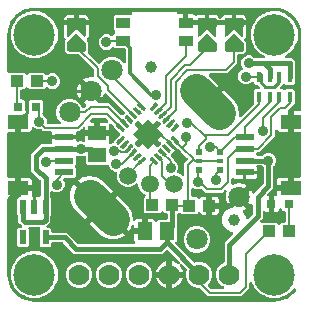
<source format=gbr>
G04 EAGLE Gerber RS-274X export*
G75*
%MOMM*%
%FSLAX34Y34*%
%LPD*%
%INTop Copper*%
%IPPOS*%
%AMOC8*
5,1,8,0,0,1.08239X$1,22.5*%
G01*
%ADD10C,0.140000*%
%ADD11R,1.778000X1.778000*%
%ADD12R,1.075000X1.000000*%
%ADD13C,0.381000*%
%ADD14C,1.500000*%
%ADD15C,1.800000*%
%ADD16C,2.800000*%
%ADD17R,1.500000X1.240000*%
%ADD18R,0.550000X1.200000*%
%ADD19R,1.240000X1.500000*%
%ADD20R,0.450000X0.900000*%
%ADD21R,0.500000X0.500000*%
%ADD22R,0.500000X0.400000*%
%ADD23C,1.778000*%
%ADD24C,3.516000*%
%ADD25R,1.550000X0.600000*%
%ADD26R,1.800000X1.200000*%
%ADD27C,1.000000*%
%ADD28R,0.800000X0.800000*%
%ADD29R,1.200000X0.900000*%
%ADD30C,0.203200*%
%ADD31C,0.800100*%
%ADD32C,0.406400*%
%ADD33C,0.254000*%
%ADD34C,0.889000*%
%ADD35C,0.304800*%

G36*
X228622Y2543D02*
X228622Y2543D01*
X228700Y2545D01*
X232077Y2810D01*
X232145Y2824D01*
X232214Y2829D01*
X232370Y2869D01*
X238794Y4956D01*
X238901Y5006D01*
X239012Y5050D01*
X239063Y5083D01*
X239082Y5091D01*
X239097Y5104D01*
X239148Y5136D01*
X244612Y9107D01*
X244699Y9188D01*
X244746Y9227D01*
X244752Y9231D01*
X244753Y9232D01*
X244791Y9264D01*
X244829Y9310D01*
X244844Y9324D01*
X244855Y9342D01*
X244893Y9388D01*
X246586Y11717D01*
X246599Y11741D01*
X246616Y11761D01*
X246675Y11880D01*
X246739Y11996D01*
X246746Y12022D01*
X246758Y12046D01*
X246785Y12175D01*
X246818Y12304D01*
X246818Y12331D01*
X246824Y12357D01*
X246818Y12489D01*
X246818Y12622D01*
X246812Y12648D01*
X246811Y12675D01*
X246772Y12802D01*
X246739Y12930D01*
X246727Y12954D01*
X246719Y12979D01*
X246651Y13092D01*
X246586Y13209D01*
X246568Y13228D01*
X246554Y13251D01*
X246460Y13344D01*
X246369Y13441D01*
X246346Y13455D01*
X246327Y13474D01*
X246213Y13540D01*
X246100Y13611D01*
X246075Y13620D01*
X246052Y13633D01*
X245924Y13669D01*
X245798Y13710D01*
X245772Y13712D01*
X245746Y13719D01*
X245613Y13722D01*
X245481Y13730D01*
X245455Y13725D01*
X245428Y13726D01*
X245298Y13696D01*
X245168Y13671D01*
X245144Y13660D01*
X245118Y13654D01*
X245000Y13592D01*
X244880Y13536D01*
X244860Y13519D01*
X244836Y13507D01*
X244710Y13407D01*
X241053Y10114D01*
X241041Y10100D01*
X241005Y10068D01*
X239710Y8773D01*
X239641Y8745D01*
X239524Y8678D01*
X239404Y8615D01*
X239377Y8594D01*
X239365Y8587D01*
X239349Y8572D01*
X239278Y8515D01*
X238666Y7965D01*
X234502Y6612D01*
X234483Y6603D01*
X234409Y6577D01*
X232501Y5787D01*
X232165Y5787D01*
X232047Y5772D01*
X231929Y5765D01*
X231870Y5750D01*
X231850Y5747D01*
X231831Y5740D01*
X231773Y5725D01*
X230704Y5378D01*
X226876Y5780D01*
X226858Y5780D01*
X226743Y5787D01*
X224699Y5787D01*
X224151Y6014D01*
X224053Y6041D01*
X223957Y6077D01*
X223865Y6092D01*
X223844Y6098D01*
X223830Y6098D01*
X223798Y6104D01*
X222379Y6253D01*
X219415Y7964D01*
X219413Y7965D01*
X219410Y7967D01*
X219266Y8038D01*
X217490Y8773D01*
X216893Y9370D01*
X216826Y9422D01*
X216765Y9483D01*
X216651Y9558D01*
X216642Y9565D01*
X216638Y9567D01*
X216631Y9572D01*
X215129Y10439D01*
X213339Y12903D01*
X213326Y12917D01*
X213316Y12933D01*
X213209Y13054D01*
X211973Y14290D01*
X211557Y15296D01*
X211522Y15356D01*
X211497Y15420D01*
X211411Y15556D01*
X210208Y17211D01*
X210030Y18052D01*
X210021Y18077D01*
X210017Y18104D01*
X209969Y18227D01*
X209955Y18266D01*
X209940Y18311D01*
X209938Y18315D01*
X209925Y18352D01*
X209910Y18375D01*
X209900Y18399D01*
X209822Y18507D01*
X209749Y18617D01*
X209729Y18635D01*
X209714Y18657D01*
X209611Y18742D01*
X209513Y18830D01*
X209489Y18842D01*
X209469Y18860D01*
X209348Y18916D01*
X209231Y18978D01*
X209205Y18984D01*
X209181Y18995D01*
X209051Y19020D01*
X208921Y19050D01*
X208895Y19050D01*
X208868Y19055D01*
X208736Y19047D01*
X208603Y19044D01*
X208578Y19037D01*
X208551Y19035D01*
X208425Y18994D01*
X208297Y18959D01*
X208274Y18945D01*
X208249Y18937D01*
X208136Y18866D01*
X208021Y18800D01*
X208002Y18781D01*
X207980Y18767D01*
X207889Y18670D01*
X207794Y18577D01*
X207780Y18555D01*
X207762Y18535D01*
X207698Y18419D01*
X207629Y18306D01*
X207621Y18280D01*
X207608Y18257D01*
X207589Y18181D01*
X207581Y18165D01*
X207572Y18118D01*
X207537Y18001D01*
X207536Y17975D01*
X207529Y17949D01*
X207524Y17864D01*
X207521Y17852D01*
X207522Y17840D01*
X207519Y17788D01*
X207519Y13977D01*
X200653Y7111D01*
X172727Y7111D01*
X165733Y14106D01*
X165655Y14166D01*
X165583Y14234D01*
X165530Y14263D01*
X165482Y14300D01*
X165391Y14340D01*
X165304Y14388D01*
X165246Y14403D01*
X165190Y14427D01*
X165092Y14442D01*
X164996Y14467D01*
X164896Y14473D01*
X164876Y14477D01*
X164863Y14475D01*
X164835Y14477D01*
X162927Y14477D01*
X158913Y16140D01*
X155840Y19213D01*
X154177Y23227D01*
X154177Y27573D01*
X154732Y28912D01*
X154740Y28940D01*
X154753Y28966D01*
X154782Y29093D01*
X154816Y29218D01*
X154816Y29248D01*
X154823Y29277D01*
X154819Y29406D01*
X154821Y29536D01*
X154814Y29565D01*
X154813Y29595D01*
X154777Y29719D01*
X154747Y29846D01*
X154733Y29872D01*
X154725Y29900D01*
X154659Y30012D01*
X154598Y30127D01*
X154578Y30149D01*
X154563Y30174D01*
X154457Y30295D01*
X150560Y34191D01*
X150513Y34228D01*
X150472Y34272D01*
X150388Y34325D01*
X150309Y34386D01*
X150254Y34410D01*
X150204Y34442D01*
X150109Y34473D01*
X150017Y34512D01*
X149958Y34522D01*
X149901Y34540D01*
X149802Y34547D01*
X149703Y34562D01*
X149644Y34557D01*
X149584Y34560D01*
X149486Y34542D01*
X149387Y34532D01*
X149330Y34512D01*
X149271Y34501D01*
X149181Y34459D01*
X149087Y34425D01*
X149038Y34391D01*
X148984Y34366D01*
X148907Y34302D01*
X148824Y34246D01*
X148785Y34201D01*
X148738Y34163D01*
X148680Y34082D01*
X148614Y34008D01*
X148587Y33955D01*
X148551Y33906D01*
X148514Y33813D01*
X148469Y33725D01*
X148456Y33666D01*
X148434Y33610D01*
X148421Y33512D01*
X148399Y33414D01*
X148401Y33354D01*
X148394Y33295D01*
X148406Y33196D01*
X148409Y33096D01*
X148426Y33039D01*
X148433Y32979D01*
X148470Y32886D01*
X148498Y32791D01*
X148528Y32739D01*
X148550Y32684D01*
X148636Y32548D01*
X149477Y31391D01*
X150293Y29788D01*
X150849Y28077D01*
X150877Y27899D01*
X142199Y27899D01*
X142199Y36577D01*
X142377Y36549D01*
X144088Y35993D01*
X145691Y35177D01*
X146848Y34336D01*
X146900Y34307D01*
X146947Y34271D01*
X147039Y34231D01*
X147126Y34183D01*
X147184Y34168D01*
X147239Y34144D01*
X147338Y34129D01*
X147434Y34104D01*
X147494Y34104D01*
X147553Y34094D01*
X147653Y34104D01*
X147752Y34104D01*
X147810Y34119D01*
X147870Y34124D01*
X147964Y34158D01*
X148060Y34183D01*
X148113Y34211D01*
X148169Y34232D01*
X148252Y34288D01*
X148339Y34336D01*
X148383Y34377D01*
X148432Y34410D01*
X148498Y34485D01*
X148571Y34553D01*
X148603Y34604D01*
X148643Y34649D01*
X148688Y34738D01*
X148742Y34822D01*
X148760Y34879D01*
X148787Y34932D01*
X148809Y35029D01*
X148840Y35124D01*
X148844Y35184D01*
X148857Y35242D01*
X148854Y35342D01*
X148860Y35441D01*
X148849Y35500D01*
X148847Y35560D01*
X148820Y35656D01*
X148801Y35754D01*
X148776Y35808D01*
X148759Y35866D01*
X148709Y35951D01*
X148666Y36042D01*
X148628Y36088D01*
X148598Y36140D01*
X148491Y36260D01*
X138668Y46084D01*
X138573Y46157D01*
X138484Y46236D01*
X138448Y46254D01*
X138416Y46279D01*
X138307Y46326D01*
X138201Y46380D01*
X138162Y46389D01*
X138124Y46405D01*
X138007Y46424D01*
X137891Y46450D01*
X137850Y46449D01*
X137810Y46455D01*
X137692Y46444D01*
X137573Y46440D01*
X137534Y46429D01*
X137494Y46425D01*
X137381Y46385D01*
X137267Y46352D01*
X137233Y46332D01*
X137194Y46318D01*
X137096Y46251D01*
X136993Y46191D01*
X136948Y46151D01*
X136931Y46139D01*
X136918Y46124D01*
X136873Y46084D01*
X133714Y42925D01*
X59276Y42925D01*
X49789Y52413D01*
X49711Y52473D01*
X49639Y52541D01*
X49586Y52570D01*
X49538Y52607D01*
X49447Y52647D01*
X49360Y52695D01*
X49302Y52710D01*
X49246Y52734D01*
X49148Y52749D01*
X49052Y52774D01*
X48952Y52780D01*
X48932Y52784D01*
X48920Y52782D01*
X48892Y52784D01*
X40952Y52784D01*
X40834Y52769D01*
X40715Y52762D01*
X40677Y52749D01*
X40636Y52744D01*
X40526Y52701D01*
X40413Y52664D01*
X40378Y52642D01*
X40341Y52627D01*
X40245Y52558D01*
X40144Y52494D01*
X40116Y52464D01*
X40083Y52441D01*
X40007Y52349D01*
X39926Y52262D01*
X39906Y52227D01*
X39881Y52196D01*
X39830Y52088D01*
X39772Y51984D01*
X39762Y51944D01*
X39745Y51908D01*
X39723Y51791D01*
X39693Y51676D01*
X39689Y51616D01*
X39685Y51596D01*
X39687Y51575D01*
X39683Y51515D01*
X39683Y50007D01*
X38492Y48816D01*
X31308Y48816D01*
X30117Y50007D01*
X30117Y63712D01*
X30130Y63728D01*
X30219Y63835D01*
X30227Y63854D01*
X30240Y63870D01*
X30295Y63997D01*
X30354Y64123D01*
X30358Y64143D01*
X30366Y64162D01*
X30388Y64299D01*
X30414Y64436D01*
X30413Y64456D01*
X30416Y64476D01*
X30403Y64614D01*
X30394Y64753D01*
X30388Y64772D01*
X30386Y64792D01*
X30339Y64923D01*
X30296Y65055D01*
X30285Y65073D01*
X30279Y65092D01*
X30200Y65207D01*
X30126Y65324D01*
X30111Y65338D01*
X30100Y65355D01*
X29996Y65447D01*
X29894Y65542D01*
X29877Y65552D01*
X29862Y65565D01*
X29738Y65628D01*
X29616Y65696D01*
X29596Y65701D01*
X29578Y65710D01*
X29443Y65740D01*
X29308Y65775D01*
X29280Y65777D01*
X29268Y65780D01*
X29248Y65779D01*
X29147Y65785D01*
X21653Y65785D01*
X21515Y65768D01*
X21376Y65755D01*
X21357Y65748D01*
X21337Y65745D01*
X21208Y65694D01*
X21077Y65647D01*
X21060Y65636D01*
X21041Y65628D01*
X20929Y65547D01*
X20814Y65469D01*
X20801Y65453D01*
X20784Y65442D01*
X20695Y65334D01*
X20603Y65230D01*
X20594Y65212D01*
X20581Y65197D01*
X20522Y65071D01*
X20459Y64947D01*
X20454Y64927D01*
X20446Y64909D01*
X20420Y64773D01*
X20389Y64637D01*
X20390Y64616D01*
X20386Y64597D01*
X20395Y64458D01*
X20399Y64319D01*
X20404Y64299D01*
X20406Y64279D01*
X20449Y64147D01*
X20487Y64013D01*
X20498Y63996D01*
X20504Y63977D01*
X20578Y63859D01*
X20649Y63739D01*
X20667Y63718D01*
X20674Y63708D01*
X20683Y63700D01*
X20683Y50007D01*
X19492Y48816D01*
X12308Y48816D01*
X11117Y50007D01*
X11117Y63691D01*
X12308Y64882D01*
X13936Y64882D01*
X14074Y64899D01*
X14212Y64912D01*
X14231Y64919D01*
X14251Y64922D01*
X14380Y64973D01*
X14511Y65020D01*
X14528Y65031D01*
X14547Y65039D01*
X14659Y65120D01*
X14774Y65198D01*
X14788Y65214D01*
X14804Y65225D01*
X14893Y65333D01*
X14985Y65437D01*
X14994Y65455D01*
X15007Y65470D01*
X15066Y65596D01*
X15129Y65720D01*
X15134Y65740D01*
X15143Y65758D01*
X15169Y65895D01*
X15199Y66030D01*
X15199Y66051D01*
X15202Y66070D01*
X15194Y66209D01*
X15189Y66348D01*
X15184Y66368D01*
X15183Y66388D01*
X15140Y66520D01*
X15101Y66654D01*
X15091Y66671D01*
X15085Y66690D01*
X15010Y66808D01*
X14940Y66928D01*
X14921Y66949D01*
X14914Y66959D01*
X14899Y66973D01*
X14833Y67048D01*
X13344Y68538D01*
X11835Y70046D01*
X11835Y74765D01*
X11823Y74863D01*
X11820Y74962D01*
X11803Y75021D01*
X11795Y75081D01*
X11759Y75173D01*
X11731Y75268D01*
X11701Y75320D01*
X11678Y75376D01*
X11620Y75457D01*
X11570Y75542D01*
X11504Y75617D01*
X11492Y75634D01*
X11482Y75642D01*
X11464Y75663D01*
X11117Y76009D01*
X11117Y89190D01*
X11102Y89308D01*
X11095Y89427D01*
X11082Y89465D01*
X11077Y89506D01*
X11034Y89616D01*
X11030Y89627D01*
X11047Y89637D01*
X11068Y89655D01*
X11078Y89662D01*
X11092Y89677D01*
X11168Y89743D01*
X12308Y90884D01*
X12810Y90884D01*
X12928Y90899D01*
X13047Y90906D01*
X13085Y90919D01*
X13125Y90924D01*
X13236Y90967D01*
X13349Y91004D01*
X13384Y91026D01*
X13421Y91041D01*
X13517Y91110D01*
X13618Y91174D01*
X13646Y91204D01*
X13678Y91227D01*
X13754Y91319D01*
X13836Y91406D01*
X13855Y91441D01*
X13881Y91472D01*
X13932Y91580D01*
X13989Y91684D01*
X14000Y91724D01*
X14017Y91760D01*
X14039Y91877D01*
X14069Y91992D01*
X14073Y92052D01*
X14077Y92072D01*
X14075Y92093D01*
X14079Y92153D01*
X14079Y96461D01*
X23081Y96461D01*
X23081Y92661D01*
X23096Y92543D01*
X23103Y92424D01*
X23116Y92386D01*
X23121Y92345D01*
X23164Y92235D01*
X23201Y92122D01*
X23223Y92087D01*
X23238Y92050D01*
X23307Y91954D01*
X23371Y91853D01*
X23401Y91825D01*
X23424Y91792D01*
X23516Y91716D01*
X23603Y91635D01*
X23638Y91615D01*
X23669Y91590D01*
X23777Y91539D01*
X23881Y91481D01*
X23921Y91471D01*
X23957Y91454D01*
X24026Y91441D01*
X24026Y82956D01*
X24041Y82838D01*
X24048Y82719D01*
X24060Y82681D01*
X24066Y82641D01*
X24109Y82530D01*
X24146Y82417D01*
X24168Y82383D01*
X24183Y82345D01*
X24252Y82249D01*
X24316Y82148D01*
X24346Y82120D01*
X24369Y82088D01*
X24461Y82012D01*
X24548Y81930D01*
X24583Y81911D01*
X24614Y81885D01*
X24722Y81834D01*
X24826Y81777D01*
X24866Y81767D01*
X24902Y81749D01*
X25019Y81727D01*
X25134Y81697D01*
X25194Y81693D01*
X25214Y81690D01*
X25235Y81691D01*
X25295Y81687D01*
X25505Y81687D01*
X25623Y81702D01*
X25742Y81709D01*
X25780Y81722D01*
X25821Y81727D01*
X25931Y81771D01*
X26044Y81807D01*
X26079Y81829D01*
X26116Y81844D01*
X26212Y81914D01*
X26313Y81977D01*
X26341Y82007D01*
X26374Y82031D01*
X26450Y82122D01*
X26531Y82209D01*
X26551Y82244D01*
X26576Y82276D01*
X26627Y82383D01*
X26685Y82488D01*
X26695Y82527D01*
X26712Y82563D01*
X26734Y82680D01*
X26764Y82796D01*
X26768Y82856D01*
X26772Y82876D01*
X26770Y82896D01*
X26774Y82956D01*
X26774Y91392D01*
X28484Y91392D01*
X29237Y91190D01*
X29362Y91173D01*
X29486Y91149D01*
X29519Y91151D01*
X29553Y91147D01*
X29678Y91161D01*
X29803Y91169D01*
X29835Y91179D01*
X29868Y91183D01*
X29986Y91228D01*
X30105Y91267D01*
X30134Y91285D01*
X30165Y91297D01*
X30268Y91370D01*
X30374Y91437D01*
X30397Y91462D01*
X30425Y91481D01*
X30506Y91577D01*
X30592Y91669D01*
X30608Y91698D01*
X30630Y91724D01*
X30685Y91837D01*
X30746Y91947D01*
X30754Y91980D01*
X30769Y92010D01*
X30794Y92134D01*
X30825Y92255D01*
X30828Y92304D01*
X30832Y92322D01*
X30831Y92344D01*
X30835Y92416D01*
X30835Y104772D01*
X30823Y104870D01*
X30820Y104969D01*
X30803Y105027D01*
X30795Y105087D01*
X30759Y105179D01*
X30731Y105274D01*
X30701Y105326D01*
X30678Y105383D01*
X30620Y105463D01*
X30570Y105548D01*
X30504Y105624D01*
X30492Y105640D01*
X30482Y105648D01*
X30464Y105669D01*
X22605Y113527D01*
X22605Y127414D01*
X31256Y136065D01*
X39353Y136065D01*
X39484Y136081D01*
X39616Y136092D01*
X39641Y136101D01*
X39668Y136105D01*
X39791Y136153D01*
X39916Y136197D01*
X39939Y136212D01*
X39964Y136222D01*
X40071Y136299D01*
X40181Y136373D01*
X40199Y136393D01*
X40221Y136408D01*
X40306Y136511D01*
X40394Y136609D01*
X40407Y136633D01*
X40424Y136653D01*
X40480Y136773D01*
X40542Y136891D01*
X40548Y136917D01*
X40559Y136941D01*
X40584Y137071D01*
X40615Y137200D01*
X40614Y137227D01*
X40619Y137253D01*
X40611Y137385D01*
X40608Y137518D01*
X40601Y137544D01*
X40599Y137571D01*
X40559Y137697D01*
X40523Y137824D01*
X40506Y137859D01*
X40501Y137873D01*
X40490Y137892D01*
X40452Y137969D01*
X40422Y138019D01*
X40249Y138666D01*
X40249Y140501D01*
X50310Y140501D01*
X50428Y140516D01*
X50547Y140523D01*
X50554Y140525D01*
X50610Y140511D01*
X50670Y140507D01*
X50690Y140503D01*
X50710Y140505D01*
X50770Y140501D01*
X60831Y140501D01*
X60831Y139279D01*
X60837Y139230D01*
X60835Y139180D01*
X60857Y139073D01*
X60871Y138964D01*
X60889Y138918D01*
X60899Y138869D01*
X60947Y138770D01*
X60988Y138668D01*
X61017Y138628D01*
X61039Y138583D01*
X61110Y138500D01*
X61174Y138411D01*
X61213Y138379D01*
X61245Y138341D01*
X61335Y138278D01*
X61419Y138208D01*
X61464Y138187D01*
X61505Y138158D01*
X61608Y138119D01*
X61707Y138072D01*
X61756Y138063D01*
X61802Y138045D01*
X61912Y138033D01*
X62019Y138013D01*
X62069Y138016D01*
X62118Y138010D01*
X62227Y138026D01*
X62337Y138032D01*
X62384Y138048D01*
X62433Y138055D01*
X62586Y138107D01*
X63482Y138478D01*
X66059Y138478D01*
X66944Y138111D01*
X66992Y138098D01*
X67037Y138077D01*
X67145Y138056D01*
X67251Y138027D01*
X67301Y138026D01*
X67350Y138017D01*
X67459Y138024D01*
X67569Y138022D01*
X67617Y138033D01*
X67667Y138037D01*
X67771Y138070D01*
X67878Y138096D01*
X67922Y138119D01*
X67969Y138135D01*
X68062Y138193D01*
X68159Y138245D01*
X68196Y138278D01*
X68238Y138305D01*
X68313Y138385D01*
X68395Y138459D01*
X68422Y138500D01*
X68456Y138536D01*
X68509Y138633D01*
X68569Y138724D01*
X68586Y138771D01*
X68610Y138815D01*
X68637Y138921D01*
X68673Y139025D01*
X68677Y139075D01*
X68689Y139123D01*
X68699Y139283D01*
X68699Y142851D01*
X77470Y142851D01*
X77588Y142866D01*
X77707Y142873D01*
X77745Y142886D01*
X77785Y142891D01*
X77896Y142934D01*
X78009Y142971D01*
X78044Y142993D01*
X78081Y143008D01*
X78177Y143078D01*
X78278Y143141D01*
X78306Y143171D01*
X78338Y143195D01*
X78414Y143286D01*
X78496Y143373D01*
X78515Y143408D01*
X78541Y143439D01*
X78592Y143547D01*
X78649Y143651D01*
X78660Y143691D01*
X78677Y143727D01*
X78699Y143844D01*
X78729Y143959D01*
X78733Y144020D01*
X78737Y144040D01*
X78735Y144060D01*
X78739Y144120D01*
X78739Y145391D01*
X78741Y145391D01*
X78741Y144120D01*
X78756Y144002D01*
X78763Y143883D01*
X78776Y143845D01*
X78781Y143805D01*
X78825Y143694D01*
X78861Y143581D01*
X78883Y143546D01*
X78898Y143509D01*
X78968Y143413D01*
X79031Y143312D01*
X79061Y143284D01*
X79085Y143251D01*
X79176Y143176D01*
X79263Y143094D01*
X79298Y143074D01*
X79330Y143049D01*
X79437Y142998D01*
X79541Y142940D01*
X79581Y142930D01*
X79617Y142913D01*
X79734Y142891D01*
X79849Y142861D01*
X79910Y142857D01*
X79930Y142853D01*
X79950Y142855D01*
X80010Y142851D01*
X88781Y142851D01*
X88781Y138856D01*
X88608Y138209D01*
X88368Y137794D01*
X88343Y137735D01*
X88310Y137682D01*
X88282Y137590D01*
X88244Y137500D01*
X88235Y137438D01*
X88216Y137378D01*
X88212Y137281D01*
X88198Y137186D01*
X88204Y137123D01*
X88201Y137060D01*
X88221Y136966D01*
X88231Y136869D01*
X88253Y136810D01*
X88266Y136749D01*
X88308Y136662D01*
X88342Y136571D01*
X88378Y136519D01*
X88405Y136463D01*
X88468Y136389D01*
X88523Y136310D01*
X88571Y136269D01*
X88612Y136221D01*
X88691Y136165D01*
X88764Y136102D01*
X88820Y136074D01*
X88872Y136038D01*
X88962Y136004D01*
X89048Y135961D01*
X89110Y135947D01*
X89169Y135925D01*
X89265Y135914D01*
X89359Y135894D01*
X89423Y135897D01*
X89485Y135890D01*
X89581Y135903D01*
X89677Y135907D01*
X89738Y135925D01*
X89800Y135934D01*
X89952Y135986D01*
X91429Y136598D01*
X91601Y136598D01*
X91719Y136613D01*
X91838Y136620D01*
X91876Y136632D01*
X91916Y136638D01*
X92027Y136681D01*
X92140Y136718D01*
X92174Y136740D01*
X92212Y136755D01*
X92308Y136824D01*
X92409Y136888D01*
X92436Y136918D01*
X92469Y136941D01*
X92545Y137033D01*
X92627Y137120D01*
X92646Y137155D01*
X92672Y137186D01*
X92723Y137294D01*
X92780Y137398D01*
X92790Y137438D01*
X92808Y137474D01*
X92830Y137591D01*
X92860Y137706D01*
X92863Y137766D01*
X92867Y137786D01*
X92866Y137807D01*
X92870Y137867D01*
X92870Y138516D01*
X97982Y143628D01*
X98055Y143723D01*
X98134Y143812D01*
X98152Y143848D01*
X98177Y143880D01*
X98225Y143989D01*
X98279Y144095D01*
X98287Y144134D01*
X98304Y144172D01*
X98322Y144289D01*
X98348Y144405D01*
X98347Y144446D01*
X98353Y144486D01*
X98342Y144604D01*
X98339Y144723D01*
X98327Y144762D01*
X98324Y144802D01*
X98283Y144915D01*
X98250Y145029D01*
X98230Y145063D01*
X98216Y145102D01*
X98149Y145200D01*
X98089Y145303D01*
X98049Y145348D01*
X98037Y145365D01*
X98022Y145378D01*
X97982Y145423D01*
X92870Y150536D01*
X92870Y150553D01*
X92857Y150651D01*
X92854Y150750D01*
X92838Y150809D01*
X92830Y150869D01*
X92794Y150961D01*
X92766Y151056D01*
X92735Y151108D01*
X92713Y151164D01*
X92655Y151244D01*
X92605Y151330D01*
X92538Y151405D01*
X92526Y151422D01*
X92517Y151429D01*
X92498Y151451D01*
X90943Y153006D01*
X90827Y153096D01*
X90714Y153187D01*
X90702Y153193D01*
X90692Y153201D01*
X90557Y153259D01*
X90425Y153320D01*
X90412Y153322D01*
X90400Y153327D01*
X90255Y153350D01*
X90112Y153376D01*
X90099Y153375D01*
X90086Y153377D01*
X89939Y153363D01*
X89794Y153352D01*
X89782Y153348D01*
X89769Y153347D01*
X89631Y153297D01*
X89493Y153251D01*
X89482Y153244D01*
X89470Y153239D01*
X89349Y153157D01*
X89226Y153078D01*
X89218Y153068D01*
X89207Y153061D01*
X89110Y152951D01*
X89011Y152844D01*
X89005Y152832D01*
X88996Y152822D01*
X88930Y152692D01*
X88861Y152563D01*
X88858Y152551D01*
X88852Y152539D01*
X88820Y152396D01*
X88785Y152255D01*
X88785Y152242D01*
X88782Y152229D01*
X88784Y152150D01*
X88781Y152092D01*
X88781Y147929D01*
X81279Y147929D01*
X81279Y154131D01*
X86694Y154131D01*
X86718Y154127D01*
X86731Y154128D01*
X86744Y154126D01*
X86888Y154143D01*
X87035Y154157D01*
X87047Y154161D01*
X87060Y154163D01*
X87196Y154215D01*
X87334Y154264D01*
X87345Y154272D01*
X87357Y154276D01*
X87476Y154361D01*
X87597Y154443D01*
X87606Y154453D01*
X87616Y154460D01*
X87711Y154572D01*
X87807Y154681D01*
X87813Y154693D01*
X87822Y154703D01*
X87885Y154834D01*
X87952Y154965D01*
X87955Y154977D01*
X87961Y154989D01*
X87990Y155132D01*
X88022Y155275D01*
X88021Y155288D01*
X88024Y155301D01*
X88017Y155446D01*
X88012Y155593D01*
X88008Y155605D01*
X88008Y155618D01*
X87964Y155758D01*
X87924Y155898D01*
X87917Y155909D01*
X87913Y155922D01*
X87836Y156046D01*
X87762Y156172D01*
X87750Y156186D01*
X87746Y156192D01*
X87734Y156204D01*
X87656Y156293D01*
X86079Y157870D01*
X86001Y157930D01*
X85929Y157998D01*
X85876Y158027D01*
X85828Y158064D01*
X85737Y158104D01*
X85650Y158152D01*
X85592Y158167D01*
X85536Y158191D01*
X85438Y158206D01*
X85342Y158231D01*
X85242Y158237D01*
X85222Y158241D01*
X85210Y158239D01*
X85182Y158241D01*
X75449Y158241D01*
X75350Y158229D01*
X75251Y158226D01*
X75193Y158209D01*
X75133Y158201D01*
X75041Y158165D01*
X74946Y158137D01*
X74894Y158107D01*
X74837Y158084D01*
X74757Y158026D01*
X74672Y157976D01*
X74597Y157910D01*
X74580Y157898D01*
X74572Y157888D01*
X74551Y157870D01*
X72979Y156297D01*
X72894Y156188D01*
X72805Y156081D01*
X72797Y156062D01*
X72784Y156046D01*
X72729Y155918D01*
X72670Y155793D01*
X72666Y155773D01*
X72658Y155754D01*
X72636Y155616D01*
X72610Y155480D01*
X72611Y155460D01*
X72608Y155440D01*
X72621Y155301D01*
X72630Y155163D01*
X72636Y155144D01*
X72638Y155124D01*
X72685Y154992D01*
X72728Y154861D01*
X72738Y154843D01*
X72745Y154824D01*
X72823Y154709D01*
X72898Y154592D01*
X72913Y154578D01*
X72924Y154561D01*
X73028Y154469D01*
X73129Y154374D01*
X73147Y154364D01*
X73162Y154351D01*
X73286Y154287D01*
X73408Y154220D01*
X73427Y154215D01*
X73446Y154206D01*
X73581Y154176D01*
X73716Y154141D01*
X73744Y154139D01*
X73756Y154136D01*
X73776Y154137D01*
X73877Y154131D01*
X76201Y154131D01*
X76201Y147929D01*
X68699Y147929D01*
X68699Y148953D01*
X68682Y149091D01*
X68669Y149230D01*
X68662Y149249D01*
X68659Y149269D01*
X68608Y149398D01*
X68561Y149529D01*
X68550Y149546D01*
X68542Y149565D01*
X68461Y149677D01*
X68383Y149792D01*
X68367Y149806D01*
X68356Y149822D01*
X68248Y149911D01*
X68144Y150003D01*
X68126Y150012D01*
X68111Y150025D01*
X67985Y150084D01*
X67861Y150147D01*
X67841Y150152D01*
X67823Y150160D01*
X67686Y150187D01*
X67551Y150217D01*
X67530Y150216D01*
X67511Y150220D01*
X67372Y150212D01*
X67233Y150207D01*
X67213Y150202D01*
X67193Y150200D01*
X67061Y150158D01*
X66927Y150119D01*
X66910Y150109D01*
X66891Y150102D01*
X66773Y150028D01*
X66653Y149957D01*
X66632Y149939D01*
X66622Y149932D01*
X66608Y149917D01*
X66533Y149851D01*
X65651Y148969D01*
X65650Y148969D01*
X63493Y146811D01*
X62089Y146811D01*
X61964Y146796D01*
X61839Y146786D01*
X61807Y146776D01*
X61774Y146771D01*
X61657Y146725D01*
X61537Y146685D01*
X61509Y146667D01*
X61478Y146654D01*
X61376Y146581D01*
X61270Y146512D01*
X61248Y146487D01*
X61221Y146468D01*
X61140Y146371D01*
X61055Y146278D01*
X61039Y146248D01*
X61018Y146223D01*
X60964Y146109D01*
X60904Y145998D01*
X60896Y145965D01*
X60882Y145935D01*
X60859Y145811D01*
X60828Y145689D01*
X60829Y145655D01*
X60822Y145623D01*
X60830Y145497D01*
X60831Y145449D01*
X60831Y143499D01*
X50770Y143499D01*
X50652Y143484D01*
X50533Y143477D01*
X50526Y143475D01*
X50470Y143489D01*
X50410Y143493D01*
X50390Y143497D01*
X50370Y143495D01*
X50310Y143499D01*
X40249Y143499D01*
X40249Y145418D01*
X40258Y145462D01*
X40255Y145495D01*
X40260Y145528D01*
X40246Y145653D01*
X40238Y145779D01*
X40227Y145811D01*
X40224Y145844D01*
X40179Y145962D01*
X40140Y146081D01*
X40122Y146110D01*
X40110Y146141D01*
X40037Y146244D01*
X39970Y146350D01*
X39945Y146373D01*
X39926Y146400D01*
X39830Y146482D01*
X39738Y146568D01*
X39709Y146584D01*
X39683Y146606D01*
X39570Y146661D01*
X39459Y146722D01*
X39427Y146730D01*
X39397Y146745D01*
X39273Y146770D01*
X39152Y146801D01*
X39103Y146804D01*
X39085Y146808D01*
X39063Y146807D01*
X38991Y146811D01*
X33027Y146811D01*
X31719Y148120D01*
X31695Y148138D01*
X31676Y148161D01*
X31570Y148235D01*
X31468Y148315D01*
X31440Y148326D01*
X31416Y148344D01*
X31295Y148389D01*
X31176Y148441D01*
X31146Y148446D01*
X31118Y148456D01*
X30990Y148470D01*
X30862Y148491D01*
X30832Y148488D01*
X30802Y148491D01*
X30674Y148473D01*
X30559Y148462D01*
X27921Y148462D01*
X25541Y149448D01*
X25248Y149742D01*
X25138Y149827D01*
X25031Y149916D01*
X25012Y149924D01*
X24996Y149937D01*
X24868Y149992D01*
X24743Y150051D01*
X24723Y150055D01*
X24704Y150063D01*
X24566Y150085D01*
X24430Y150111D01*
X24410Y150110D01*
X24390Y150113D01*
X24251Y150100D01*
X24113Y150091D01*
X24094Y150085D01*
X24074Y150083D01*
X23943Y150036D01*
X23811Y149993D01*
X23793Y149982D01*
X23774Y149975D01*
X23660Y149898D01*
X23542Y149823D01*
X23528Y149808D01*
X23511Y149797D01*
X23419Y149693D01*
X23324Y149591D01*
X23314Y149574D01*
X23301Y149558D01*
X23237Y149434D01*
X23170Y149313D01*
X23165Y149293D01*
X23156Y149275D01*
X23126Y149139D01*
X23091Y149005D01*
X23089Y148977D01*
X23086Y148965D01*
X23087Y148944D01*
X23081Y148844D01*
X23081Y148666D01*
X22908Y148019D01*
X22573Y147440D01*
X22100Y146967D01*
X21521Y146632D01*
X20874Y146459D01*
X14079Y146459D01*
X14079Y153730D01*
X14064Y153848D01*
X14057Y153967D01*
X14044Y154005D01*
X14039Y154045D01*
X13995Y154156D01*
X13959Y154269D01*
X13937Y154304D01*
X13922Y154341D01*
X13852Y154437D01*
X13789Y154538D01*
X13759Y154566D01*
X13735Y154598D01*
X13644Y154674D01*
X13557Y154756D01*
X13522Y154775D01*
X13490Y154801D01*
X13383Y154852D01*
X13279Y154909D01*
X13239Y154920D01*
X13203Y154937D01*
X13086Y154959D01*
X12971Y154989D01*
X12910Y154993D01*
X12890Y154997D01*
X12870Y154995D01*
X12810Y154999D01*
X10270Y154999D01*
X10152Y154984D01*
X10033Y154977D01*
X9995Y154964D01*
X9955Y154959D01*
X9844Y154915D01*
X9731Y154879D01*
X9696Y154857D01*
X9659Y154842D01*
X9563Y154772D01*
X9462Y154709D01*
X9434Y154679D01*
X9401Y154655D01*
X9326Y154564D01*
X9244Y154477D01*
X9224Y154442D01*
X9199Y154410D01*
X9148Y154303D01*
X9090Y154199D01*
X9080Y154159D01*
X9063Y154123D01*
X9041Y154006D01*
X9011Y153891D01*
X9007Y153830D01*
X9003Y153810D01*
X9005Y153790D01*
X9001Y153730D01*
X9001Y146459D01*
X3810Y146459D01*
X3692Y146444D01*
X3573Y146437D01*
X3535Y146424D01*
X3494Y146419D01*
X3384Y146376D01*
X3271Y146339D01*
X3236Y146317D01*
X3199Y146302D01*
X3103Y146233D01*
X3002Y146169D01*
X2974Y146139D01*
X2941Y146116D01*
X2865Y146024D01*
X2784Y145937D01*
X2764Y145902D01*
X2739Y145871D01*
X2688Y145763D01*
X2630Y145659D01*
X2620Y145619D01*
X2603Y145583D01*
X2581Y145466D01*
X2551Y145351D01*
X2547Y145291D01*
X2543Y145271D01*
X2545Y145250D01*
X2541Y145190D01*
X2541Y108810D01*
X2556Y108692D01*
X2563Y108573D01*
X2576Y108535D01*
X2581Y108494D01*
X2624Y108384D01*
X2661Y108271D01*
X2683Y108236D01*
X2698Y108199D01*
X2768Y108102D01*
X2831Y108002D01*
X2861Y107974D01*
X2884Y107941D01*
X2976Y107865D01*
X3063Y107784D01*
X3098Y107764D01*
X3129Y107739D01*
X3237Y107688D01*
X3341Y107630D01*
X3381Y107620D01*
X3417Y107603D01*
X3534Y107581D01*
X3649Y107551D01*
X3709Y107547D01*
X3729Y107543D01*
X3750Y107545D01*
X3810Y107541D01*
X9001Y107541D01*
X9001Y100270D01*
X9016Y100152D01*
X9023Y100033D01*
X9036Y99995D01*
X9041Y99955D01*
X9084Y99844D01*
X9121Y99731D01*
X9143Y99696D01*
X9158Y99659D01*
X9228Y99563D01*
X9291Y99462D01*
X9321Y99434D01*
X9345Y99402D01*
X9436Y99326D01*
X9523Y99244D01*
X9558Y99225D01*
X9589Y99199D01*
X9697Y99148D01*
X9801Y99091D01*
X9841Y99080D01*
X9877Y99063D01*
X9994Y99041D01*
X10109Y99011D01*
X10170Y99007D01*
X10190Y99003D01*
X10210Y99005D01*
X10270Y99001D01*
X11541Y99001D01*
X11541Y98999D01*
X10270Y98999D01*
X10152Y98984D01*
X10033Y98977D01*
X9995Y98964D01*
X9955Y98959D01*
X9844Y98915D01*
X9731Y98879D01*
X9696Y98857D01*
X9659Y98842D01*
X9563Y98772D01*
X9462Y98709D01*
X9434Y98679D01*
X9401Y98655D01*
X9326Y98564D01*
X9244Y98477D01*
X9224Y98442D01*
X9199Y98410D01*
X9148Y98303D01*
X9090Y98199D01*
X9080Y98159D01*
X9063Y98123D01*
X9041Y98006D01*
X9011Y97891D01*
X9007Y97830D01*
X9003Y97810D01*
X9005Y97790D01*
X9001Y97730D01*
X9001Y90641D01*
X9018Y90503D01*
X9022Y90459D01*
X3810Y90459D01*
X3692Y90444D01*
X3573Y90437D01*
X3535Y90424D01*
X3494Y90419D01*
X3384Y90376D01*
X3271Y90339D01*
X3236Y90317D01*
X3199Y90302D01*
X3103Y90233D01*
X3002Y90169D01*
X2974Y90139D01*
X2941Y90116D01*
X2865Y90024D01*
X2784Y89937D01*
X2764Y89902D01*
X2739Y89871D01*
X2688Y89763D01*
X2630Y89659D01*
X2620Y89619D01*
X2603Y89583D01*
X2581Y89466D01*
X2551Y89351D01*
X2547Y89291D01*
X2543Y89271D01*
X2545Y89250D01*
X2541Y89190D01*
X2541Y25400D01*
X2543Y25378D01*
X2545Y25300D01*
X2810Y21923D01*
X2824Y21855D01*
X2829Y21786D01*
X2869Y21630D01*
X4956Y15206D01*
X5006Y15099D01*
X5050Y14988D01*
X5083Y14937D01*
X5091Y14918D01*
X5104Y14903D01*
X5136Y14852D01*
X9107Y9388D01*
X9127Y9366D01*
X9138Y9348D01*
X9184Y9305D01*
X9188Y9301D01*
X9264Y9209D01*
X9310Y9171D01*
X9324Y9156D01*
X9342Y9145D01*
X9388Y9107D01*
X14852Y5136D01*
X14956Y5079D01*
X15056Y5015D01*
X15113Y4993D01*
X15131Y4983D01*
X15151Y4978D01*
X15206Y4956D01*
X17945Y4066D01*
X17971Y4061D01*
X17996Y4051D01*
X18127Y4031D01*
X18257Y4006D01*
X18284Y4008D01*
X18310Y4004D01*
X18441Y4018D01*
X18455Y4008D01*
X18474Y3989D01*
X18585Y3918D01*
X18694Y3842D01*
X18719Y3832D01*
X18742Y3818D01*
X18892Y3759D01*
X21630Y2869D01*
X21698Y2856D01*
X21764Y2833D01*
X21923Y2810D01*
X25300Y2545D01*
X25322Y2546D01*
X25400Y2541D01*
X228600Y2541D01*
X228622Y2543D01*
G37*
G36*
X46641Y152926D02*
X46641Y152926D01*
X46780Y152939D01*
X46799Y152946D01*
X46819Y152949D01*
X46948Y153000D01*
X47079Y153047D01*
X47096Y153058D01*
X47115Y153066D01*
X47227Y153147D01*
X47342Y153225D01*
X47356Y153241D01*
X47372Y153252D01*
X47461Y153360D01*
X47553Y153464D01*
X47562Y153482D01*
X47575Y153497D01*
X47634Y153623D01*
X47697Y153747D01*
X47702Y153767D01*
X47710Y153785D01*
X47736Y153921D01*
X47767Y154057D01*
X47766Y154078D01*
X47770Y154097D01*
X47761Y154236D01*
X47757Y154375D01*
X47752Y154395D01*
X47750Y154415D01*
X47708Y154547D01*
X47669Y154681D01*
X47659Y154698D01*
X47652Y154717D01*
X47578Y154835D01*
X47507Y154955D01*
X47489Y154976D01*
X47482Y154986D01*
X47467Y155000D01*
X47401Y155075D01*
X45805Y156671D01*
X44125Y160726D01*
X44125Y165116D01*
X45805Y169171D01*
X48908Y172274D01*
X52963Y173954D01*
X57353Y173954D01*
X61407Y172274D01*
X64511Y169171D01*
X65454Y166895D01*
X65478Y166852D01*
X65495Y166805D01*
X65557Y166714D01*
X65611Y166618D01*
X65646Y166583D01*
X65674Y166542D01*
X65756Y166469D01*
X65833Y166390D01*
X65875Y166364D01*
X65912Y166331D01*
X66010Y166281D01*
X66104Y166224D01*
X66151Y166209D01*
X66195Y166186D01*
X66303Y166162D01*
X66408Y166130D01*
X66457Y166128D01*
X66506Y166117D01*
X66615Y166120D01*
X66725Y166115D01*
X66774Y166125D01*
X66824Y166126D01*
X66929Y166157D01*
X67037Y166179D01*
X67081Y166201D01*
X67129Y166215D01*
X67224Y166271D01*
X67322Y166319D01*
X67360Y166351D01*
X67403Y166376D01*
X67524Y166483D01*
X69140Y168099D01*
X69201Y168178D01*
X69269Y168250D01*
X69298Y168303D01*
X69335Y168350D01*
X69375Y168442D01*
X69423Y168529D01*
X69438Y168587D01*
X69461Y168642D01*
X69477Y168741D01*
X69502Y168837D01*
X69502Y168897D01*
X69511Y168956D01*
X69502Y169056D01*
X69502Y169155D01*
X69487Y169213D01*
X69481Y169273D01*
X69448Y169367D01*
X69423Y169463D01*
X69394Y169516D01*
X69374Y169572D01*
X69318Y169655D01*
X69270Y169742D01*
X69229Y169786D01*
X69195Y169835D01*
X69121Y169901D01*
X69053Y169974D01*
X69002Y170006D01*
X68957Y170046D01*
X68868Y170091D01*
X68784Y170145D01*
X68722Y170169D01*
X67070Y171011D01*
X66903Y171132D01*
X73118Y177347D01*
X79405Y171060D01*
X79483Y171000D01*
X79555Y170932D01*
X79608Y170903D01*
X79656Y170866D01*
X79747Y170826D01*
X79834Y170778D01*
X79892Y170763D01*
X79948Y170739D01*
X80046Y170724D01*
X80142Y170699D01*
X80242Y170693D01*
X80262Y170689D01*
X80274Y170691D01*
X80302Y170689D01*
X88954Y170689D01*
X98959Y160684D01*
X99053Y160611D01*
X99142Y160532D01*
X99178Y160514D01*
X99210Y160489D01*
X99320Y160442D01*
X99426Y160387D01*
X99465Y160379D01*
X99502Y160363D01*
X99620Y160344D01*
X99736Y160318D01*
X99776Y160319D01*
X99816Y160313D01*
X99935Y160324D01*
X100054Y160327D01*
X100093Y160339D01*
X100133Y160343D01*
X100245Y160383D01*
X100359Y160416D01*
X100394Y160436D01*
X100432Y160450D01*
X100531Y160517D01*
X100633Y160577D01*
X100679Y160617D01*
X100695Y160629D01*
X100709Y160644D01*
X100754Y160684D01*
X101719Y161648D01*
X101792Y161742D01*
X101870Y161832D01*
X101889Y161868D01*
X101914Y161900D01*
X101961Y162009D01*
X102015Y162115D01*
X102024Y162154D01*
X102040Y162191D01*
X102059Y162309D01*
X102085Y162425D01*
X102083Y162466D01*
X102090Y162506D01*
X102079Y162624D01*
X102075Y162743D01*
X102064Y162782D01*
X102060Y162822D01*
X102020Y162934D01*
X101987Y163049D01*
X101966Y163083D01*
X101952Y163121D01*
X101885Y163220D01*
X101825Y163323D01*
X101785Y163368D01*
X101774Y163385D01*
X101758Y163398D01*
X101719Y163443D01*
X86739Y178423D01*
X86479Y178683D01*
X86401Y178744D01*
X86328Y178812D01*
X86275Y178841D01*
X86228Y178878D01*
X86137Y178917D01*
X86050Y178965D01*
X85991Y178980D01*
X85936Y179004D01*
X85838Y179020D01*
X85742Y179044D01*
X85681Y179045D01*
X85622Y179054D01*
X85523Y179045D01*
X85424Y179045D01*
X85365Y179030D01*
X85305Y179024D01*
X85212Y178991D01*
X85116Y178966D01*
X85063Y178937D01*
X85006Y178917D01*
X84924Y178861D01*
X84837Y178813D01*
X84793Y178772D01*
X84743Y178738D01*
X84677Y178663D01*
X84605Y178596D01*
X84572Y178545D01*
X84532Y178500D01*
X84487Y178411D01*
X84434Y178327D01*
X84397Y178235D01*
X84388Y178216D01*
X84385Y178204D01*
X84375Y178178D01*
X83934Y176821D01*
X83814Y176451D01*
X82989Y174833D01*
X82868Y174666D01*
X75756Y181779D01*
X75661Y181852D01*
X75572Y181931D01*
X75536Y181949D01*
X75504Y181974D01*
X75395Y182021D01*
X75289Y182075D01*
X75250Y182084D01*
X75212Y182100D01*
X75095Y182119D01*
X74979Y182145D01*
X74938Y182144D01*
X74898Y182150D01*
X74780Y182139D01*
X74661Y182135D01*
X74622Y182124D01*
X74582Y182120D01*
X74470Y182080D01*
X74355Y182047D01*
X74321Y182026D01*
X74282Y182013D01*
X74193Y181952D01*
X74211Y181975D01*
X74258Y182084D01*
X74312Y182190D01*
X74321Y182230D01*
X74337Y182267D01*
X74356Y182384D01*
X74382Y182500D01*
X74381Y182541D01*
X74387Y182581D01*
X74376Y182699D01*
X74372Y182818D01*
X74361Y182857D01*
X74357Y182897D01*
X74317Y183010D01*
X74284Y183124D01*
X74263Y183159D01*
X74250Y183197D01*
X74183Y183295D01*
X74122Y183398D01*
X74082Y183443D01*
X74071Y183460D01*
X74056Y183473D01*
X74016Y183519D01*
X66903Y190631D01*
X67070Y190752D01*
X68688Y191577D01*
X70416Y192138D01*
X72210Y192422D01*
X74027Y192422D01*
X74514Y192345D01*
X74574Y192343D01*
X74632Y192332D01*
X74732Y192338D01*
X74832Y192335D01*
X74890Y192348D01*
X74950Y192352D01*
X75045Y192383D01*
X75143Y192404D01*
X75196Y192431D01*
X75252Y192450D01*
X75337Y192503D01*
X75426Y192549D01*
X75471Y192588D01*
X75521Y192620D01*
X75590Y192693D01*
X75665Y192759D01*
X75698Y192808D01*
X75739Y192852D01*
X75787Y192939D01*
X75844Y193022D01*
X75864Y193078D01*
X75893Y193130D01*
X75917Y193227D01*
X75951Y193321D01*
X75957Y193380D01*
X75972Y193438D01*
X75982Y193599D01*
X75982Y198580D01*
X75970Y198678D01*
X75967Y198778D01*
X75950Y198836D01*
X75942Y198896D01*
X75906Y198988D01*
X75878Y199083D01*
X75848Y199135D01*
X75825Y199192D01*
X75767Y199272D01*
X75717Y199357D01*
X75650Y199433D01*
X75638Y199449D01*
X75629Y199457D01*
X75610Y199478D01*
X62863Y212226D01*
X62785Y212286D01*
X62713Y212354D01*
X62660Y212383D01*
X62612Y212420D01*
X62521Y212460D01*
X62434Y212508D01*
X62375Y212523D01*
X62320Y212547D01*
X62222Y212562D01*
X62126Y212587D01*
X62026Y212593D01*
X62006Y212597D01*
X61993Y212595D01*
X61965Y212597D01*
X53278Y212597D01*
X53225Y212611D01*
X53126Y212617D01*
X53105Y212621D01*
X53093Y212619D01*
X53064Y212621D01*
X52831Y212621D01*
X51045Y214407D01*
X51045Y220191D01*
X51036Y220266D01*
X51036Y220341D01*
X51016Y220423D01*
X51005Y220507D01*
X50992Y220540D01*
X51044Y221919D01*
X51043Y221933D01*
X51045Y221967D01*
X51045Y223216D01*
X51445Y223586D01*
X51537Y223696D01*
X51631Y223803D01*
X51639Y223817D01*
X51649Y223830D01*
X51711Y223959D01*
X51776Y224086D01*
X51779Y224102D01*
X51786Y224117D01*
X51814Y224258D01*
X51845Y224397D01*
X51845Y224413D01*
X51848Y224429D01*
X51840Y224571D01*
X51836Y224714D01*
X51831Y224730D01*
X51830Y224746D01*
X51787Y224883D01*
X51747Y225020D01*
X51739Y225034D01*
X51734Y225050D01*
X51658Y225171D01*
X51586Y225294D01*
X51571Y225311D01*
X51566Y225319D01*
X51552Y225332D01*
X51479Y225415D01*
X51224Y225670D01*
X51003Y226069D01*
X50999Y226076D01*
X50991Y226090D01*
X50763Y226487D01*
X50653Y226930D01*
X50650Y226937D01*
X50647Y226953D01*
X50528Y227395D01*
X50537Y227851D01*
X50536Y227859D01*
X50537Y227875D01*
X50537Y236856D01*
X53079Y236856D01*
X53079Y227830D01*
X53082Y227811D01*
X53080Y227791D01*
X53101Y227670D01*
X53119Y227549D01*
X53127Y227531D01*
X53130Y227511D01*
X53185Y227401D01*
X53235Y227289D01*
X53248Y227274D01*
X53256Y227256D01*
X53339Y227166D01*
X53419Y227072D01*
X53435Y227061D01*
X53448Y227047D01*
X53553Y226983D01*
X53655Y226915D01*
X53674Y226909D01*
X53691Y226898D01*
X53809Y226866D01*
X53926Y226829D01*
X53946Y226828D01*
X53965Y226823D01*
X54087Y226825D01*
X54210Y226821D01*
X54229Y226826D01*
X54249Y226827D01*
X54367Y226862D01*
X54485Y226893D01*
X54502Y226903D01*
X54521Y226909D01*
X54582Y226951D01*
X54730Y227039D01*
X54765Y227076D01*
X54798Y227099D01*
X60960Y233033D01*
X67122Y227099D01*
X67138Y227087D01*
X67151Y227072D01*
X67253Y227004D01*
X67352Y226932D01*
X67371Y226925D01*
X67387Y226915D01*
X67504Y226877D01*
X67620Y226836D01*
X67639Y226835D01*
X67658Y226829D01*
X67781Y226826D01*
X67903Y226818D01*
X67923Y226822D01*
X67942Y226821D01*
X68061Y226852D01*
X68181Y226879D01*
X68198Y226888D01*
X68217Y226893D01*
X68323Y226956D01*
X68431Y227015D01*
X68445Y227028D01*
X68462Y227039D01*
X68546Y227128D01*
X68633Y227214D01*
X68643Y227231D01*
X68656Y227246D01*
X68712Y227355D01*
X68772Y227462D01*
X68777Y227481D01*
X68786Y227499D01*
X68798Y227572D01*
X68837Y227739D01*
X68835Y227790D01*
X68841Y227830D01*
X68841Y236856D01*
X71383Y236856D01*
X71383Y227875D01*
X71384Y227867D01*
X71383Y227851D01*
X71392Y227395D01*
X71273Y226953D01*
X71272Y226946D01*
X71267Y226930D01*
X71157Y226487D01*
X70929Y226090D01*
X70926Y226083D01*
X70917Y226069D01*
X70696Y225670D01*
X70373Y225347D01*
X70368Y225340D01*
X70356Y225329D01*
X70159Y225125D01*
X70095Y225039D01*
X70024Y224959D01*
X70000Y224912D01*
X69969Y224870D01*
X69928Y224771D01*
X69879Y224675D01*
X69868Y224624D01*
X69848Y224576D01*
X69833Y224470D01*
X69810Y224365D01*
X69811Y224313D01*
X69804Y224261D01*
X69816Y224154D01*
X69819Y224047D01*
X69834Y223997D01*
X69840Y223945D01*
X69878Y223845D01*
X69908Y223742D01*
X69934Y223697D01*
X69953Y223648D01*
X70015Y223560D01*
X70069Y223468D01*
X70124Y223406D01*
X70136Y223388D01*
X70149Y223377D01*
X70176Y223347D01*
X70875Y222648D01*
X70875Y214381D01*
X70835Y214336D01*
X70817Y214300D01*
X70792Y214268D01*
X70745Y214159D01*
X70691Y214053D01*
X70682Y214014D01*
X70666Y213976D01*
X70647Y213859D01*
X70621Y213743D01*
X70622Y213702D01*
X70616Y213662D01*
X70627Y213544D01*
X70631Y213425D01*
X70642Y213386D01*
X70646Y213346D01*
X70686Y213233D01*
X70719Y213119D01*
X70740Y213084D01*
X70753Y213046D01*
X70820Y212948D01*
X70881Y212845D01*
X70921Y212800D01*
X70932Y212783D01*
X70947Y212770D01*
X70987Y212724D01*
X79473Y204239D01*
X79512Y204208D01*
X79546Y204171D01*
X79638Y204111D01*
X79724Y204044D01*
X79770Y204024D01*
X79811Y203997D01*
X79915Y203961D01*
X80016Y203917D01*
X80065Y203909D01*
X80112Y203893D01*
X80221Y203885D01*
X80330Y203867D01*
X80380Y203872D01*
X80429Y203868D01*
X80537Y203887D01*
X80647Y203897D01*
X80694Y203914D01*
X80743Y203923D01*
X80843Y203968D01*
X80946Y204005D01*
X80987Y204033D01*
X81033Y204053D01*
X81118Y204122D01*
X81209Y204183D01*
X81242Y204221D01*
X81281Y204252D01*
X81347Y204339D01*
X81420Y204422D01*
X81442Y204466D01*
X81472Y204506D01*
X81543Y204650D01*
X81726Y205092D01*
X84829Y208195D01*
X88884Y209875D01*
X93274Y209875D01*
X97329Y208195D01*
X100432Y205092D01*
X100477Y204982D01*
X100512Y204922D01*
X100538Y204857D01*
X100590Y204784D01*
X100635Y204706D01*
X100683Y204656D01*
X100724Y204599D01*
X100794Y204542D01*
X100856Y204478D01*
X100916Y204441D01*
X100969Y204397D01*
X101051Y204358D01*
X101127Y204311D01*
X101194Y204291D01*
X101257Y204261D01*
X101345Y204244D01*
X101431Y204218D01*
X101501Y204214D01*
X101570Y204201D01*
X101659Y204207D01*
X101749Y204202D01*
X101817Y204217D01*
X101887Y204221D01*
X101972Y204249D01*
X102060Y204267D01*
X102123Y204297D01*
X102189Y204319D01*
X102265Y204367D01*
X102346Y204406D01*
X102399Y204452D01*
X102458Y204489D01*
X102520Y204555D01*
X102588Y204613D01*
X102628Y204670D01*
X102676Y204721D01*
X102719Y204799D01*
X102771Y204873D01*
X102796Y204938D01*
X102830Y204999D01*
X102852Y205086D01*
X102884Y205170D01*
X102892Y205240D01*
X102909Y205307D01*
X102919Y205468D01*
X102919Y215665D01*
X102907Y215763D01*
X102904Y215862D01*
X102887Y215920D01*
X102879Y215981D01*
X102843Y216072D01*
X102816Y216168D01*
X102785Y216220D01*
X102762Y216276D01*
X102704Y216356D01*
X102654Y216442D01*
X102588Y216517D01*
X102576Y216534D01*
X102566Y216541D01*
X102548Y216562D01*
X102375Y216735D01*
X102296Y216796D01*
X102224Y216864D01*
X102171Y216893D01*
X102123Y216930D01*
X102032Y216970D01*
X101946Y217018D01*
X101887Y217033D01*
X101832Y217057D01*
X101734Y217072D01*
X101638Y217097D01*
X101538Y217103D01*
X101517Y217107D01*
X101505Y217105D01*
X101477Y217107D01*
X93658Y217107D01*
X92916Y217850D01*
X92821Y217923D01*
X92732Y218001D01*
X92696Y218020D01*
X92664Y218045D01*
X92555Y218092D01*
X92449Y218146D01*
X92410Y218155D01*
X92372Y218171D01*
X92255Y218190D01*
X92139Y218216D01*
X92098Y218214D01*
X92058Y218221D01*
X91940Y218210D01*
X91821Y218206D01*
X91782Y218195D01*
X91742Y218191D01*
X91630Y218151D01*
X91515Y218118D01*
X91481Y218097D01*
X91442Y218083D01*
X91344Y218016D01*
X91241Y217956D01*
X91196Y217916D01*
X91179Y217905D01*
X91166Y217889D01*
X91121Y217850D01*
X90029Y216758D01*
X87649Y215772D01*
X85071Y215772D01*
X82691Y216758D01*
X80868Y218581D01*
X79882Y220961D01*
X79882Y223539D01*
X80868Y225919D01*
X82691Y227742D01*
X85071Y228728D01*
X87649Y228728D01*
X90029Y227742D01*
X90300Y227470D01*
X90410Y227385D01*
X90517Y227296D01*
X90536Y227288D01*
X90552Y227275D01*
X90679Y227220D01*
X90805Y227161D01*
X90825Y227157D01*
X90844Y227149D01*
X90981Y227127D01*
X91118Y227101D01*
X91138Y227102D01*
X91158Y227099D01*
X91297Y227112D01*
X91435Y227121D01*
X91454Y227127D01*
X91474Y227129D01*
X91606Y227176D01*
X91737Y227219D01*
X91754Y227230D01*
X91774Y227237D01*
X91889Y227315D01*
X92006Y227389D01*
X92020Y227404D01*
X92037Y227415D01*
X92129Y227519D01*
X92224Y227621D01*
X92234Y227638D01*
X92247Y227654D01*
X92311Y227778D01*
X92378Y227899D01*
X92383Y227919D01*
X92392Y227937D01*
X92422Y228073D01*
X92457Y228207D01*
X92459Y228235D01*
X92462Y228247D01*
X92461Y228268D01*
X92467Y228368D01*
X92467Y228982D01*
X93728Y230242D01*
X93801Y230337D01*
X93880Y230426D01*
X93898Y230462D01*
X93923Y230494D01*
X93970Y230603D01*
X94024Y230709D01*
X94033Y230748D01*
X94049Y230786D01*
X94068Y230903D01*
X94094Y231019D01*
X94093Y231060D01*
X94099Y231100D01*
X94088Y231218D01*
X94084Y231337D01*
X94073Y231376D01*
X94069Y231416D01*
X94029Y231529D01*
X93996Y231643D01*
X93975Y231677D01*
X93962Y231716D01*
X93895Y231814D01*
X93834Y231917D01*
X93794Y231962D01*
X93783Y231979D01*
X93768Y231992D01*
X93728Y232037D01*
X92467Y233298D01*
X92467Y243982D01*
X93658Y245173D01*
X106730Y245173D01*
X106848Y245188D01*
X106967Y245195D01*
X107005Y245208D01*
X107046Y245213D01*
X107156Y245256D01*
X107269Y245293D01*
X107304Y245315D01*
X107341Y245330D01*
X107437Y245399D01*
X107538Y245463D01*
X107566Y245493D01*
X107599Y245516D01*
X107675Y245608D01*
X107756Y245695D01*
X107776Y245730D01*
X107801Y245761D01*
X107852Y245869D01*
X107910Y245973D01*
X107920Y246013D01*
X107937Y246049D01*
X107959Y246166D01*
X107989Y246281D01*
X107993Y246341D01*
X107997Y246361D01*
X107995Y246382D01*
X107999Y246442D01*
X107999Y248140D01*
X108000Y248141D01*
X146000Y248141D01*
X146001Y248140D01*
X146001Y246950D01*
X146016Y246832D01*
X146023Y246713D01*
X146036Y246675D01*
X146041Y246634D01*
X146084Y246524D01*
X146121Y246411D01*
X146143Y246376D01*
X146158Y246339D01*
X146227Y246243D01*
X146291Y246142D01*
X146321Y246114D01*
X146344Y246081D01*
X146436Y246005D01*
X146523Y245924D01*
X146558Y245904D01*
X146589Y245879D01*
X146697Y245828D01*
X146801Y245770D01*
X146841Y245760D01*
X146877Y245743D01*
X146994Y245721D01*
X147109Y245691D01*
X147169Y245687D01*
X147189Y245683D01*
X147210Y245685D01*
X147270Y245681D01*
X151251Y245681D01*
X151251Y239620D01*
X151266Y239502D01*
X151273Y239383D01*
X151285Y239345D01*
X151291Y239305D01*
X151334Y239194D01*
X151371Y239081D01*
X151393Y239047D01*
X151408Y239009D01*
X151477Y238913D01*
X151541Y238812D01*
X151571Y238784D01*
X151594Y238752D01*
X151686Y238676D01*
X151773Y238594D01*
X151808Y238575D01*
X151839Y238549D01*
X151947Y238498D01*
X152051Y238441D01*
X152091Y238431D01*
X152127Y238413D01*
X152244Y238391D01*
X152359Y238361D01*
X152419Y238357D01*
X152439Y238354D01*
X152460Y238355D01*
X152520Y238351D01*
X153211Y238351D01*
X153211Y237660D01*
X153226Y237542D01*
X153233Y237423D01*
X153246Y237385D01*
X153251Y237344D01*
X153295Y237234D01*
X153331Y237121D01*
X153353Y237086D01*
X153368Y237049D01*
X153438Y236952D01*
X153501Y236852D01*
X153531Y236824D01*
X153555Y236791D01*
X153646Y236715D01*
X153733Y236634D01*
X153768Y236614D01*
X153800Y236589D01*
X153907Y236538D01*
X154012Y236480D01*
X154051Y236470D01*
X154087Y236453D01*
X154204Y236431D01*
X154320Y236401D01*
X154380Y236397D01*
X154400Y236393D01*
X154420Y236395D01*
X154480Y236391D01*
X159758Y236391D01*
X159876Y236406D01*
X159995Y236413D01*
X160033Y236425D01*
X160074Y236431D01*
X160184Y236474D01*
X160297Y236511D01*
X160332Y236533D01*
X160369Y236548D01*
X160465Y236617D01*
X160566Y236681D01*
X160594Y236711D01*
X160627Y236734D01*
X160702Y236826D01*
X160730Y236856D01*
X163569Y236856D01*
X163569Y227830D01*
X163572Y227811D01*
X163570Y227791D01*
X163591Y227670D01*
X163609Y227549D01*
X163617Y227531D01*
X163620Y227511D01*
X163675Y227401D01*
X163725Y227289D01*
X163738Y227274D01*
X163746Y227256D01*
X163829Y227166D01*
X163909Y227072D01*
X163925Y227061D01*
X163938Y227047D01*
X164043Y226983D01*
X164145Y226915D01*
X164164Y226909D01*
X164181Y226898D01*
X164299Y226866D01*
X164416Y226829D01*
X164436Y226828D01*
X164455Y226823D01*
X164577Y226825D01*
X164700Y226821D01*
X164719Y226826D01*
X164739Y226827D01*
X164857Y226862D01*
X164975Y226893D01*
X164992Y226903D01*
X165011Y226909D01*
X165072Y226951D01*
X165220Y227039D01*
X165255Y227076D01*
X165288Y227099D01*
X171450Y233033D01*
X177612Y227099D01*
X177628Y227087D01*
X177641Y227072D01*
X177743Y227004D01*
X177842Y226932D01*
X177861Y226925D01*
X177877Y226915D01*
X177994Y226877D01*
X178110Y226836D01*
X178129Y226835D01*
X178148Y226829D01*
X178271Y226826D01*
X178393Y226818D01*
X178413Y226822D01*
X178432Y226821D01*
X178551Y226852D01*
X178671Y226879D01*
X178688Y226888D01*
X178707Y226893D01*
X178813Y226956D01*
X178921Y227015D01*
X178935Y227028D01*
X178952Y227039D01*
X179036Y227128D01*
X179123Y227214D01*
X179133Y227231D01*
X179146Y227246D01*
X179202Y227355D01*
X179262Y227462D01*
X179267Y227481D01*
X179276Y227499D01*
X179288Y227572D01*
X179327Y227739D01*
X179325Y227790D01*
X179331Y227830D01*
X179331Y236856D01*
X186429Y236856D01*
X186429Y227830D01*
X186432Y227811D01*
X186430Y227791D01*
X186451Y227670D01*
X186469Y227549D01*
X186477Y227531D01*
X186480Y227511D01*
X186535Y227401D01*
X186585Y227289D01*
X186598Y227274D01*
X186606Y227256D01*
X186689Y227166D01*
X186769Y227072D01*
X186785Y227061D01*
X186798Y227047D01*
X186903Y226983D01*
X187005Y226915D01*
X187024Y226909D01*
X187041Y226898D01*
X187159Y226866D01*
X187276Y226829D01*
X187296Y226828D01*
X187315Y226823D01*
X187437Y226825D01*
X187560Y226821D01*
X187579Y226826D01*
X187599Y226827D01*
X187717Y226862D01*
X187835Y226893D01*
X187852Y226903D01*
X187871Y226909D01*
X187932Y226951D01*
X188080Y227039D01*
X188115Y227076D01*
X188148Y227099D01*
X194310Y233033D01*
X200472Y227099D01*
X200488Y227087D01*
X200501Y227072D01*
X200603Y227004D01*
X200702Y226932D01*
X200721Y226925D01*
X200737Y226915D01*
X200854Y226877D01*
X200970Y226836D01*
X200989Y226835D01*
X201008Y226829D01*
X201131Y226826D01*
X201253Y226818D01*
X201273Y226822D01*
X201292Y226821D01*
X201411Y226852D01*
X201531Y226879D01*
X201548Y226888D01*
X201567Y226893D01*
X201673Y226956D01*
X201781Y227015D01*
X201795Y227028D01*
X201812Y227039D01*
X201896Y227128D01*
X201983Y227214D01*
X201993Y227231D01*
X202006Y227246D01*
X202062Y227355D01*
X202122Y227462D01*
X202127Y227481D01*
X202136Y227499D01*
X202148Y227572D01*
X202187Y227739D01*
X202185Y227790D01*
X202191Y227830D01*
X202191Y236856D01*
X204733Y236856D01*
X204733Y227875D01*
X204734Y227867D01*
X204733Y227851D01*
X204742Y227395D01*
X204623Y226953D01*
X204622Y226946D01*
X204617Y226930D01*
X204507Y226487D01*
X204279Y226090D01*
X204276Y226083D01*
X204267Y226069D01*
X204046Y225670D01*
X203723Y225347D01*
X203718Y225340D01*
X203706Y225329D01*
X203509Y225125D01*
X203445Y225039D01*
X203374Y224959D01*
X203350Y224912D01*
X203319Y224870D01*
X203278Y224771D01*
X203229Y224675D01*
X203218Y224624D01*
X203198Y224576D01*
X203183Y224470D01*
X203160Y224365D01*
X203161Y224313D01*
X203154Y224261D01*
X203166Y224154D01*
X203169Y224047D01*
X203184Y223997D01*
X203190Y223945D01*
X203228Y223845D01*
X203258Y223742D01*
X203284Y223697D01*
X203303Y223648D01*
X203365Y223560D01*
X203419Y223468D01*
X203474Y223406D01*
X203486Y223388D01*
X203499Y223377D01*
X203526Y223347D01*
X204225Y222648D01*
X204225Y214407D01*
X202439Y212621D01*
X202206Y212621D01*
X202108Y212609D01*
X202009Y212606D01*
X201979Y212597D01*
X198628Y212597D01*
X198510Y212582D01*
X198391Y212575D01*
X198353Y212562D01*
X198312Y212557D01*
X198202Y212514D01*
X198089Y212477D01*
X198054Y212455D01*
X198017Y212440D01*
X197921Y212371D01*
X197820Y212307D01*
X197792Y212277D01*
X197759Y212254D01*
X197683Y212162D01*
X197602Y212075D01*
X197582Y212040D01*
X197557Y212009D01*
X197506Y211901D01*
X197448Y211797D01*
X197438Y211757D01*
X197421Y211721D01*
X197399Y211604D01*
X197369Y211489D01*
X197365Y211429D01*
X197361Y211409D01*
X197363Y211388D01*
X197359Y211328D01*
X197359Y204477D01*
X188682Y195800D01*
X174459Y195800D01*
X174321Y195783D01*
X174183Y195770D01*
X174163Y195763D01*
X174143Y195760D01*
X174014Y195709D01*
X173883Y195662D01*
X173866Y195651D01*
X173848Y195643D01*
X173735Y195562D01*
X173620Y195483D01*
X173607Y195468D01*
X173590Y195456D01*
X173502Y195349D01*
X173410Y195245D01*
X173400Y195227D01*
X173387Y195211D01*
X173328Y195086D01*
X173265Y194962D01*
X173261Y194942D01*
X173252Y194924D01*
X173226Y194787D01*
X173195Y194651D01*
X173196Y194631D01*
X173192Y194611D01*
X173201Y194473D01*
X173205Y194334D01*
X173211Y194314D01*
X173212Y194294D01*
X173255Y194162D01*
X173293Y194028D01*
X173304Y194011D01*
X173310Y193991D01*
X173384Y193874D01*
X173455Y193754D01*
X173474Y193733D01*
X173480Y193723D01*
X173495Y193709D01*
X173561Y193633D01*
X181802Y185393D01*
X171004Y174595D01*
X170931Y174501D01*
X170852Y174412D01*
X170834Y174376D01*
X170809Y174344D01*
X170762Y174234D01*
X170708Y174128D01*
X170699Y174089D01*
X170683Y174052D01*
X170664Y173934D01*
X170638Y173818D01*
X170639Y173778D01*
X170633Y173738D01*
X170644Y173619D01*
X170648Y173500D01*
X170659Y173461D01*
X170663Y173421D01*
X170703Y173309D01*
X170736Y173195D01*
X170756Y173160D01*
X170770Y173122D01*
X170837Y173023D01*
X170897Y172921D01*
X170937Y172875D01*
X170949Y172859D01*
X170964Y172845D01*
X171004Y172800D01*
X172800Y171004D01*
X172894Y170931D01*
X172983Y170852D01*
X173019Y170834D01*
X173051Y170809D01*
X173161Y170762D01*
X173266Y170708D01*
X173306Y170699D01*
X173343Y170683D01*
X173461Y170664D01*
X173577Y170638D01*
X173617Y170639D01*
X173657Y170633D01*
X173776Y170644D01*
X173895Y170648D01*
X173933Y170659D01*
X173974Y170663D01*
X174086Y170703D01*
X174200Y170736D01*
X174235Y170756D01*
X174273Y170770D01*
X174372Y170837D01*
X174474Y170897D01*
X174519Y170937D01*
X174536Y170949D01*
X174550Y170964D01*
X174595Y171004D01*
X185393Y181802D01*
X194263Y172931D01*
X195583Y171211D01*
X196668Y169333D01*
X197497Y167330D01*
X198058Y165236D01*
X198341Y163086D01*
X198341Y160918D01*
X198225Y160036D01*
X198225Y160012D01*
X198225Y160008D01*
X198225Y159999D01*
X198225Y159973D01*
X198215Y159911D01*
X198224Y159814D01*
X198224Y159718D01*
X198239Y159657D01*
X198245Y159594D01*
X198278Y159503D01*
X198301Y159410D01*
X198331Y159354D01*
X198353Y159295D01*
X198407Y159215D01*
X198453Y159130D01*
X198496Y159084D01*
X198531Y159032D01*
X198604Y158968D01*
X198669Y158897D01*
X198722Y158863D01*
X198770Y158821D01*
X198856Y158777D01*
X198937Y158725D01*
X198997Y158705D01*
X199053Y158676D01*
X199147Y158655D01*
X199239Y158625D01*
X199302Y158621D01*
X199363Y158607D01*
X199460Y158610D01*
X199556Y158603D01*
X199618Y158615D01*
X199681Y158616D01*
X199774Y158643D01*
X199869Y158661D01*
X199926Y158687D01*
X199987Y158705D01*
X200070Y158754D01*
X200157Y158794D01*
X200206Y158834D01*
X200260Y158866D01*
X200381Y158973D01*
X210946Y169537D01*
X211006Y169615D01*
X211074Y169687D01*
X211103Y169740D01*
X211140Y169788D01*
X211180Y169879D01*
X211228Y169966D01*
X211243Y170025D01*
X211267Y170080D01*
X211282Y170178D01*
X211307Y170274D01*
X211313Y170374D01*
X211317Y170394D01*
X211315Y170407D01*
X211317Y170435D01*
X211317Y180992D01*
X212508Y182183D01*
X215212Y182183D01*
X215350Y182200D01*
X215489Y182213D01*
X215508Y182220D01*
X215528Y182223D01*
X215657Y182274D01*
X215788Y182321D01*
X215805Y182332D01*
X215823Y182340D01*
X215936Y182421D01*
X216051Y182499D01*
X216065Y182515D01*
X216081Y182526D01*
X216170Y182634D01*
X216262Y182738D01*
X216271Y182756D01*
X216284Y182771D01*
X216343Y182897D01*
X216406Y183021D01*
X216411Y183041D01*
X216419Y183059D01*
X216445Y183196D01*
X216476Y183331D01*
X216475Y183352D01*
X216479Y183371D01*
X216470Y183510D01*
X216466Y183649D01*
X216460Y183669D01*
X216459Y183689D01*
X216416Y183821D01*
X216378Y183955D01*
X216367Y183972D01*
X216361Y183991D01*
X216287Y184109D01*
X216216Y184229D01*
X216198Y184250D01*
X216191Y184260D01*
X216176Y184274D01*
X216110Y184350D01*
X215874Y184586D01*
X214714Y185746D01*
X214635Y185806D01*
X214563Y185874D01*
X214510Y185903D01*
X214462Y185940D01*
X214371Y185980D01*
X214285Y186028D01*
X214226Y186043D01*
X214171Y186067D01*
X214073Y186082D01*
X213977Y186107D01*
X213877Y186113D01*
X213856Y186117D01*
X213844Y186115D01*
X213816Y186117D01*
X212508Y186117D01*
X211317Y187308D01*
X211317Y187662D01*
X211300Y187800D01*
X211287Y187939D01*
X211280Y187958D01*
X211277Y187978D01*
X211226Y188107D01*
X211179Y188238D01*
X211168Y188255D01*
X211160Y188273D01*
X211079Y188386D01*
X211001Y188501D01*
X210985Y188514D01*
X210974Y188531D01*
X210866Y188620D01*
X210762Y188711D01*
X210744Y188721D01*
X210729Y188734D01*
X210603Y188793D01*
X210479Y188856D01*
X210459Y188860D01*
X210441Y188869D01*
X210304Y188895D01*
X210169Y188926D01*
X210148Y188925D01*
X210129Y188929D01*
X209990Y188920D01*
X209851Y188916D01*
X209831Y188910D01*
X209811Y188909D01*
X209679Y188866D01*
X209545Y188828D01*
X209528Y188817D01*
X209509Y188811D01*
X209391Y188737D01*
X209271Y188666D01*
X209250Y188648D01*
X209240Y188641D01*
X209226Y188626D01*
X209151Y188560D01*
X208139Y187548D01*
X205759Y186562D01*
X203181Y186562D01*
X200801Y187548D01*
X198978Y189371D01*
X197992Y191751D01*
X197992Y194329D01*
X198978Y196709D01*
X200801Y198532D01*
X201158Y198679D01*
X201201Y198704D01*
X201248Y198721D01*
X201339Y198783D01*
X201434Y198837D01*
X201470Y198872D01*
X201511Y198900D01*
X201584Y198982D01*
X201662Y199058D01*
X201688Y199101D01*
X201721Y199138D01*
X201771Y199236D01*
X201829Y199329D01*
X201843Y199377D01*
X201866Y199421D01*
X201890Y199528D01*
X201922Y199633D01*
X201925Y199683D01*
X201936Y199732D01*
X201932Y199841D01*
X201937Y199951D01*
X201927Y200000D01*
X201926Y200049D01*
X201895Y200155D01*
X201873Y200262D01*
X201851Y200307D01*
X201837Y200355D01*
X201782Y200449D01*
X201733Y200548D01*
X201701Y200586D01*
X201676Y200629D01*
X201569Y200750D01*
X201518Y200801D01*
X200532Y203181D01*
X200532Y205759D01*
X201518Y208139D01*
X203341Y209962D01*
X205721Y210948D01*
X208299Y210948D01*
X210679Y209962D01*
X211734Y208906D01*
X211813Y208846D01*
X211885Y208778D01*
X211938Y208749D01*
X211986Y208712D01*
X212077Y208672D01*
X212163Y208624D01*
X212222Y208609D01*
X212278Y208585D01*
X212376Y208570D01*
X212471Y208545D01*
X212571Y208539D01*
X212592Y208535D01*
X212604Y208537D01*
X212632Y208535D01*
X219232Y208535D01*
X219377Y208553D01*
X219522Y208568D01*
X219534Y208573D01*
X219548Y208575D01*
X219684Y208628D01*
X219820Y208679D01*
X219831Y208687D01*
X219844Y208692D01*
X219961Y208777D01*
X220081Y208860D01*
X220090Y208871D01*
X220101Y208878D01*
X220194Y208991D01*
X220289Y209101D01*
X220295Y209113D01*
X220304Y209123D01*
X220366Y209256D01*
X220431Y209386D01*
X220433Y209399D01*
X220439Y209411D01*
X220467Y209554D01*
X220497Y209697D01*
X220496Y209710D01*
X220499Y209723D01*
X220490Y209869D01*
X220484Y210015D01*
X220480Y210027D01*
X220479Y210041D01*
X220434Y210180D01*
X220392Y210319D01*
X220385Y210331D01*
X220381Y210343D01*
X220304Y210466D01*
X220228Y210591D01*
X220218Y210601D01*
X220211Y210612D01*
X220105Y210712D01*
X220001Y210814D01*
X219986Y210824D01*
X219979Y210830D01*
X219965Y210838D01*
X219867Y210903D01*
X219415Y211164D01*
X219412Y211165D01*
X219410Y211167D01*
X219266Y211238D01*
X217490Y211973D01*
X216893Y212570D01*
X216826Y212622D01*
X216765Y212683D01*
X216651Y212758D01*
X216642Y212765D01*
X216638Y212767D01*
X216631Y212772D01*
X215129Y213639D01*
X213339Y216103D01*
X213326Y216117D01*
X213316Y216133D01*
X213209Y216254D01*
X211973Y217490D01*
X211557Y218496D01*
X211522Y218556D01*
X211497Y218620D01*
X211411Y218756D01*
X210208Y220411D01*
X209647Y223049D01*
X209636Y223083D01*
X209631Y223119D01*
X209579Y223271D01*
X208987Y224699D01*
X208987Y226022D01*
X208981Y226074D01*
X208983Y226126D01*
X208960Y226286D01*
X208468Y228600D01*
X208960Y230914D01*
X208964Y230967D01*
X208977Y231017D01*
X208987Y231178D01*
X208987Y232501D01*
X209579Y233929D01*
X209588Y233963D01*
X209604Y233995D01*
X209647Y234151D01*
X210208Y236789D01*
X211411Y238444D01*
X211444Y238505D01*
X211486Y238560D01*
X211557Y238704D01*
X211973Y239710D01*
X213209Y240946D01*
X213221Y240961D01*
X213236Y240973D01*
X213339Y241097D01*
X215129Y243561D01*
X216631Y244428D01*
X216699Y244480D01*
X216773Y244524D01*
X216875Y244614D01*
X216884Y244621D01*
X216887Y244624D01*
X216893Y244630D01*
X217490Y245227D01*
X219266Y245962D01*
X219268Y245964D01*
X219271Y245964D01*
X219415Y246036D01*
X222379Y247747D01*
X223798Y247896D01*
X223898Y247920D01*
X223999Y247934D01*
X224087Y247964D01*
X224108Y247969D01*
X224120Y247975D01*
X224151Y247986D01*
X224699Y248213D01*
X226743Y248213D01*
X226760Y248215D01*
X226876Y248220D01*
X230704Y248622D01*
X231773Y248275D01*
X231890Y248253D01*
X232005Y248223D01*
X232065Y248219D01*
X232085Y248215D01*
X232106Y248217D01*
X232165Y248213D01*
X232501Y248213D01*
X234409Y247422D01*
X234430Y247417D01*
X234503Y247388D01*
X238666Y246035D01*
X239278Y245485D01*
X239389Y245407D01*
X239497Y245326D01*
X239527Y245311D01*
X239539Y245303D01*
X239559Y245296D01*
X239641Y245255D01*
X239710Y245227D01*
X241005Y243932D01*
X241019Y243921D01*
X241053Y243886D01*
X244710Y240593D01*
X244732Y240578D01*
X244750Y240559D01*
X244862Y240488D01*
X244910Y240454D01*
X244914Y240417D01*
X244924Y240392D01*
X244929Y240366D01*
X244985Y240215D01*
X245100Y239956D01*
X245179Y239826D01*
X245450Y239171D01*
X245455Y239162D01*
X245463Y239141D01*
X248292Y232786D01*
X248292Y224414D01*
X245463Y218059D01*
X245460Y218049D01*
X245450Y218029D01*
X245194Y217411D01*
X245175Y217387D01*
X245170Y217379D01*
X245168Y217375D01*
X245163Y217364D01*
X245100Y217244D01*
X244887Y216766D01*
X241053Y213314D01*
X241041Y213300D01*
X241005Y213268D01*
X239710Y211973D01*
X239641Y211945D01*
X239524Y211878D01*
X239404Y211815D01*
X239377Y211794D01*
X239365Y211787D01*
X239350Y211772D01*
X239278Y211715D01*
X238666Y211165D01*
X238193Y211011D01*
X238085Y210960D01*
X237974Y210916D01*
X237942Y210893D01*
X237905Y210876D01*
X237813Y210800D01*
X237717Y210730D01*
X237691Y210699D01*
X237660Y210673D01*
X237590Y210577D01*
X237514Y210485D01*
X237497Y210448D01*
X237473Y210416D01*
X237429Y210305D01*
X237378Y210197D01*
X237371Y210158D01*
X237356Y210120D01*
X237341Y210002D01*
X237319Y209884D01*
X237321Y209845D01*
X237316Y209805D01*
X237331Y209686D01*
X237338Y209567D01*
X237351Y209529D01*
X237356Y209489D01*
X237400Y209378D01*
X237436Y209265D01*
X237458Y209231D01*
X237473Y209193D01*
X237543Y209097D01*
X237606Y208996D01*
X237636Y208968D01*
X237659Y208936D01*
X237751Y208860D01*
X237838Y208778D01*
X237873Y208759D01*
X237904Y208733D01*
X238012Y208682D01*
X238117Y208624D01*
X238155Y208614D01*
X238192Y208597D01*
X238309Y208575D01*
X238425Y208545D01*
X238484Y208541D01*
X238504Y208537D01*
X238525Y208539D01*
X238585Y208535D01*
X243284Y208535D01*
X245665Y206154D01*
X245665Y198736D01*
X245677Y198637D01*
X245680Y198538D01*
X245697Y198480D01*
X245705Y198420D01*
X245741Y198328D01*
X245769Y198233D01*
X245799Y198181D01*
X245822Y198124D01*
X245880Y198044D01*
X245883Y198039D01*
X245883Y187308D01*
X244692Y186117D01*
X238508Y186117D01*
X237998Y186628D01*
X237904Y186701D01*
X237814Y186780D01*
X237778Y186798D01*
X237746Y186823D01*
X237637Y186870D01*
X237531Y186924D01*
X237492Y186933D01*
X237454Y186949D01*
X237337Y186968D01*
X237221Y186994D01*
X237180Y186993D01*
X237140Y186999D01*
X237022Y186988D01*
X236903Y186984D01*
X236864Y186973D01*
X236824Y186969D01*
X236712Y186929D01*
X236597Y186896D01*
X236562Y186875D01*
X236524Y186862D01*
X236426Y186795D01*
X236323Y186734D01*
X236278Y186694D01*
X236261Y186683D01*
X236248Y186668D01*
X236203Y186628D01*
X235682Y186107D01*
X235666Y186105D01*
X235567Y186102D01*
X235508Y186085D01*
X235448Y186077D01*
X235356Y186041D01*
X235261Y186013D01*
X235209Y185983D01*
X235153Y185960D01*
X235073Y185902D01*
X234987Y185852D01*
X234912Y185786D01*
X234895Y185774D01*
X234887Y185764D01*
X234866Y185746D01*
X233470Y184349D01*
X233385Y184240D01*
X233296Y184133D01*
X233288Y184114D01*
X233275Y184098D01*
X233220Y183971D01*
X233161Y183845D01*
X233157Y183825D01*
X233149Y183806D01*
X233127Y183668D01*
X233101Y183532D01*
X233102Y183512D01*
X233099Y183492D01*
X233112Y183353D01*
X233121Y183215D01*
X233127Y183196D01*
X233129Y183176D01*
X233176Y183044D01*
X233219Y182913D01*
X233230Y182895D01*
X233237Y182876D01*
X233315Y182761D01*
X233389Y182644D01*
X233404Y182630D01*
X233415Y182613D01*
X233519Y182521D01*
X233621Y182426D01*
X233638Y182416D01*
X233654Y182403D01*
X233778Y182339D01*
X233899Y182272D01*
X233919Y182267D01*
X233937Y182258D01*
X234073Y182228D01*
X234207Y182193D01*
X234235Y182191D01*
X234247Y182188D01*
X234268Y182189D01*
X234368Y182183D01*
X235692Y182183D01*
X236203Y181672D01*
X236297Y181599D01*
X236386Y181520D01*
X236422Y181502D01*
X236454Y181477D01*
X236563Y181430D01*
X236669Y181376D01*
X236708Y181367D01*
X236746Y181351D01*
X236863Y181332D01*
X236979Y181306D01*
X237020Y181307D01*
X237060Y181301D01*
X237178Y181312D01*
X237297Y181316D01*
X237336Y181327D01*
X237376Y181331D01*
X237488Y181371D01*
X237603Y181404D01*
X237638Y181425D01*
X237676Y181438D01*
X237774Y181505D01*
X237877Y181566D01*
X237922Y181606D01*
X237939Y181617D01*
X237952Y181632D01*
X237998Y181672D01*
X238508Y182183D01*
X244692Y182183D01*
X245883Y180992D01*
X245883Y170308D01*
X244595Y169020D01*
X244572Y169013D01*
X244520Y168983D01*
X244463Y168960D01*
X244383Y168902D01*
X244298Y168852D01*
X244223Y168786D01*
X244206Y168774D01*
X244198Y168764D01*
X244177Y168746D01*
X242491Y167060D01*
X240293Y164861D01*
X240232Y164783D01*
X240164Y164711D01*
X240135Y164658D01*
X240098Y164610D01*
X240058Y164519D01*
X240010Y164432D01*
X239995Y164374D01*
X239971Y164318D01*
X239956Y164220D01*
X239931Y164124D01*
X239925Y164024D01*
X239921Y164004D01*
X239923Y163992D01*
X239921Y163964D01*
X239921Y156270D01*
X239936Y156152D01*
X239943Y156033D01*
X239956Y155995D01*
X239961Y155955D01*
X240004Y155844D01*
X240041Y155731D01*
X240063Y155696D01*
X240078Y155659D01*
X240148Y155563D01*
X240211Y155462D01*
X240241Y155434D01*
X240265Y155402D01*
X240356Y155326D01*
X240443Y155244D01*
X240478Y155225D01*
X240509Y155199D01*
X240617Y155148D01*
X240721Y155091D01*
X240761Y155080D01*
X240797Y155063D01*
X240914Y155041D01*
X241029Y155011D01*
X241090Y155007D01*
X241110Y155003D01*
X241130Y155005D01*
X241190Y155001D01*
X243730Y155001D01*
X243848Y155016D01*
X243967Y155023D01*
X244005Y155036D01*
X244045Y155041D01*
X244156Y155085D01*
X244269Y155121D01*
X244304Y155143D01*
X244341Y155158D01*
X244437Y155228D01*
X244538Y155291D01*
X244566Y155321D01*
X244598Y155345D01*
X244674Y155436D01*
X244756Y155523D01*
X244775Y155558D01*
X244801Y155590D01*
X244852Y155697D01*
X244909Y155801D01*
X244920Y155841D01*
X244937Y155877D01*
X244959Y155994D01*
X244989Y156109D01*
X244993Y156170D01*
X244997Y156190D01*
X244995Y156210D01*
X244999Y156270D01*
X244999Y163541D01*
X250190Y163541D01*
X250308Y163556D01*
X250427Y163563D01*
X250465Y163575D01*
X250506Y163581D01*
X250616Y163624D01*
X250729Y163661D01*
X250764Y163683D01*
X250801Y163698D01*
X250897Y163767D01*
X250998Y163831D01*
X251026Y163861D01*
X251059Y163884D01*
X251135Y163976D01*
X251216Y164063D01*
X251236Y164098D01*
X251261Y164129D01*
X251312Y164237D01*
X251370Y164341D01*
X251380Y164381D01*
X251397Y164417D01*
X251419Y164534D01*
X251449Y164649D01*
X251453Y164709D01*
X251457Y164729D01*
X251455Y164750D01*
X251459Y164810D01*
X251459Y228600D01*
X251457Y228622D01*
X251455Y228700D01*
X251190Y232077D01*
X251176Y232145D01*
X251171Y232214D01*
X251131Y232370D01*
X249044Y238794D01*
X248993Y238901D01*
X248950Y239012D01*
X248917Y239063D01*
X248909Y239082D01*
X248896Y239097D01*
X248864Y239148D01*
X247171Y241478D01*
X247153Y241497D01*
X247139Y241520D01*
X247044Y241613D01*
X246953Y241709D01*
X246931Y241724D01*
X246912Y241742D01*
X246798Y241808D01*
X246792Y241824D01*
X246789Y241851D01*
X246740Y241975D01*
X246697Y242100D01*
X246682Y242122D01*
X246672Y242147D01*
X246586Y242283D01*
X244893Y244612D01*
X244812Y244699D01*
X244736Y244791D01*
X244690Y244829D01*
X244676Y244844D01*
X244658Y244855D01*
X244612Y244893D01*
X239148Y248864D01*
X239044Y248921D01*
X238944Y248985D01*
X238887Y249007D01*
X238869Y249017D01*
X238849Y249022D01*
X238794Y249044D01*
X232370Y251131D01*
X232302Y251144D01*
X232236Y251167D01*
X232077Y251190D01*
X228700Y251455D01*
X228678Y251454D01*
X228600Y251459D01*
X25400Y251459D01*
X25378Y251457D01*
X25300Y251455D01*
X21923Y251190D01*
X21855Y251176D01*
X21786Y251171D01*
X21630Y251131D01*
X18892Y250241D01*
X18867Y250230D01*
X18841Y250224D01*
X18724Y250163D01*
X18604Y250106D01*
X18583Y250089D01*
X18560Y250077D01*
X18462Y249989D01*
X18445Y249988D01*
X18418Y249993D01*
X18286Y249985D01*
X18153Y249983D01*
X18128Y249975D01*
X18101Y249974D01*
X17945Y249934D01*
X15206Y249044D01*
X15099Y248993D01*
X14988Y248950D01*
X14937Y248917D01*
X14918Y248909D01*
X14903Y248896D01*
X14852Y248864D01*
X9388Y244893D01*
X9301Y244812D01*
X9209Y244736D01*
X9171Y244690D01*
X9156Y244676D01*
X9145Y244658D01*
X9107Y244612D01*
X5136Y239148D01*
X5079Y239044D01*
X5015Y238944D01*
X4993Y238887D01*
X4983Y238869D01*
X4978Y238849D01*
X4956Y238794D01*
X2869Y232370D01*
X2856Y232302D01*
X2833Y232236D01*
X2810Y232077D01*
X2545Y228700D01*
X2546Y228678D01*
X2541Y228600D01*
X2541Y197532D01*
X2556Y197414D01*
X2563Y197295D01*
X2576Y197257D01*
X2581Y197216D01*
X2624Y197106D01*
X2661Y196993D01*
X2683Y196958D01*
X2698Y196921D01*
X2767Y196825D01*
X2831Y196724D01*
X2861Y196696D01*
X2884Y196663D01*
X2976Y196587D01*
X3063Y196506D01*
X3098Y196486D01*
X3129Y196461D01*
X3237Y196410D01*
X3341Y196352D01*
X3381Y196342D01*
X3417Y196325D01*
X3534Y196303D01*
X3649Y196273D01*
X3709Y196269D01*
X3729Y196265D01*
X3750Y196267D01*
X3810Y196263D01*
X16767Y196263D01*
X18153Y194877D01*
X18247Y194804D01*
X18336Y194725D01*
X18372Y194707D01*
X18404Y194682D01*
X18513Y194635D01*
X18619Y194581D01*
X18658Y194572D01*
X18696Y194556D01*
X18813Y194537D01*
X18929Y194511D01*
X18970Y194512D01*
X19010Y194506D01*
X19128Y194517D01*
X19247Y194521D01*
X19286Y194532D01*
X19326Y194536D01*
X19438Y194576D01*
X19553Y194609D01*
X19588Y194630D01*
X19626Y194643D01*
X19724Y194710D01*
X19827Y194771D01*
X19872Y194811D01*
X19889Y194822D01*
X19902Y194837D01*
X19948Y194877D01*
X21333Y196263D01*
X33767Y196263D01*
X35242Y194788D01*
X35336Y194715D01*
X35425Y194636D01*
X35461Y194618D01*
X35493Y194593D01*
X35603Y194545D01*
X35709Y194491D01*
X35748Y194483D01*
X35785Y194467D01*
X35903Y194448D01*
X36019Y194422D01*
X36059Y194423D01*
X36099Y194417D01*
X36218Y194428D01*
X36337Y194431D01*
X36376Y194443D01*
X36416Y194446D01*
X36528Y194487D01*
X36642Y194520D01*
X36677Y194540D01*
X36715Y194554D01*
X36814Y194621D01*
X36916Y194682D01*
X36954Y194715D01*
X39351Y195708D01*
X41929Y195708D01*
X44309Y194722D01*
X46132Y192899D01*
X47118Y190519D01*
X47118Y187941D01*
X46132Y185561D01*
X44309Y183738D01*
X41929Y182752D01*
X39351Y182752D01*
X36939Y183752D01*
X36887Y183800D01*
X36869Y183810D01*
X36854Y183824D01*
X36818Y183842D01*
X36786Y183867D01*
X36693Y183907D01*
X36608Y183954D01*
X36590Y183959D01*
X36570Y183969D01*
X36531Y183977D01*
X36494Y183993D01*
X36393Y184010D01*
X36301Y184033D01*
X36275Y184035D01*
X36260Y184038D01*
X36235Y184037D01*
X36205Y184039D01*
X36180Y184043D01*
X36165Y184042D01*
X36140Y184043D01*
X36139Y184043D01*
X36046Y184032D01*
X35942Y184029D01*
X35903Y184017D01*
X35863Y184014D01*
X35842Y184006D01*
X35823Y184004D01*
X35734Y183968D01*
X35637Y183940D01*
X35602Y183920D01*
X35564Y183906D01*
X35546Y183894D01*
X35528Y183887D01*
X35449Y183830D01*
X35363Y183779D01*
X35318Y183739D01*
X35301Y183727D01*
X35287Y183712D01*
X35287Y183711D01*
X35270Y183700D01*
X35263Y183691D01*
X35242Y183672D01*
X33767Y182197D01*
X21333Y182197D01*
X19948Y183583D01*
X19853Y183656D01*
X19764Y183735D01*
X19728Y183753D01*
X19696Y183778D01*
X19587Y183825D01*
X19481Y183879D01*
X19442Y183888D01*
X19404Y183904D01*
X19287Y183923D01*
X19171Y183949D01*
X19130Y183948D01*
X19090Y183954D01*
X18972Y183943D01*
X18853Y183939D01*
X18814Y183928D01*
X18774Y183924D01*
X18661Y183884D01*
X18547Y183851D01*
X18513Y183830D01*
X18474Y183817D01*
X18376Y183750D01*
X18273Y183689D01*
X18228Y183649D01*
X18211Y183638D01*
X18198Y183623D01*
X18153Y183583D01*
X16767Y182197D01*
X14868Y182197D01*
X14750Y182182D01*
X14631Y182175D01*
X14593Y182162D01*
X14552Y182157D01*
X14442Y182114D01*
X14329Y182077D01*
X14294Y182055D01*
X14257Y182040D01*
X14161Y181971D01*
X14060Y181907D01*
X14032Y181877D01*
X13999Y181854D01*
X13923Y181762D01*
X13842Y181675D01*
X13822Y181640D01*
X13797Y181609D01*
X13746Y181501D01*
X13688Y181397D01*
X13678Y181357D01*
X13661Y181321D01*
X13639Y181204D01*
X13609Y181089D01*
X13605Y181029D01*
X13601Y181009D01*
X13603Y180988D01*
X13599Y180928D01*
X13599Y174942D01*
X13614Y174824D01*
X13621Y174705D01*
X13634Y174667D01*
X13639Y174626D01*
X13682Y174516D01*
X13719Y174403D01*
X13741Y174368D01*
X13756Y174331D01*
X13825Y174235D01*
X13889Y174134D01*
X13919Y174106D01*
X13942Y174073D01*
X14034Y173997D01*
X14121Y173916D01*
X14156Y173896D01*
X14187Y173871D01*
X14295Y173820D01*
X14399Y173762D01*
X14439Y173752D01*
X14475Y173735D01*
X14592Y173713D01*
X14707Y173683D01*
X14767Y173679D01*
X14787Y173675D01*
X14808Y173677D01*
X14868Y173673D01*
X16392Y173673D01*
X17583Y172482D01*
X17583Y164810D01*
X17598Y164692D01*
X17605Y164573D01*
X17618Y164535D01*
X17623Y164494D01*
X17666Y164384D01*
X17703Y164271D01*
X17725Y164236D01*
X17740Y164199D01*
X17809Y164103D01*
X17873Y164002D01*
X17903Y163974D01*
X17926Y163941D01*
X18018Y163865D01*
X18105Y163784D01*
X18140Y163764D01*
X18171Y163739D01*
X18279Y163688D01*
X18383Y163630D01*
X18423Y163620D01*
X18459Y163603D01*
X18576Y163581D01*
X18691Y163551D01*
X18751Y163547D01*
X18771Y163543D01*
X18792Y163545D01*
X18852Y163541D01*
X19248Y163541D01*
X19366Y163556D01*
X19485Y163563D01*
X19523Y163576D01*
X19564Y163581D01*
X19674Y163624D01*
X19787Y163661D01*
X19822Y163683D01*
X19859Y163698D01*
X19955Y163767D01*
X20056Y163831D01*
X20084Y163861D01*
X20117Y163884D01*
X20193Y163976D01*
X20274Y164063D01*
X20294Y164098D01*
X20319Y164129D01*
X20370Y164237D01*
X20428Y164341D01*
X20438Y164381D01*
X20455Y164417D01*
X20477Y164534D01*
X20507Y164649D01*
X20511Y164709D01*
X20515Y164729D01*
X20513Y164750D01*
X20517Y164810D01*
X20517Y172482D01*
X21708Y173673D01*
X31392Y173673D01*
X32583Y172482D01*
X32583Y162784D01*
X32570Y162767D01*
X32502Y162695D01*
X32473Y162642D01*
X32436Y162594D01*
X32396Y162504D01*
X32348Y162417D01*
X32333Y162358D01*
X32309Y162303D01*
X32294Y162205D01*
X32269Y162109D01*
X32263Y162009D01*
X32259Y161989D01*
X32261Y161976D01*
X32259Y161948D01*
X32259Y161537D01*
X32262Y161507D01*
X32260Y161478D01*
X32282Y161350D01*
X32299Y161221D01*
X32309Y161194D01*
X32315Y161164D01*
X32368Y161046D01*
X32416Y160925D01*
X32433Y160902D01*
X32445Y160875D01*
X32526Y160773D01*
X32602Y160668D01*
X32625Y160649D01*
X32644Y160626D01*
X32748Y160548D01*
X32837Y160474D01*
X34702Y158609D01*
X35688Y156229D01*
X35688Y154178D01*
X35703Y154060D01*
X35710Y153941D01*
X35723Y153903D01*
X35728Y153862D01*
X35771Y153752D01*
X35808Y153639D01*
X35830Y153604D01*
X35845Y153567D01*
X35914Y153471D01*
X35978Y153370D01*
X36008Y153342D01*
X36031Y153309D01*
X36123Y153233D01*
X36210Y153152D01*
X36245Y153132D01*
X36276Y153107D01*
X36384Y153056D01*
X36488Y152998D01*
X36528Y152988D01*
X36564Y152971D01*
X36681Y152949D01*
X36796Y152919D01*
X36856Y152915D01*
X36876Y152911D01*
X36897Y152913D01*
X36957Y152909D01*
X46503Y152909D01*
X46641Y152926D01*
G37*
G36*
X109726Y51072D02*
X109726Y51072D01*
X109865Y51085D01*
X109884Y51092D01*
X109903Y51095D01*
X110032Y51146D01*
X110164Y51193D01*
X110181Y51204D01*
X110199Y51212D01*
X110311Y51293D01*
X110427Y51372D01*
X110440Y51387D01*
X110456Y51398D01*
X110545Y51506D01*
X110637Y51610D01*
X110646Y51628D01*
X110659Y51643D01*
X110719Y51769D01*
X110782Y51893D01*
X110786Y51913D01*
X110795Y51931D01*
X110821Y52068D01*
X110851Y52204D01*
X110851Y52224D01*
X110855Y52243D01*
X110846Y52382D01*
X110842Y52522D01*
X110836Y52541D01*
X110835Y52561D01*
X110792Y52693D01*
X110753Y52827D01*
X110743Y52844D01*
X110737Y52863D01*
X110663Y52981D01*
X110592Y53101D01*
X110573Y53122D01*
X110567Y53132D01*
X110552Y53146D01*
X110549Y53150D01*
X110202Y53749D01*
X110029Y54396D01*
X110029Y59691D01*
X117500Y59691D01*
X117618Y59706D01*
X117737Y59713D01*
X117775Y59726D01*
X117815Y59731D01*
X117926Y59774D01*
X118039Y59811D01*
X118074Y59833D01*
X118111Y59848D01*
X118207Y59918D01*
X118308Y59981D01*
X118336Y60011D01*
X118368Y60035D01*
X118444Y60126D01*
X118526Y60213D01*
X118545Y60248D01*
X118571Y60279D01*
X118622Y60387D01*
X118679Y60491D01*
X118690Y60531D01*
X118707Y60567D01*
X118729Y60684D01*
X118759Y60799D01*
X118763Y60860D01*
X118767Y60880D01*
X118765Y60900D01*
X118769Y60960D01*
X118769Y62231D01*
X120040Y62231D01*
X120158Y62246D01*
X120277Y62253D01*
X120315Y62266D01*
X120355Y62271D01*
X120466Y62315D01*
X120579Y62351D01*
X120614Y62373D01*
X120651Y62388D01*
X120747Y62458D01*
X120848Y62521D01*
X120876Y62551D01*
X120908Y62575D01*
X120984Y62666D01*
X121066Y62753D01*
X121085Y62788D01*
X121111Y62820D01*
X121162Y62927D01*
X121219Y63031D01*
X121230Y63071D01*
X121247Y63107D01*
X121269Y63224D01*
X121299Y63339D01*
X121303Y63400D01*
X121307Y63420D01*
X121305Y63440D01*
X121309Y63500D01*
X121309Y72271D01*
X125304Y72271D01*
X125951Y72098D01*
X126530Y71763D01*
X127003Y71290D01*
X127366Y70661D01*
X127442Y70561D01*
X127513Y70457D01*
X127538Y70434D01*
X127559Y70407D01*
X127657Y70329D01*
X127751Y70246D01*
X127781Y70231D01*
X127808Y70210D01*
X127923Y70159D01*
X128035Y70101D01*
X128068Y70094D01*
X128098Y70080D01*
X128223Y70059D01*
X128345Y70032D01*
X128379Y70033D01*
X128412Y70027D01*
X128537Y70038D01*
X128663Y70041D01*
X128695Y70051D01*
X128729Y70054D01*
X128848Y70095D01*
X128968Y70130D01*
X128997Y70147D01*
X129029Y70158D01*
X129134Y70228D01*
X129242Y70291D01*
X129279Y70324D01*
X129294Y70334D01*
X129309Y70350D01*
X129363Y70398D01*
X130728Y71763D01*
X137024Y71763D01*
X137142Y71778D01*
X137261Y71785D01*
X137299Y71798D01*
X137340Y71803D01*
X137450Y71846D01*
X137563Y71883D01*
X137598Y71905D01*
X137635Y71920D01*
X137731Y71989D01*
X137832Y72053D01*
X137860Y72083D01*
X137893Y72106D01*
X137969Y72198D01*
X138050Y72285D01*
X138070Y72320D01*
X138095Y72351D01*
X138146Y72459D01*
X138204Y72563D01*
X138214Y72603D01*
X138231Y72639D01*
X138253Y72756D01*
X138283Y72871D01*
X138287Y72931D01*
X138291Y72951D01*
X138289Y72972D01*
X138293Y73032D01*
X138293Y76026D01*
X138278Y76144D01*
X138271Y76263D01*
X138258Y76301D01*
X138253Y76342D01*
X138210Y76452D01*
X138173Y76565D01*
X138151Y76600D01*
X138136Y76637D01*
X138067Y76733D01*
X138003Y76834D01*
X137973Y76862D01*
X137950Y76895D01*
X137858Y76971D01*
X137771Y77052D01*
X137736Y77072D01*
X137705Y77097D01*
X137597Y77148D01*
X137493Y77206D01*
X137453Y77216D01*
X137417Y77233D01*
X137300Y77255D01*
X137185Y77285D01*
X137125Y77289D01*
X137105Y77293D01*
X137084Y77291D01*
X137024Y77295D01*
X136141Y77295D01*
X134755Y78681D01*
X134661Y78754D01*
X134572Y78833D01*
X134536Y78851D01*
X134504Y78876D01*
X134395Y78923D01*
X134289Y78977D01*
X134250Y78986D01*
X134212Y79002D01*
X134095Y79021D01*
X133979Y79047D01*
X133938Y79046D01*
X133898Y79052D01*
X133780Y79041D01*
X133661Y79037D01*
X133622Y79026D01*
X133582Y79022D01*
X133470Y78982D01*
X133355Y78949D01*
X133320Y78928D01*
X133282Y78915D01*
X133184Y78848D01*
X133081Y78787D01*
X133036Y78747D01*
X133019Y78736D01*
X133006Y78721D01*
X132960Y78681D01*
X131575Y77295D01*
X119141Y77295D01*
X117950Y78486D01*
X117950Y90170D01*
X119213Y91432D01*
X119243Y91472D01*
X119280Y91505D01*
X119340Y91597D01*
X119408Y91684D01*
X119428Y91729D01*
X119455Y91771D01*
X119490Y91875D01*
X119534Y91976D01*
X119542Y92025D01*
X119558Y92072D01*
X119567Y92181D01*
X119584Y92290D01*
X119579Y92339D01*
X119583Y92389D01*
X119564Y92497D01*
X119554Y92606D01*
X119537Y92653D01*
X119529Y92702D01*
X119484Y92802D01*
X119447Y92906D01*
X119419Y92947D01*
X119398Y92992D01*
X119330Y93078D01*
X119268Y93169D01*
X119231Y93202D01*
X119200Y93240D01*
X119112Y93306D01*
X119030Y93379D01*
X118985Y93402D01*
X118946Y93432D01*
X118801Y93503D01*
X117536Y94027D01*
X114855Y96708D01*
X113403Y100212D01*
X113403Y101430D01*
X113386Y101568D01*
X113373Y101706D01*
X113366Y101725D01*
X113363Y101745D01*
X113312Y101874D01*
X113265Y102005D01*
X113254Y102022D01*
X113246Y102041D01*
X113165Y102153D01*
X113087Y102269D01*
X113071Y102282D01*
X113060Y102298D01*
X112952Y102387D01*
X112848Y102479D01*
X112830Y102488D01*
X112815Y102501D01*
X112689Y102560D01*
X112565Y102624D01*
X112545Y102628D01*
X112527Y102637D01*
X112390Y102663D01*
X112255Y102693D01*
X112234Y102693D01*
X112215Y102696D01*
X112076Y102688D01*
X111937Y102684D01*
X111917Y102678D01*
X111897Y102677D01*
X111765Y102634D01*
X111631Y102595D01*
X111614Y102585D01*
X111595Y102579D01*
X111477Y102504D01*
X111357Y102434D01*
X111336Y102415D01*
X111326Y102408D01*
X111312Y102393D01*
X111237Y102327D01*
X110048Y101139D01*
X106544Y99687D01*
X102752Y99687D01*
X99248Y101139D01*
X96567Y103820D01*
X95115Y107324D01*
X95115Y111194D01*
X95137Y111272D01*
X95137Y111322D01*
X95147Y111371D01*
X95140Y111480D01*
X95142Y111590D01*
X95130Y111638D01*
X95127Y111688D01*
X95093Y111792D01*
X95068Y111899D01*
X95044Y111943D01*
X95029Y111990D01*
X94970Y112083D01*
X94919Y112180D01*
X94886Y112217D01*
X94859Y112259D01*
X94779Y112334D01*
X94705Y112416D01*
X94664Y112443D01*
X94627Y112477D01*
X94531Y112530D01*
X94439Y112590D01*
X94392Y112607D01*
X94349Y112631D01*
X94243Y112658D01*
X94139Y112694D01*
X94089Y112698D01*
X94041Y112710D01*
X93880Y112720D01*
X93571Y112720D01*
X91190Y113706D01*
X89368Y115529D01*
X88604Y117374D01*
X88589Y117399D01*
X88580Y117427D01*
X88511Y117537D01*
X88446Y117650D01*
X88426Y117671D01*
X88410Y117696D01*
X88315Y117785D01*
X88225Y117878D01*
X88200Y117894D01*
X88178Y117914D01*
X88065Y117977D01*
X87954Y118045D01*
X87926Y118053D01*
X87900Y118068D01*
X87774Y118100D01*
X87650Y118138D01*
X87620Y118140D01*
X87592Y118147D01*
X87431Y118157D01*
X70398Y118157D01*
X69207Y119348D01*
X69207Y124927D01*
X69201Y124976D01*
X69203Y125026D01*
X69181Y125133D01*
X69167Y125242D01*
X69149Y125289D01*
X69139Y125337D01*
X69091Y125436D01*
X69050Y125538D01*
X69021Y125578D01*
X68999Y125623D01*
X68928Y125707D01*
X68864Y125796D01*
X68825Y125827D01*
X68793Y125865D01*
X68703Y125928D01*
X68619Y125998D01*
X68574Y126019D01*
X68533Y126048D01*
X68430Y126087D01*
X68331Y126134D01*
X68282Y126143D01*
X68236Y126161D01*
X68126Y126173D01*
X68019Y126194D01*
X67969Y126191D01*
X67920Y126196D01*
X67811Y126181D01*
X67701Y126174D01*
X67654Y126159D01*
X67605Y126152D01*
X67452Y126100D01*
X66059Y125522D01*
X63481Y125522D01*
X62078Y126104D01*
X62030Y126117D01*
X61985Y126138D01*
X61877Y126159D01*
X61771Y126188D01*
X61721Y126188D01*
X61672Y126198D01*
X61563Y126191D01*
X61453Y126193D01*
X61405Y126181D01*
X61355Y126178D01*
X61251Y126144D01*
X61144Y126119D01*
X61100Y126095D01*
X61053Y126080D01*
X60960Y126021D01*
X60863Y125970D01*
X60826Y125936D01*
X60784Y125910D01*
X60709Y125830D01*
X60627Y125756D01*
X60600Y125714D01*
X60566Y125678D01*
X60513Y125582D01*
X60453Y125490D01*
X60436Y125443D01*
X60412Y125400D01*
X60385Y125293D01*
X60349Y125189D01*
X60345Y125140D01*
X60333Y125092D01*
X60323Y124931D01*
X60323Y118158D01*
X60062Y117898D01*
X59989Y117803D01*
X59910Y117714D01*
X59892Y117678D01*
X59867Y117646D01*
X59820Y117537D01*
X59766Y117431D01*
X59757Y117392D01*
X59741Y117354D01*
X59722Y117236D01*
X59696Y117121D01*
X59697Y117080D01*
X59691Y117040D01*
X59702Y116922D01*
X59706Y116803D01*
X59717Y116764D01*
X59721Y116724D01*
X59761Y116612D01*
X59794Y116497D01*
X59815Y116462D01*
X59828Y116424D01*
X59895Y116326D01*
X59956Y116223D01*
X59996Y116178D01*
X60007Y116161D01*
X60022Y116148D01*
X60062Y116103D01*
X60323Y115842D01*
X60323Y108158D01*
X59132Y106967D01*
X51138Y106967D01*
X51088Y106961D01*
X51039Y106963D01*
X50931Y106941D01*
X50822Y106927D01*
X50776Y106909D01*
X50727Y106899D01*
X50629Y106851D01*
X50527Y106810D01*
X50486Y106781D01*
X50442Y106759D01*
X50358Y106688D01*
X50269Y106624D01*
X50238Y106585D01*
X50200Y106553D01*
X50137Y106463D01*
X50066Y106379D01*
X50045Y106334D01*
X50017Y106293D01*
X49978Y106190D01*
X49931Y106091D01*
X49922Y106042D01*
X49904Y105996D01*
X49892Y105886D01*
X49871Y105779D01*
X49874Y105729D01*
X49869Y105680D01*
X49884Y105571D01*
X49891Y105461D01*
X49906Y105414D01*
X49913Y105365D01*
X49965Y105212D01*
X50928Y102889D01*
X50928Y100311D01*
X49942Y97931D01*
X48119Y96108D01*
X45739Y95122D01*
X43161Y95122D01*
X40720Y96134D01*
X40672Y96147D01*
X40627Y96168D01*
X40519Y96189D01*
X40413Y96218D01*
X40363Y96218D01*
X40314Y96228D01*
X40205Y96221D01*
X40095Y96223D01*
X40047Y96211D01*
X39997Y96208D01*
X39893Y96174D01*
X39786Y96149D01*
X39742Y96125D01*
X39695Y96110D01*
X39602Y96051D01*
X39505Y96000D01*
X39468Y95966D01*
X39426Y95940D01*
X39351Y95860D01*
X39269Y95786D01*
X39242Y95744D01*
X39208Y95708D01*
X39155Y95612D01*
X39095Y95520D01*
X39078Y95473D01*
X39054Y95430D01*
X39027Y95323D01*
X38991Y95219D01*
X38987Y95170D01*
X38975Y95122D01*
X38965Y94961D01*
X38965Y90937D01*
X38977Y90839D01*
X38980Y90740D01*
X38997Y90681D01*
X39005Y90621D01*
X39041Y90529D01*
X39069Y90434D01*
X39099Y90382D01*
X39122Y90326D01*
X39180Y90245D01*
X39230Y90160D01*
X39296Y90085D01*
X39308Y90068D01*
X39318Y90060D01*
X39336Y90039D01*
X39683Y89693D01*
X39683Y76009D01*
X39336Y75663D01*
X39276Y75584D01*
X39208Y75512D01*
X39179Y75459D01*
X39142Y75411D01*
X39102Y75321D01*
X39054Y75234D01*
X39039Y75175D01*
X39015Y75120D01*
X39000Y75022D01*
X38975Y74926D01*
X38969Y74826D01*
X38965Y74806D01*
X38967Y74793D01*
X38965Y74765D01*
X38965Y70046D01*
X36212Y67294D01*
X35967Y67049D01*
X35882Y66939D01*
X35793Y66832D01*
X35784Y66813D01*
X35772Y66797D01*
X35717Y66670D01*
X35657Y66544D01*
X35654Y66524D01*
X35646Y66505D01*
X35624Y66368D01*
X35598Y66231D01*
X35599Y66211D01*
X35596Y66191D01*
X35609Y66053D01*
X35617Y65914D01*
X35624Y65895D01*
X35626Y65875D01*
X35673Y65744D01*
X35715Y65612D01*
X35726Y65594D01*
X35733Y65575D01*
X35811Y65460D01*
X35886Y65343D01*
X35900Y65329D01*
X35912Y65312D01*
X36016Y65220D01*
X36117Y65125D01*
X36135Y65115D01*
X36150Y65102D01*
X36274Y65039D01*
X36396Y64971D01*
X36415Y64966D01*
X36433Y64957D01*
X36569Y64927D01*
X36704Y64892D01*
X36732Y64890D01*
X36744Y64887D01*
X36764Y64888D01*
X36864Y64882D01*
X38492Y64882D01*
X39683Y63691D01*
X39683Y62183D01*
X39698Y62065D01*
X39705Y61946D01*
X39718Y61908D01*
X39723Y61867D01*
X39766Y61757D01*
X39803Y61644D01*
X39825Y61609D01*
X39840Y61572D01*
X39909Y61476D01*
X39973Y61375D01*
X40003Y61347D01*
X40026Y61314D01*
X40118Y61238D01*
X40205Y61157D01*
X40240Y61137D01*
X40271Y61112D01*
X40379Y61061D01*
X40483Y61003D01*
X40523Y60993D01*
X40559Y60976D01*
X40676Y60954D01*
X40791Y60924D01*
X40851Y60920D01*
X40871Y60916D01*
X40892Y60918D01*
X40952Y60914D01*
X52785Y60914D01*
X62272Y51426D01*
X62350Y51366D01*
X62422Y51298D01*
X62475Y51269D01*
X62523Y51232D01*
X62614Y51192D01*
X62701Y51144D01*
X62759Y51129D01*
X62815Y51105D01*
X62913Y51090D01*
X63009Y51065D01*
X63109Y51059D01*
X63129Y51055D01*
X63141Y51057D01*
X63169Y51055D01*
X109588Y51055D01*
X109726Y51072D01*
G37*
G36*
X185078Y13217D02*
X185078Y13217D01*
X185148Y13216D01*
X185235Y13237D01*
X185324Y13249D01*
X185389Y13274D01*
X185457Y13291D01*
X185537Y13333D01*
X185620Y13366D01*
X185677Y13407D01*
X185738Y13439D01*
X185805Y13500D01*
X185878Y13552D01*
X185922Y13606D01*
X185974Y13653D01*
X186023Y13728D01*
X186080Y13797D01*
X186110Y13861D01*
X186148Y13919D01*
X186178Y14004D01*
X186216Y14085D01*
X186229Y14154D01*
X186252Y14220D01*
X186259Y14309D01*
X186276Y14397D01*
X186271Y14467D01*
X186277Y14537D01*
X186261Y14625D01*
X186256Y14715D01*
X186234Y14781D01*
X186222Y14850D01*
X186186Y14932D01*
X186158Y15017D01*
X186121Y15076D01*
X186092Y15140D01*
X186036Y15210D01*
X185988Y15286D01*
X185937Y15334D01*
X185893Y15388D01*
X185821Y15443D01*
X185756Y15504D01*
X185695Y15538D01*
X185639Y15580D01*
X185495Y15651D01*
X184313Y16140D01*
X181240Y19213D01*
X179577Y23227D01*
X179577Y27573D01*
X181240Y31587D01*
X184313Y34660D01*
X185652Y35214D01*
X185677Y35229D01*
X185705Y35238D01*
X185815Y35308D01*
X185928Y35372D01*
X185949Y35393D01*
X185974Y35408D01*
X186063Y35503D01*
X186156Y35593D01*
X186172Y35618D01*
X186192Y35640D01*
X186255Y35754D01*
X186323Y35864D01*
X186331Y35893D01*
X186346Y35918D01*
X186378Y36044D01*
X186416Y36168D01*
X186418Y36198D01*
X186425Y36226D01*
X186435Y36387D01*
X186435Y52484D01*
X189188Y55236D01*
X193626Y59675D01*
X193711Y59784D01*
X193800Y59891D01*
X193809Y59910D01*
X193821Y59926D01*
X193877Y60054D01*
X193936Y60179D01*
X193939Y60199D01*
X193947Y60218D01*
X193969Y60356D01*
X193995Y60492D01*
X193994Y60512D01*
X193997Y60532D01*
X193984Y60671D01*
X193976Y60809D01*
X193969Y60828D01*
X193967Y60848D01*
X193920Y60980D01*
X193878Y61111D01*
X193867Y61129D01*
X193860Y61148D01*
X193782Y61263D01*
X193707Y61380D01*
X193693Y61394D01*
X193681Y61411D01*
X193577Y61503D01*
X193476Y61598D01*
X193458Y61608D01*
X193443Y61621D01*
X193319Y61685D01*
X193197Y61752D01*
X193178Y61757D01*
X193160Y61766D01*
X193024Y61796D01*
X192889Y61831D01*
X192861Y61833D01*
X192849Y61836D01*
X192829Y61835D01*
X192729Y61841D01*
X191654Y61841D01*
X187053Y64498D01*
X184396Y69099D01*
X184396Y74411D01*
X187053Y79012D01*
X191654Y81669D01*
X192441Y81669D01*
X192539Y81681D01*
X192638Y81684D01*
X192696Y81701D01*
X192756Y81709D01*
X192848Y81745D01*
X192943Y81773D01*
X192996Y81803D01*
X193052Y81826D01*
X193132Y81884D01*
X193217Y81934D01*
X193293Y82000D01*
X193309Y82012D01*
X193317Y82022D01*
X193338Y82040D01*
X198842Y87544D01*
X205057Y81329D01*
X204891Y81208D01*
X203272Y80384D01*
X202661Y80185D01*
X202577Y80146D01*
X202489Y80115D01*
X202433Y80078D01*
X202373Y80050D01*
X202302Y79991D01*
X202224Y79939D01*
X202179Y79890D01*
X202128Y79847D01*
X202073Y79772D01*
X202011Y79703D01*
X201980Y79644D01*
X201941Y79590D01*
X201907Y79503D01*
X201864Y79421D01*
X201848Y79356D01*
X201824Y79294D01*
X201812Y79202D01*
X201791Y79112D01*
X201792Y79045D01*
X201784Y78979D01*
X201795Y78887D01*
X201797Y78794D01*
X201815Y78730D01*
X201823Y78663D01*
X201857Y78577D01*
X201882Y78488D01*
X201934Y78384D01*
X201940Y78367D01*
X201945Y78360D01*
X201954Y78343D01*
X204224Y74411D01*
X204224Y73336D01*
X204241Y73199D01*
X204254Y73060D01*
X204261Y73041D01*
X204264Y73021D01*
X204315Y72892D01*
X204362Y72761D01*
X204373Y72744D01*
X204381Y72725D01*
X204462Y72613D01*
X204540Y72498D01*
X204556Y72484D01*
X204567Y72468D01*
X204675Y72379D01*
X204779Y72287D01*
X204797Y72278D01*
X204812Y72265D01*
X204938Y72206D01*
X205062Y72143D01*
X205082Y72138D01*
X205100Y72129D01*
X205236Y72103D01*
X205372Y72073D01*
X205393Y72073D01*
X205412Y72070D01*
X205551Y72078D01*
X205690Y72083D01*
X205710Y72088D01*
X205730Y72089D01*
X205862Y72132D01*
X205996Y72171D01*
X206013Y72181D01*
X206032Y72187D01*
X206150Y72262D01*
X206270Y72332D01*
X206291Y72351D01*
X206301Y72358D01*
X206315Y72373D01*
X206390Y72439D01*
X210194Y76242D01*
X210254Y76320D01*
X210322Y76392D01*
X210351Y76445D01*
X210388Y76493D01*
X210428Y76584D01*
X210476Y76671D01*
X210491Y76729D01*
X210515Y76785D01*
X210530Y76883D01*
X210555Y76979D01*
X210561Y77079D01*
X210565Y77099D01*
X210563Y77111D01*
X210565Y77139D01*
X210565Y83674D01*
X210555Y83753D01*
X210555Y83833D01*
X210535Y83910D01*
X210525Y83990D01*
X210496Y84064D01*
X210476Y84141D01*
X210438Y84211D01*
X210408Y84285D01*
X210362Y84350D01*
X210323Y84420D01*
X210269Y84478D01*
X210222Y84543D01*
X210160Y84593D01*
X210106Y84651D01*
X210038Y84694D01*
X209977Y84745D01*
X209905Y84779D01*
X209837Y84822D01*
X209761Y84847D01*
X209689Y84881D01*
X209611Y84896D01*
X209535Y84921D01*
X209455Y84926D01*
X209377Y84941D01*
X209297Y84936D01*
X209217Y84941D01*
X209139Y84926D01*
X209059Y84921D01*
X208983Y84896D01*
X208905Y84882D01*
X208833Y84848D01*
X208757Y84823D01*
X208689Y84780D01*
X208680Y84776D01*
X202377Y91079D01*
X208592Y97294D01*
X208713Y97128D01*
X209537Y95509D01*
X209734Y94903D01*
X209777Y94813D01*
X209810Y94719D01*
X209844Y94669D01*
X209870Y94615D01*
X209933Y94538D01*
X209989Y94456D01*
X210034Y94416D01*
X210072Y94370D01*
X210153Y94311D01*
X210227Y94246D01*
X210281Y94218D01*
X210330Y94183D01*
X210422Y94146D01*
X210511Y94101D01*
X210569Y94088D01*
X210625Y94066D01*
X210724Y94053D01*
X210821Y94031D01*
X210881Y94033D01*
X210941Y94026D01*
X211039Y94038D01*
X211139Y94041D01*
X211197Y94058D01*
X211256Y94065D01*
X211349Y94102D01*
X211444Y94129D01*
X211496Y94160D01*
X211552Y94182D01*
X211633Y94241D01*
X211718Y94291D01*
X211793Y94357D01*
X211810Y94369D01*
X211817Y94378D01*
X211839Y94397D01*
X213318Y95876D01*
X219084Y101642D01*
X219144Y101720D01*
X219212Y101792D01*
X219241Y101845D01*
X219278Y101893D01*
X219318Y101984D01*
X219366Y102071D01*
X219381Y102129D01*
X219405Y102185D01*
X219420Y102283D01*
X219445Y102379D01*
X219451Y102479D01*
X219455Y102499D01*
X219453Y102511D01*
X219455Y102539D01*
X219455Y116298D01*
X219443Y116396D01*
X219440Y116495D01*
X219423Y116554D01*
X219415Y116614D01*
X219379Y116706D01*
X219351Y116801D01*
X219321Y116853D01*
X219298Y116909D01*
X219240Y116989D01*
X219190Y117075D01*
X219124Y117150D01*
X219112Y117167D01*
X219102Y117174D01*
X219084Y117196D01*
X218716Y117564D01*
X218637Y117624D01*
X218565Y117692D01*
X218512Y117721D01*
X218464Y117758D01*
X218373Y117798D01*
X218287Y117846D01*
X218228Y117861D01*
X218172Y117885D01*
X218074Y117900D01*
X217979Y117925D01*
X217879Y117931D01*
X217858Y117935D01*
X217846Y117933D01*
X217818Y117935D01*
X214647Y117935D01*
X214516Y117919D01*
X214384Y117908D01*
X214359Y117899D01*
X214332Y117895D01*
X214209Y117847D01*
X214084Y117803D01*
X214061Y117788D01*
X214036Y117778D01*
X213929Y117701D01*
X213819Y117627D01*
X213801Y117607D01*
X213779Y117592D01*
X213694Y117489D01*
X213606Y117391D01*
X213593Y117367D01*
X213576Y117347D01*
X213520Y117227D01*
X213458Y117109D01*
X213452Y117083D01*
X213441Y117059D01*
X213416Y116929D01*
X213385Y116800D01*
X213386Y116773D01*
X213381Y116747D01*
X213389Y116615D01*
X213392Y116482D01*
X213399Y116456D01*
X213401Y116429D01*
X213441Y116303D01*
X213477Y116176D01*
X213494Y116141D01*
X213499Y116127D01*
X213510Y116108D01*
X213548Y116031D01*
X213578Y115981D01*
X213751Y115334D01*
X213751Y113499D01*
X203690Y113499D01*
X203572Y113484D01*
X203453Y113477D01*
X203415Y113464D01*
X203375Y113459D01*
X203264Y113416D01*
X203151Y113379D01*
X203117Y113357D01*
X203079Y113342D01*
X202983Y113273D01*
X202882Y113209D01*
X202854Y113179D01*
X202822Y113156D01*
X202746Y113064D01*
X202664Y112977D01*
X202645Y112942D01*
X202619Y112911D01*
X202599Y112868D01*
X202522Y112812D01*
X202422Y112749D01*
X202394Y112719D01*
X202361Y112695D01*
X202285Y112604D01*
X202204Y112517D01*
X202184Y112482D01*
X202159Y112450D01*
X202108Y112343D01*
X202050Y112238D01*
X202040Y112199D01*
X202023Y112163D01*
X202001Y112046D01*
X201971Y111930D01*
X201967Y111870D01*
X201963Y111850D01*
X201965Y111830D01*
X201961Y111770D01*
X201961Y106459D01*
X195376Y106459D01*
X194729Y106632D01*
X194183Y106948D01*
X194060Y106999D01*
X193941Y107056D01*
X193914Y107061D01*
X193889Y107071D01*
X193758Y107091D01*
X193628Y107116D01*
X193602Y107114D01*
X193575Y107118D01*
X193443Y107104D01*
X193311Y107096D01*
X193285Y107088D01*
X193259Y107085D01*
X193134Y107039D01*
X193009Y106998D01*
X192986Y106983D01*
X192960Y106974D01*
X192852Y106898D01*
X192740Y106828D01*
X192721Y106808D01*
X192699Y106793D01*
X192613Y106693D01*
X192522Y106596D01*
X192509Y106572D01*
X192491Y106552D01*
X192432Y106433D01*
X192368Y106318D01*
X192362Y106291D01*
X192350Y106267D01*
X192322Y106138D01*
X192289Y106010D01*
X192287Y105972D01*
X192283Y105956D01*
X192284Y105934D01*
X192279Y105849D01*
X192279Y102758D01*
X192291Y102660D01*
X192294Y102560D01*
X192311Y102503D01*
X192319Y102443D01*
X192355Y102351D01*
X192383Y102255D01*
X192414Y102203D01*
X192436Y102147D01*
X192494Y102067D01*
X192545Y101981D01*
X192587Y101939D01*
X192622Y101890D01*
X192699Y101827D01*
X192769Y101756D01*
X192821Y101725D01*
X192867Y101687D01*
X192957Y101645D01*
X193043Y101594D01*
X193101Y101577D01*
X193155Y101552D01*
X193253Y101533D01*
X193348Y101505D01*
X193408Y101503D01*
X193467Y101492D01*
X193567Y101498D01*
X193666Y101495D01*
X193725Y101508D01*
X193785Y101512D01*
X193879Y101542D01*
X193977Y101564D01*
X194068Y101603D01*
X194087Y101610D01*
X194098Y101616D01*
X194124Y101628D01*
X194412Y101774D01*
X196140Y102336D01*
X197934Y102620D01*
X199750Y102620D01*
X201545Y102336D01*
X203272Y101774D01*
X204891Y100950D01*
X205057Y100829D01*
X197945Y93716D01*
X197872Y93622D01*
X197793Y93533D01*
X197775Y93497D01*
X197750Y93465D01*
X197702Y93355D01*
X197648Y93250D01*
X197639Y93210D01*
X197623Y93173D01*
X197605Y93055D01*
X197579Y92939D01*
X197580Y92899D01*
X197574Y92859D01*
X197585Y92740D01*
X197588Y92621D01*
X197600Y92583D01*
X197603Y92542D01*
X197644Y92430D01*
X197677Y92316D01*
X197697Y92281D01*
X197711Y92243D01*
X197772Y92153D01*
X197749Y92171D01*
X197639Y92219D01*
X197533Y92273D01*
X197494Y92282D01*
X197457Y92298D01*
X197339Y92316D01*
X197223Y92342D01*
X197183Y92341D01*
X197143Y92348D01*
X197024Y92336D01*
X196905Y92333D01*
X196866Y92321D01*
X196826Y92318D01*
X196714Y92277D01*
X196600Y92244D01*
X196565Y92224D01*
X196527Y92210D01*
X196428Y92143D01*
X196326Y92083D01*
X196281Y92043D01*
X196264Y92032D01*
X196250Y92016D01*
X196205Y91976D01*
X189092Y84864D01*
X188972Y85030D01*
X188147Y86649D01*
X187586Y88376D01*
X187301Y90171D01*
X187301Y91987D01*
X187586Y93781D01*
X188071Y95275D01*
X188075Y95294D01*
X188082Y95313D01*
X188104Y95450D01*
X188130Y95587D01*
X188129Y95607D01*
X188132Y95627D01*
X188119Y95766D01*
X188110Y95905D01*
X188104Y95924D01*
X188102Y95943D01*
X188055Y96075D01*
X188012Y96207D01*
X188002Y96224D01*
X187995Y96243D01*
X187917Y96358D01*
X187842Y96476D01*
X187827Y96489D01*
X187816Y96506D01*
X187712Y96598D01*
X187610Y96694D01*
X187593Y96703D01*
X187578Y96716D01*
X187454Y96780D01*
X187332Y96847D01*
X187312Y96852D01*
X187295Y96861D01*
X187159Y96891D01*
X187024Y96926D01*
X187004Y96926D01*
X186984Y96931D01*
X186845Y96926D01*
X186706Y96926D01*
X186686Y96922D01*
X186666Y96921D01*
X186532Y96882D01*
X186398Y96848D01*
X186380Y96838D01*
X186361Y96833D01*
X186241Y96762D01*
X186119Y96695D01*
X186104Y96681D01*
X186087Y96671D01*
X185966Y96565D01*
X184270Y94868D01*
X170060Y94868D01*
X167903Y97026D01*
X167237Y97692D01*
X167213Y97710D01*
X167194Y97732D01*
X167088Y97807D01*
X166986Y97887D01*
X166958Y97898D01*
X166934Y97915D01*
X166813Y97961D01*
X166694Y98013D01*
X166665Y98018D01*
X166637Y98028D01*
X166508Y98042D01*
X166380Y98063D01*
X166350Y98060D01*
X166321Y98063D01*
X166192Y98045D01*
X166063Y98033D01*
X166035Y98023D01*
X166006Y98019D01*
X165854Y97967D01*
X165118Y97662D01*
X162541Y97662D01*
X160134Y98660D01*
X160086Y98673D01*
X160041Y98694D01*
X159933Y98715D01*
X159827Y98744D01*
X159777Y98744D01*
X159728Y98754D01*
X159619Y98747D01*
X159509Y98749D01*
X159461Y98737D01*
X159411Y98734D01*
X159307Y98700D01*
X159200Y98674D01*
X159156Y98651D01*
X159109Y98636D01*
X159016Y98577D01*
X158919Y98526D01*
X158882Y98492D01*
X158840Y98466D01*
X158765Y98386D01*
X158683Y98312D01*
X158656Y98270D01*
X158622Y98234D01*
X158569Y98138D01*
X158509Y98046D01*
X158492Y97999D01*
X158468Y97956D01*
X158441Y97849D01*
X158405Y97745D01*
X158401Y97696D01*
X158389Y97648D01*
X158379Y97487D01*
X158379Y92122D01*
X158394Y92004D01*
X158401Y91885D01*
X158414Y91847D01*
X158419Y91806D01*
X158462Y91696D01*
X158499Y91583D01*
X158521Y91548D01*
X158536Y91511D01*
X158605Y91415D01*
X158669Y91314D01*
X158699Y91286D01*
X158722Y91253D01*
X158814Y91177D01*
X158901Y91096D01*
X158936Y91076D01*
X158967Y91051D01*
X159075Y91000D01*
X159179Y90942D01*
X159219Y90932D01*
X159255Y90915D01*
X159372Y90893D01*
X159487Y90863D01*
X159547Y90859D01*
X159567Y90855D01*
X159588Y90857D01*
X159648Y90853D01*
X162817Y90853D01*
X163960Y89710D01*
X164059Y89633D01*
X164154Y89550D01*
X164185Y89535D01*
X164211Y89515D01*
X164327Y89465D01*
X164439Y89409D01*
X164472Y89402D01*
X164503Y89388D01*
X164627Y89369D01*
X164750Y89342D01*
X164784Y89344D01*
X164817Y89339D01*
X164943Y89350D01*
X165068Y89356D01*
X165100Y89365D01*
X165134Y89368D01*
X165252Y89411D01*
X165373Y89447D01*
X165401Y89465D01*
X165433Y89476D01*
X165537Y89547D01*
X165645Y89612D01*
X165668Y89636D01*
X165696Y89655D01*
X165780Y89749D01*
X165868Y89839D01*
X165894Y89879D01*
X165907Y89893D01*
X165917Y89912D01*
X165957Y89973D01*
X166192Y90380D01*
X166665Y90853D01*
X167244Y91188D01*
X167891Y91361D01*
X171101Y91361D01*
X171101Y85050D01*
X171116Y84932D01*
X171123Y84813D01*
X171135Y84775D01*
X171141Y84735D01*
X171184Y84624D01*
X171221Y84511D01*
X171243Y84477D01*
X171258Y84439D01*
X171327Y84343D01*
X171391Y84242D01*
X171421Y84214D01*
X171444Y84182D01*
X171536Y84106D01*
X171623Y84024D01*
X171658Y84005D01*
X171689Y83979D01*
X171797Y83928D01*
X171901Y83871D01*
X171941Y83861D01*
X171977Y83843D01*
X172084Y83823D01*
X172054Y83819D01*
X171944Y83775D01*
X171831Y83739D01*
X171796Y83717D01*
X171759Y83702D01*
X171662Y83632D01*
X171562Y83569D01*
X171534Y83539D01*
X171501Y83515D01*
X171425Y83424D01*
X171344Y83337D01*
X171324Y83302D01*
X171299Y83270D01*
X171248Y83163D01*
X171190Y83058D01*
X171180Y83019D01*
X171163Y82983D01*
X171141Y82866D01*
X171111Y82750D01*
X171107Y82690D01*
X171103Y82670D01*
X171105Y82650D01*
X171101Y82590D01*
X171101Y76279D01*
X167891Y76279D01*
X167244Y76452D01*
X166665Y76787D01*
X166192Y77260D01*
X165957Y77667D01*
X165881Y77767D01*
X165810Y77872D01*
X165785Y77894D01*
X165764Y77921D01*
X165666Y77999D01*
X165572Y78082D01*
X165542Y78097D01*
X165515Y78118D01*
X165400Y78169D01*
X165288Y78227D01*
X165256Y78234D01*
X165225Y78248D01*
X165101Y78269D01*
X164978Y78296D01*
X164944Y78295D01*
X164911Y78301D01*
X164786Y78290D01*
X164660Y78287D01*
X164628Y78277D01*
X164594Y78274D01*
X164476Y78233D01*
X164355Y78198D01*
X164326Y78181D01*
X164294Y78170D01*
X164189Y78100D01*
X164081Y78037D01*
X164044Y78004D01*
X164029Y77994D01*
X164014Y77978D01*
X163960Y77930D01*
X162817Y76787D01*
X150383Y76787D01*
X150123Y77048D01*
X150028Y77121D01*
X149939Y77200D01*
X149903Y77218D01*
X149871Y77243D01*
X149762Y77290D01*
X149656Y77344D01*
X149617Y77353D01*
X149579Y77369D01*
X149462Y77388D01*
X149346Y77414D01*
X149305Y77413D01*
X149265Y77419D01*
X149147Y77408D01*
X149028Y77404D01*
X148989Y77393D01*
X148949Y77389D01*
X148837Y77349D01*
X148722Y77316D01*
X148688Y77295D01*
X147692Y77295D01*
X147574Y77280D01*
X147455Y77273D01*
X147417Y77260D01*
X147376Y77255D01*
X147266Y77212D01*
X147153Y77175D01*
X147118Y77153D01*
X147081Y77138D01*
X146985Y77069D01*
X146884Y77005D01*
X146856Y76975D01*
X146823Y76952D01*
X146747Y76860D01*
X146666Y76773D01*
X146646Y76738D01*
X146621Y76707D01*
X146570Y76599D01*
X146512Y76495D01*
X146502Y76455D01*
X146485Y76419D01*
X146463Y76302D01*
X146433Y76187D01*
X146429Y76127D01*
X146425Y76107D01*
X146427Y76086D01*
X146423Y76026D01*
X146423Y65134D01*
X146374Y65086D01*
X146314Y65008D01*
X146246Y64936D01*
X146217Y64883D01*
X146180Y64835D01*
X146140Y64744D01*
X146092Y64657D01*
X146077Y64599D01*
X146053Y64543D01*
X146038Y64445D01*
X146013Y64349D01*
X146007Y64249D01*
X146003Y64229D01*
X146005Y64217D01*
X146003Y64189D01*
X146003Y53888D01*
X145079Y52964D01*
X145006Y52870D01*
X144927Y52781D01*
X144909Y52745D01*
X144884Y52713D01*
X144837Y52604D01*
X144783Y52498D01*
X144774Y52458D01*
X144758Y52421D01*
X144739Y52304D01*
X144713Y52188D01*
X144714Y52147D01*
X144708Y52107D01*
X144719Y51989D01*
X144723Y51870D01*
X144734Y51831D01*
X144738Y51791D01*
X144778Y51678D01*
X144811Y51564D01*
X144832Y51529D01*
X144845Y51491D01*
X144912Y51393D01*
X144973Y51290D01*
X145013Y51245D01*
X145024Y51228D01*
X145039Y51215D01*
X145079Y51169D01*
X160205Y36043D01*
X160229Y36025D01*
X160248Y36003D01*
X160354Y35928D01*
X160456Y35848D01*
X160484Y35837D01*
X160508Y35820D01*
X160629Y35774D01*
X160748Y35722D01*
X160777Y35717D01*
X160805Y35707D01*
X160934Y35692D01*
X161062Y35672D01*
X161092Y35675D01*
X161121Y35672D01*
X161250Y35690D01*
X161379Y35702D01*
X161407Y35712D01*
X161436Y35716D01*
X161588Y35768D01*
X162927Y36323D01*
X167273Y36323D01*
X171287Y34660D01*
X174360Y31587D01*
X176023Y27573D01*
X176023Y23227D01*
X174360Y19213D01*
X172702Y17555D01*
X172629Y17461D01*
X172550Y17371D01*
X172532Y17335D01*
X172507Y17303D01*
X172459Y17194D01*
X172405Y17088D01*
X172397Y17049D01*
X172381Y17012D01*
X172362Y16894D01*
X172336Y16778D01*
X172337Y16738D01*
X172331Y16698D01*
X172342Y16579D01*
X172345Y16460D01*
X172357Y16421D01*
X172360Y16381D01*
X172401Y16269D01*
X172434Y16155D01*
X172454Y16120D01*
X172468Y16082D01*
X172535Y15983D01*
X172595Y15881D01*
X172635Y15835D01*
X172647Y15818D01*
X172662Y15805D01*
X172702Y15760D01*
X174881Y13580D01*
X174959Y13520D01*
X175031Y13452D01*
X175084Y13423D01*
X175132Y13386D01*
X175223Y13346D01*
X175310Y13298D01*
X175369Y13283D01*
X175424Y13259D01*
X175522Y13244D01*
X175618Y13219D01*
X175718Y13213D01*
X175738Y13209D01*
X175751Y13211D01*
X175779Y13209D01*
X185009Y13209D01*
X185078Y13217D01*
G37*
G36*
X232488Y67517D02*
X232488Y67517D01*
X232607Y67521D01*
X232646Y67532D01*
X232686Y67536D01*
X232799Y67576D01*
X232913Y67609D01*
X232947Y67630D01*
X232986Y67643D01*
X233084Y67710D01*
X233187Y67771D01*
X233232Y67811D01*
X233249Y67822D01*
X233262Y67837D01*
X233307Y67877D01*
X234693Y69263D01*
X236862Y69263D01*
X236980Y69278D01*
X237099Y69285D01*
X237137Y69298D01*
X237178Y69303D01*
X237288Y69346D01*
X237401Y69383D01*
X237436Y69405D01*
X237473Y69420D01*
X237569Y69489D01*
X237670Y69553D01*
X237698Y69583D01*
X237731Y69606D01*
X237807Y69698D01*
X237888Y69785D01*
X237908Y69820D01*
X237933Y69851D01*
X237984Y69959D01*
X238042Y70063D01*
X238052Y70103D01*
X238069Y70139D01*
X238091Y70256D01*
X238121Y70371D01*
X238125Y70431D01*
X238129Y70451D01*
X238127Y70472D01*
X238131Y70532D01*
X238131Y77788D01*
X238116Y77906D01*
X238109Y78025D01*
X238096Y78063D01*
X238091Y78104D01*
X238048Y78214D01*
X238011Y78327D01*
X237989Y78362D01*
X237974Y78399D01*
X237905Y78495D01*
X237841Y78596D01*
X237811Y78624D01*
X237788Y78657D01*
X237696Y78733D01*
X237609Y78814D01*
X237574Y78834D01*
X237543Y78859D01*
X237435Y78910D01*
X237331Y78968D01*
X237291Y78978D01*
X237255Y78995D01*
X237138Y79017D01*
X237023Y79047D01*
X236963Y79051D01*
X236943Y79055D01*
X236922Y79053D01*
X236862Y79057D01*
X236338Y79057D01*
X235136Y80259D01*
X235128Y80321D01*
X235111Y80473D01*
X235108Y80479D01*
X235107Y80486D01*
X235051Y80628D01*
X234997Y80770D01*
X234993Y80776D01*
X234990Y80782D01*
X234901Y80905D01*
X234813Y81029D01*
X234808Y81034D01*
X234804Y81039D01*
X234685Y81137D01*
X234570Y81235D01*
X234564Y81238D01*
X234559Y81242D01*
X234422Y81306D01*
X234284Y81373D01*
X234277Y81375D01*
X234271Y81378D01*
X234123Y81406D01*
X233972Y81436D01*
X233965Y81436D01*
X233959Y81437D01*
X233807Y81428D01*
X233654Y81420D01*
X233648Y81418D01*
X233641Y81418D01*
X233496Y81371D01*
X233351Y81325D01*
X233345Y81322D01*
X233339Y81320D01*
X233210Y81238D01*
X233080Y81158D01*
X233076Y81153D01*
X233070Y81149D01*
X232965Y81038D01*
X232860Y80929D01*
X232857Y80923D01*
X232852Y80918D01*
X232778Y80784D01*
X232703Y80652D01*
X232701Y80643D01*
X232698Y80639D01*
X232696Y80629D01*
X232652Y80499D01*
X232548Y80109D01*
X232213Y79530D01*
X231740Y79057D01*
X231161Y78722D01*
X230514Y78549D01*
X228179Y78549D01*
X228179Y84360D01*
X228164Y84478D01*
X228157Y84597D01*
X228144Y84635D01*
X228139Y84675D01*
X228096Y84786D01*
X228059Y84899D01*
X228037Y84933D01*
X228022Y84971D01*
X227953Y85067D01*
X227942Y85084D01*
X227956Y85108D01*
X227981Y85140D01*
X228032Y85247D01*
X228090Y85352D01*
X228100Y85391D01*
X228117Y85427D01*
X228139Y85544D01*
X228169Y85660D01*
X228173Y85720D01*
X228177Y85740D01*
X228175Y85760D01*
X228179Y85820D01*
X228179Y91631D01*
X229650Y91631D01*
X229768Y91646D01*
X229887Y91653D01*
X229925Y91666D01*
X229966Y91671D01*
X230076Y91714D01*
X230189Y91751D01*
X230224Y91773D01*
X230261Y91788D01*
X230357Y91857D01*
X230458Y91921D01*
X230486Y91951D01*
X230519Y91974D01*
X230595Y92066D01*
X230676Y92153D01*
X230696Y92188D01*
X230721Y92219D01*
X230772Y92327D01*
X230830Y92431D01*
X230840Y92471D01*
X230857Y92507D01*
X230879Y92624D01*
X230909Y92739D01*
X230913Y92799D01*
X230917Y92819D01*
X230915Y92840D01*
X230919Y92900D01*
X230919Y96461D01*
X241190Y96461D01*
X241308Y96476D01*
X241427Y96483D01*
X241465Y96496D01*
X241505Y96501D01*
X241616Y96544D01*
X241729Y96581D01*
X241764Y96603D01*
X241801Y96618D01*
X241897Y96688D01*
X241998Y96751D01*
X242026Y96781D01*
X242058Y96805D01*
X242134Y96896D01*
X242216Y96983D01*
X242235Y97018D01*
X242261Y97049D01*
X242312Y97157D01*
X242369Y97261D01*
X242380Y97301D01*
X242397Y97337D01*
X242419Y97454D01*
X242449Y97569D01*
X242453Y97630D01*
X242457Y97650D01*
X242456Y97653D01*
X242457Y97654D01*
X242455Y97672D01*
X242459Y97730D01*
X242459Y99001D01*
X243730Y99001D01*
X243848Y99016D01*
X243967Y99023D01*
X244005Y99036D01*
X244045Y99041D01*
X244156Y99085D01*
X244269Y99121D01*
X244304Y99143D01*
X244341Y99158D01*
X244437Y99228D01*
X244538Y99291D01*
X244566Y99321D01*
X244598Y99345D01*
X244674Y99436D01*
X244756Y99523D01*
X244775Y99558D01*
X244801Y99590D01*
X244852Y99697D01*
X244909Y99801D01*
X244920Y99841D01*
X244937Y99877D01*
X244959Y99994D01*
X244989Y100109D01*
X244993Y100170D01*
X244997Y100190D01*
X244996Y100192D01*
X244997Y100192D01*
X244995Y100211D01*
X244999Y100270D01*
X244999Y107541D01*
X250190Y107541D01*
X250308Y107556D01*
X250427Y107563D01*
X250465Y107575D01*
X250506Y107581D01*
X250616Y107624D01*
X250729Y107661D01*
X250764Y107683D01*
X250801Y107698D01*
X250897Y107767D01*
X250998Y107831D01*
X251026Y107861D01*
X251059Y107884D01*
X251135Y107976D01*
X251216Y108063D01*
X251236Y108098D01*
X251261Y108129D01*
X251312Y108237D01*
X251370Y108341D01*
X251380Y108381D01*
X251397Y108417D01*
X251419Y108534D01*
X251449Y108649D01*
X251453Y108709D01*
X251457Y108729D01*
X251455Y108750D01*
X251459Y108810D01*
X251459Y145190D01*
X251444Y145308D01*
X251437Y145427D01*
X251424Y145465D01*
X251419Y145506D01*
X251376Y145616D01*
X251339Y145729D01*
X251317Y145764D01*
X251302Y145801D01*
X251233Y145897D01*
X251169Y145998D01*
X251139Y146026D01*
X251116Y146059D01*
X251024Y146135D01*
X250937Y146216D01*
X250902Y146236D01*
X250871Y146261D01*
X250763Y146312D01*
X250659Y146370D01*
X250619Y146380D01*
X250583Y146397D01*
X250466Y146419D01*
X250351Y146449D01*
X250291Y146453D01*
X250271Y146457D01*
X250250Y146455D01*
X250190Y146459D01*
X244999Y146459D01*
X244999Y153730D01*
X244984Y153848D01*
X244977Y153967D01*
X244964Y154005D01*
X244959Y154045D01*
X244915Y154156D01*
X244879Y154269D01*
X244857Y154304D01*
X244842Y154341D01*
X244772Y154437D01*
X244709Y154538D01*
X244679Y154566D01*
X244655Y154598D01*
X244564Y154674D01*
X244477Y154756D01*
X244442Y154775D01*
X244410Y154801D01*
X244303Y154852D01*
X244199Y154909D01*
X244159Y154920D01*
X244123Y154937D01*
X244006Y154959D01*
X243891Y154989D01*
X243830Y154993D01*
X243810Y154997D01*
X243790Y154995D01*
X243730Y154999D01*
X241190Y154999D01*
X241072Y154984D01*
X240953Y154977D01*
X240915Y154964D01*
X240875Y154959D01*
X240764Y154915D01*
X240651Y154879D01*
X240616Y154857D01*
X240579Y154842D01*
X240483Y154772D01*
X240382Y154709D01*
X240354Y154679D01*
X240321Y154655D01*
X240246Y154564D01*
X240164Y154477D01*
X240144Y154442D01*
X240119Y154410D01*
X240068Y154303D01*
X240010Y154199D01*
X240000Y154159D01*
X239983Y154123D01*
X239961Y154006D01*
X239931Y153891D01*
X239927Y153830D01*
X239923Y153810D01*
X239925Y153790D01*
X239921Y153730D01*
X239921Y146459D01*
X233126Y146459D01*
X232479Y146632D01*
X231900Y146967D01*
X231366Y147501D01*
X231304Y147587D01*
X231293Y147595D01*
X231285Y147606D01*
X231171Y147696D01*
X231059Y147790D01*
X231046Y147795D01*
X231036Y147804D01*
X230903Y147863D01*
X230771Y147925D01*
X230758Y147928D01*
X230746Y147933D01*
X230601Y147958D01*
X230458Y147985D01*
X230445Y147984D01*
X230432Y147986D01*
X230286Y147974D01*
X230141Y147965D01*
X230128Y147961D01*
X230115Y147960D01*
X229977Y147912D01*
X229839Y147867D01*
X229827Y147860D01*
X229815Y147856D01*
X229693Y147775D01*
X229570Y147697D01*
X229561Y147687D01*
X229550Y147680D01*
X229452Y147572D01*
X229352Y147465D01*
X229346Y147454D01*
X229337Y147444D01*
X229269Y147314D01*
X229198Y147187D01*
X229195Y147174D01*
X229189Y147162D01*
X229155Y147019D01*
X229119Y146879D01*
X229118Y146861D01*
X229116Y146853D01*
X229116Y146836D01*
X229109Y146718D01*
X229109Y142247D01*
X215813Y128951D01*
X214512Y128951D01*
X214394Y128936D01*
X214275Y128929D01*
X214237Y128916D01*
X214196Y128911D01*
X214086Y128868D01*
X213973Y128831D01*
X213938Y128809D01*
X213901Y128794D01*
X213805Y128725D01*
X213704Y128661D01*
X213676Y128631D01*
X213643Y128608D01*
X213567Y128516D01*
X213486Y128429D01*
X213466Y128394D01*
X213441Y128363D01*
X213435Y128350D01*
X213316Y128232D01*
X213231Y128122D01*
X213142Y128015D01*
X213134Y127996D01*
X213121Y127980D01*
X213066Y127852D01*
X213007Y127727D01*
X213003Y127707D01*
X212995Y127688D01*
X212973Y127550D01*
X212947Y127414D01*
X212948Y127394D01*
X212945Y127374D01*
X212958Y127236D01*
X212967Y127097D01*
X212973Y127078D01*
X212975Y127058D01*
X213022Y126927D01*
X213065Y126795D01*
X213076Y126777D01*
X213082Y126758D01*
X213161Y126643D01*
X213235Y126526D01*
X213250Y126512D01*
X213261Y126495D01*
X213365Y126403D01*
X213467Y126308D01*
X213484Y126298D01*
X213499Y126285D01*
X213623Y126221D01*
X213745Y126154D01*
X213765Y126149D01*
X213783Y126140D01*
X213918Y126110D01*
X214053Y126075D01*
X214081Y126073D01*
X214093Y126070D01*
X214113Y126071D01*
X214214Y126065D01*
X217978Y126065D01*
X218076Y126077D01*
X218175Y126080D01*
X218234Y126097D01*
X218294Y126105D01*
X218386Y126141D01*
X218481Y126169D01*
X218533Y126199D01*
X218589Y126222D01*
X218669Y126280D01*
X218755Y126330D01*
X218830Y126396D01*
X218847Y126408D01*
X218854Y126418D01*
X218876Y126436D01*
X219851Y127412D01*
X222231Y128398D01*
X224809Y128398D01*
X227189Y127412D01*
X229012Y125589D01*
X229998Y123209D01*
X229998Y120631D01*
X229012Y118251D01*
X227956Y117196D01*
X227896Y117117D01*
X227828Y117045D01*
X227799Y116992D01*
X227762Y116944D01*
X227722Y116853D01*
X227674Y116767D01*
X227659Y116708D01*
X227635Y116652D01*
X227620Y116554D01*
X227595Y116459D01*
X227589Y116359D01*
X227585Y116338D01*
X227587Y116326D01*
X227585Y116298D01*
X227585Y98646D01*
X222736Y93797D01*
X222650Y93687D01*
X222562Y93581D01*
X222553Y93562D01*
X222541Y93546D01*
X222485Y93418D01*
X222426Y93293D01*
X222423Y93273D01*
X222415Y93254D01*
X222393Y93116D01*
X222367Y92980D01*
X222368Y92960D01*
X222365Y92940D01*
X222378Y92801D01*
X222386Y92663D01*
X222393Y92644D01*
X222395Y92624D01*
X222442Y92492D01*
X222484Y92361D01*
X222495Y92343D01*
X222502Y92324D01*
X222580Y92209D01*
X222655Y92092D01*
X222669Y92078D01*
X222681Y92061D01*
X222785Y91969D01*
X222886Y91874D01*
X222904Y91864D01*
X222919Y91851D01*
X223043Y91787D01*
X223165Y91720D01*
X223184Y91715D01*
X223202Y91706D01*
X223338Y91676D01*
X223473Y91641D01*
X223501Y91639D01*
X223513Y91636D01*
X223533Y91637D01*
X223633Y91631D01*
X224181Y91631D01*
X224181Y85820D01*
X224196Y85702D01*
X224203Y85583D01*
X224215Y85545D01*
X224221Y85505D01*
X224264Y85394D01*
X224301Y85281D01*
X224323Y85247D01*
X224338Y85209D01*
X224407Y85113D01*
X224418Y85096D01*
X224404Y85072D01*
X224379Y85040D01*
X224328Y84933D01*
X224270Y84828D01*
X224260Y84789D01*
X224243Y84753D01*
X224221Y84636D01*
X224191Y84520D01*
X224187Y84460D01*
X224183Y84440D01*
X224185Y84420D01*
X224181Y84360D01*
X224181Y78549D01*
X221846Y78549D01*
X221199Y78722D01*
X220599Y79069D01*
X220477Y79121D01*
X220357Y79177D01*
X220330Y79182D01*
X220305Y79192D01*
X220174Y79212D01*
X220044Y79237D01*
X220018Y79235D01*
X219991Y79239D01*
X219859Y79225D01*
X219727Y79217D01*
X219701Y79209D01*
X219675Y79206D01*
X219550Y79160D01*
X219425Y79119D01*
X219402Y79104D01*
X219376Y79095D01*
X219268Y79020D01*
X219156Y78949D01*
X219137Y78929D01*
X219115Y78914D01*
X219029Y78814D01*
X218938Y78717D01*
X218925Y78694D01*
X218907Y78673D01*
X218848Y78555D01*
X218784Y78439D01*
X218778Y78413D01*
X218766Y78388D01*
X218738Y78259D01*
X218705Y78131D01*
X218703Y78093D01*
X218699Y78077D01*
X218700Y78055D01*
X218695Y77970D01*
X218695Y73246D01*
X216878Y71429D01*
X216793Y71320D01*
X216704Y71213D01*
X216695Y71194D01*
X216683Y71178D01*
X216627Y71050D01*
X216568Y70925D01*
X216565Y70905D01*
X216557Y70886D01*
X216535Y70748D01*
X216509Y70612D01*
X216510Y70592D01*
X216507Y70572D01*
X216520Y70433D01*
X216528Y70295D01*
X216535Y70276D01*
X216537Y70256D01*
X216584Y70124D01*
X216626Y69993D01*
X216637Y69975D01*
X216644Y69956D01*
X216722Y69841D01*
X216797Y69724D01*
X216811Y69710D01*
X216823Y69693D01*
X216927Y69601D01*
X217028Y69506D01*
X217046Y69496D01*
X217061Y69483D01*
X217185Y69419D01*
X217307Y69352D01*
X217326Y69347D01*
X217344Y69338D01*
X217480Y69308D01*
X217615Y69273D01*
X217643Y69271D01*
X217655Y69268D01*
X217675Y69269D01*
X217775Y69263D01*
X230127Y69263D01*
X231512Y67877D01*
X231607Y67804D01*
X231696Y67725D01*
X231732Y67707D01*
X231764Y67682D01*
X231873Y67635D01*
X231979Y67581D01*
X232018Y67572D01*
X232056Y67556D01*
X232173Y67537D01*
X232289Y67511D01*
X232330Y67512D01*
X232370Y67506D01*
X232488Y67517D01*
G37*
%LPC*%
G36*
X23676Y5780D02*
X23676Y5780D01*
X23658Y5780D01*
X23543Y5787D01*
X21499Y5787D01*
X20951Y6014D01*
X20853Y6041D01*
X20757Y6077D01*
X20665Y6092D01*
X20644Y6098D01*
X20630Y6098D01*
X20598Y6104D01*
X19416Y6228D01*
X19390Y6227D01*
X19364Y6232D01*
X19231Y6224D01*
X19173Y6223D01*
X19147Y6250D01*
X19125Y6265D01*
X19106Y6283D01*
X18972Y6372D01*
X16215Y7964D01*
X16213Y7965D01*
X16210Y7967D01*
X16066Y8038D01*
X14290Y8773D01*
X13693Y9370D01*
X13626Y9422D01*
X13565Y9483D01*
X13451Y9558D01*
X13442Y9565D01*
X13438Y9567D01*
X13431Y9572D01*
X11929Y10439D01*
X10139Y12903D01*
X10126Y12917D01*
X10116Y12933D01*
X10009Y13054D01*
X8773Y14290D01*
X8357Y15296D01*
X8322Y15356D01*
X8297Y15420D01*
X8211Y15556D01*
X7008Y17211D01*
X6447Y19849D01*
X6436Y19883D01*
X6431Y19919D01*
X6379Y20071D01*
X5787Y21499D01*
X5787Y22822D01*
X5781Y22874D01*
X5783Y22926D01*
X5760Y23086D01*
X5268Y25400D01*
X5760Y27714D01*
X5764Y27767D01*
X5777Y27817D01*
X5787Y27978D01*
X5787Y29301D01*
X6379Y30729D01*
X6388Y30763D01*
X6404Y30795D01*
X6447Y30951D01*
X7008Y33589D01*
X8211Y35244D01*
X8244Y35305D01*
X8286Y35360D01*
X8357Y35504D01*
X8773Y36510D01*
X10009Y37746D01*
X10021Y37761D01*
X10036Y37773D01*
X10139Y37897D01*
X11929Y40361D01*
X13431Y41228D01*
X13499Y41280D01*
X13573Y41324D01*
X13675Y41414D01*
X13684Y41421D01*
X13687Y41424D01*
X13693Y41430D01*
X14290Y42027D01*
X16066Y42762D01*
X16068Y42764D01*
X16071Y42764D01*
X16215Y42836D01*
X19179Y44547D01*
X20598Y44696D01*
X20697Y44720D01*
X20799Y44734D01*
X20887Y44764D01*
X20908Y44769D01*
X20920Y44775D01*
X20951Y44786D01*
X21499Y45013D01*
X23543Y45013D01*
X23560Y45015D01*
X23676Y45020D01*
X27504Y45422D01*
X28573Y45075D01*
X28690Y45053D01*
X28805Y45023D01*
X28865Y45019D01*
X28885Y45015D01*
X28906Y45017D01*
X28965Y45013D01*
X29301Y45013D01*
X31209Y44223D01*
X31230Y44217D01*
X31303Y44188D01*
X35466Y42835D01*
X36078Y42285D01*
X36189Y42207D01*
X36297Y42126D01*
X36327Y42111D01*
X36339Y42103D01*
X36359Y42096D01*
X36441Y42055D01*
X36510Y42027D01*
X37805Y40732D01*
X37819Y40721D01*
X37853Y40686D01*
X41687Y37234D01*
X41900Y36756D01*
X41979Y36626D01*
X42250Y35971D01*
X42255Y35963D01*
X42263Y35941D01*
X45092Y29586D01*
X45092Y21214D01*
X42263Y14859D01*
X42260Y14849D01*
X42250Y14829D01*
X41994Y14211D01*
X41975Y14187D01*
X41970Y14179D01*
X41968Y14175D01*
X41963Y14164D01*
X41900Y14044D01*
X41687Y13566D01*
X37853Y10114D01*
X37841Y10100D01*
X37805Y10068D01*
X36510Y8773D01*
X36441Y8745D01*
X36324Y8678D01*
X36204Y8615D01*
X36177Y8594D01*
X36165Y8587D01*
X36149Y8572D01*
X36078Y8515D01*
X35466Y7965D01*
X31302Y6612D01*
X31283Y6603D01*
X31209Y6577D01*
X29301Y5787D01*
X28965Y5787D01*
X28847Y5772D01*
X28729Y5765D01*
X28670Y5750D01*
X28650Y5747D01*
X28631Y5740D01*
X28573Y5725D01*
X27504Y5378D01*
X23676Y5780D01*
G37*
%LPD*%
%LPC*%
G36*
X23676Y208980D02*
X23676Y208980D01*
X23658Y208980D01*
X23543Y208987D01*
X21499Y208987D01*
X20951Y209214D01*
X20852Y209241D01*
X20757Y209277D01*
X20665Y209292D01*
X20644Y209298D01*
X20631Y209298D01*
X20598Y209304D01*
X19179Y209453D01*
X16215Y211164D01*
X16213Y211165D01*
X16210Y211167D01*
X16066Y211238D01*
X14290Y211973D01*
X13693Y212570D01*
X13626Y212622D01*
X13565Y212683D01*
X13451Y212758D01*
X13442Y212765D01*
X13438Y212767D01*
X13431Y212772D01*
X11929Y213639D01*
X10139Y216103D01*
X10126Y216117D01*
X10116Y216133D01*
X10009Y216254D01*
X8773Y217490D01*
X8357Y218496D01*
X8322Y218556D01*
X8297Y218620D01*
X8211Y218756D01*
X7008Y220411D01*
X6447Y223049D01*
X6436Y223083D01*
X6431Y223119D01*
X6379Y223271D01*
X5787Y224699D01*
X5787Y226022D01*
X5781Y226074D01*
X5783Y226126D01*
X5760Y226286D01*
X5268Y228600D01*
X5760Y230914D01*
X5764Y230967D01*
X5777Y231017D01*
X5787Y231178D01*
X5787Y232501D01*
X6379Y233929D01*
X6388Y233963D01*
X6404Y233995D01*
X6447Y234151D01*
X7008Y236789D01*
X8211Y238444D01*
X8244Y238505D01*
X8286Y238560D01*
X8357Y238704D01*
X8773Y239710D01*
X10009Y240946D01*
X10021Y240961D01*
X10036Y240973D01*
X10139Y241097D01*
X11929Y243561D01*
X13431Y244428D01*
X13499Y244480D01*
X13573Y244524D01*
X13675Y244614D01*
X13684Y244621D01*
X13687Y244624D01*
X13693Y244630D01*
X14290Y245227D01*
X16066Y245962D01*
X16068Y245964D01*
X16071Y245964D01*
X16215Y246036D01*
X18972Y247628D01*
X18993Y247644D01*
X19017Y247655D01*
X19120Y247740D01*
X19166Y247775D01*
X19203Y247768D01*
X19229Y247769D01*
X19256Y247765D01*
X19416Y247772D01*
X20598Y247896D01*
X20698Y247920D01*
X20799Y247934D01*
X20887Y247964D01*
X20908Y247969D01*
X20920Y247975D01*
X20951Y247986D01*
X21499Y248213D01*
X23543Y248213D01*
X23560Y248215D01*
X23676Y248220D01*
X27504Y248622D01*
X28573Y248275D01*
X28690Y248253D01*
X28805Y248223D01*
X28865Y248219D01*
X28885Y248215D01*
X28906Y248217D01*
X28965Y248213D01*
X29301Y248213D01*
X31209Y247422D01*
X31230Y247417D01*
X31303Y247388D01*
X35466Y246035D01*
X36078Y245485D01*
X36189Y245407D01*
X36297Y245326D01*
X36327Y245311D01*
X36339Y245303D01*
X36359Y245296D01*
X36441Y245255D01*
X36510Y245227D01*
X37805Y243932D01*
X37819Y243921D01*
X37853Y243886D01*
X41687Y240434D01*
X41900Y239956D01*
X41979Y239826D01*
X42250Y239171D01*
X42255Y239162D01*
X42263Y239141D01*
X45092Y232786D01*
X45092Y224414D01*
X42263Y218059D01*
X42260Y218049D01*
X42250Y218029D01*
X41994Y217411D01*
X41975Y217387D01*
X41970Y217379D01*
X41968Y217375D01*
X41963Y217364D01*
X41900Y217244D01*
X41687Y216766D01*
X37853Y213314D01*
X37841Y213300D01*
X37805Y213268D01*
X36510Y211973D01*
X36441Y211945D01*
X36324Y211878D01*
X36204Y211815D01*
X36177Y211794D01*
X36165Y211787D01*
X36150Y211772D01*
X36078Y211715D01*
X35466Y211165D01*
X31302Y209812D01*
X31283Y209803D01*
X31209Y209777D01*
X29301Y208987D01*
X28965Y208987D01*
X28847Y208972D01*
X28729Y208965D01*
X28670Y208950D01*
X28650Y208947D01*
X28631Y208940D01*
X28573Y208925D01*
X27504Y208578D01*
X23676Y208980D01*
G37*
%LPD*%
%LPC*%
G36*
X160726Y44125D02*
X160726Y44125D01*
X156672Y45805D01*
X153568Y48908D01*
X151888Y52963D01*
X151888Y57353D01*
X153568Y61407D01*
X156672Y64511D01*
X160726Y66191D01*
X165116Y66191D01*
X169171Y64511D01*
X172274Y61407D01*
X173954Y57353D01*
X173954Y52963D01*
X172274Y48908D01*
X169171Y45805D01*
X165116Y44125D01*
X160726Y44125D01*
G37*
%LPD*%
%LPC*%
G36*
X85690Y82099D02*
X85690Y82099D01*
X95590Y91999D01*
X104461Y83129D01*
X105781Y81408D01*
X106865Y79531D01*
X107695Y77528D01*
X108256Y75433D01*
X108539Y73283D01*
X108539Y72356D01*
X108556Y72218D01*
X108569Y72080D01*
X108576Y72061D01*
X108579Y72041D01*
X108630Y71911D01*
X108677Y71781D01*
X108688Y71764D01*
X108696Y71745D01*
X108777Y71633D01*
X108856Y71517D01*
X108871Y71504D01*
X108883Y71488D01*
X108990Y71399D01*
X109094Y71307D01*
X109112Y71298D01*
X109128Y71285D01*
X109253Y71226D01*
X109377Y71162D01*
X109397Y71158D01*
X109415Y71149D01*
X109552Y71123D01*
X109688Y71093D01*
X109708Y71093D01*
X109728Y71090D01*
X109867Y71098D01*
X110005Y71102D01*
X110025Y71108D01*
X110045Y71109D01*
X110177Y71152D01*
X110311Y71191D01*
X110328Y71201D01*
X110348Y71207D01*
X110465Y71282D01*
X110585Y71352D01*
X110606Y71371D01*
X110616Y71378D01*
X110630Y71392D01*
X110706Y71459D01*
X111010Y71763D01*
X111589Y72098D01*
X112236Y72271D01*
X116231Y72271D01*
X116231Y64769D01*
X110029Y64769D01*
X110029Y66126D01*
X110021Y66195D01*
X110022Y66265D01*
X110001Y66353D01*
X109989Y66442D01*
X109964Y66507D01*
X109947Y66574D01*
X109905Y66654D01*
X109872Y66737D01*
X109831Y66794D01*
X109799Y66856D01*
X109738Y66922D01*
X109686Y66995D01*
X109632Y67039D01*
X109585Y67091D01*
X109510Y67140D01*
X109441Y67198D01*
X109377Y67227D01*
X109319Y67266D01*
X109234Y67295D01*
X109153Y67333D01*
X109084Y67346D01*
X109018Y67369D01*
X108929Y67376D01*
X108841Y67393D01*
X108771Y67388D01*
X108701Y67394D01*
X108613Y67379D01*
X108523Y67373D01*
X108457Y67352D01*
X108388Y67340D01*
X108306Y67303D01*
X108221Y67275D01*
X108162Y67238D01*
X108098Y67209D01*
X108028Y67153D01*
X107952Y67105D01*
X107904Y67054D01*
X107850Y67010D01*
X107796Y66939D01*
X107734Y66873D01*
X107700Y66812D01*
X107658Y66756D01*
X107587Y66612D01*
X106865Y64868D01*
X105781Y62990D01*
X105354Y62434D01*
X85690Y82099D01*
G37*
%LPD*%
%LPC*%
G36*
X112127Y14477D02*
X112127Y14477D01*
X108113Y16140D01*
X105040Y19213D01*
X103377Y23227D01*
X103377Y27573D01*
X105040Y31587D01*
X108113Y34660D01*
X112127Y36323D01*
X116473Y36323D01*
X120487Y34660D01*
X123560Y31587D01*
X125223Y27573D01*
X125223Y23227D01*
X123560Y19213D01*
X120487Y16140D01*
X116473Y14477D01*
X112127Y14477D01*
G37*
%LPD*%
%LPC*%
G36*
X86727Y14477D02*
X86727Y14477D01*
X82713Y16140D01*
X79640Y19213D01*
X77977Y23227D01*
X77977Y27573D01*
X79640Y31587D01*
X82713Y34660D01*
X86727Y36323D01*
X91073Y36323D01*
X95087Y34660D01*
X98160Y31587D01*
X99823Y27573D01*
X99823Y23227D01*
X98160Y19213D01*
X95087Y16140D01*
X91073Y14477D01*
X86727Y14477D01*
G37*
%LPD*%
%LPC*%
G36*
X61327Y14477D02*
X61327Y14477D01*
X57313Y16140D01*
X54240Y19213D01*
X52577Y23227D01*
X52577Y27573D01*
X54240Y31587D01*
X57313Y34660D01*
X61327Y36323D01*
X65673Y36323D01*
X69687Y34660D01*
X72760Y31587D01*
X74423Y27573D01*
X74423Y23227D01*
X72760Y19213D01*
X69687Y16140D01*
X65673Y14477D01*
X61327Y14477D01*
G37*
%LPD*%
%LPC*%
G36*
X62434Y105354D02*
X62434Y105354D01*
X62990Y105781D01*
X64868Y106865D01*
X66871Y107695D01*
X68965Y108256D01*
X71115Y108539D01*
X73283Y108539D01*
X75433Y108256D01*
X77528Y107695D01*
X79531Y106865D01*
X81408Y105781D01*
X83129Y104461D01*
X91999Y95590D01*
X82099Y85690D01*
X62434Y105354D01*
G37*
%LPD*%
%LPC*%
G36*
X90914Y55659D02*
X90914Y55659D01*
X88764Y55942D01*
X86670Y56503D01*
X84667Y57332D01*
X82789Y58417D01*
X81069Y59737D01*
X72198Y68607D01*
X82099Y78508D01*
X101763Y58843D01*
X101207Y58417D01*
X99330Y57332D01*
X97327Y56503D01*
X95232Y55942D01*
X93082Y55659D01*
X90914Y55659D01*
G37*
%LPD*%
%LPC*%
G36*
X59737Y81069D02*
X59737Y81069D01*
X58417Y82789D01*
X57333Y84667D01*
X56503Y86670D01*
X55942Y88764D01*
X55659Y90914D01*
X55659Y93082D01*
X55942Y95232D01*
X56503Y97327D01*
X57333Y99330D01*
X58417Y101207D01*
X58843Y101763D01*
X78508Y82099D01*
X68607Y72198D01*
X59737Y81069D01*
G37*
%LPD*%
G36*
X129571Y133392D02*
X129571Y133392D01*
X129690Y133395D01*
X129729Y133407D01*
X129769Y133410D01*
X129881Y133451D01*
X129996Y133484D01*
X130030Y133504D01*
X130069Y133518D01*
X130167Y133585D01*
X130270Y133645D01*
X130315Y133685D01*
X130332Y133697D01*
X130345Y133712D01*
X130390Y133752D01*
X130888Y134249D01*
X130918Y134261D01*
X131031Y134298D01*
X131065Y134319D01*
X131103Y134334D01*
X131199Y134404D01*
X131300Y134468D01*
X131327Y134497D01*
X131360Y134521D01*
X131436Y134613D01*
X131518Y134699D01*
X131537Y134735D01*
X131563Y134766D01*
X131614Y134874D01*
X131671Y134978D01*
X131681Y135017D01*
X131698Y135054D01*
X131700Y135061D01*
X132186Y135548D01*
X132259Y135641D01*
X132338Y135731D01*
X132357Y135767D01*
X132381Y135799D01*
X132429Y135908D01*
X132483Y136014D01*
X132492Y136054D01*
X132508Y136091D01*
X132526Y136208D01*
X132552Y136324D01*
X132551Y136365D01*
X132557Y136405D01*
X132546Y136523D01*
X132543Y136642D01*
X132531Y136681D01*
X132528Y136721D01*
X132487Y136834D01*
X132454Y136948D01*
X132434Y136983D01*
X132420Y137021D01*
X132353Y137119D01*
X132293Y137222D01*
X132253Y137267D01*
X132241Y137284D01*
X132226Y137297D01*
X132186Y137343D01*
X125003Y144526D01*
X132186Y151709D01*
X132259Y151804D01*
X132338Y151893D01*
X132356Y151929D01*
X132381Y151961D01*
X132429Y152070D01*
X132483Y152176D01*
X132492Y152215D01*
X132508Y152253D01*
X132526Y152370D01*
X132552Y152486D01*
X132551Y152527D01*
X132557Y152567D01*
X132546Y152685D01*
X132543Y152804D01*
X132531Y152843D01*
X132528Y152883D01*
X132487Y152995D01*
X132454Y153110D01*
X132434Y153144D01*
X132420Y153183D01*
X132353Y153281D01*
X132293Y153384D01*
X132253Y153429D01*
X132241Y153446D01*
X132226Y153459D01*
X132186Y153504D01*
X131689Y154002D01*
X131677Y154032D01*
X131640Y154145D01*
X131619Y154179D01*
X131604Y154217D01*
X131534Y154313D01*
X131470Y154414D01*
X131441Y154441D01*
X131417Y154474D01*
X131325Y154550D01*
X131239Y154632D01*
X131203Y154651D01*
X131172Y154677D01*
X131064Y154728D01*
X130960Y154785D01*
X130921Y154795D01*
X130884Y154812D01*
X130877Y154814D01*
X130390Y155300D01*
X130297Y155373D01*
X130207Y155452D01*
X130171Y155471D01*
X130139Y155495D01*
X130030Y155543D01*
X129924Y155597D01*
X129884Y155606D01*
X129847Y155622D01*
X129729Y155640D01*
X129614Y155666D01*
X129573Y155665D01*
X129533Y155671D01*
X129415Y155660D01*
X129296Y155657D01*
X129257Y155645D01*
X129217Y155642D01*
X129104Y155601D01*
X128990Y155568D01*
X128955Y155548D01*
X128917Y155534D01*
X128819Y155467D01*
X128716Y155407D01*
X128671Y155367D01*
X128654Y155355D01*
X128641Y155340D01*
X128595Y155300D01*
X121412Y148117D01*
X114229Y155300D01*
X114134Y155373D01*
X114045Y155452D01*
X114009Y155470D01*
X113977Y155495D01*
X113868Y155543D01*
X113762Y155597D01*
X113723Y155606D01*
X113685Y155622D01*
X113568Y155640D01*
X113452Y155666D01*
X113411Y155665D01*
X113371Y155671D01*
X113253Y155660D01*
X113134Y155657D01*
X113095Y155645D01*
X113055Y155642D01*
X112943Y155601D01*
X112828Y155568D01*
X112794Y155548D01*
X112755Y155534D01*
X112657Y155467D01*
X112554Y155407D01*
X112509Y155367D01*
X112492Y155355D01*
X112479Y155340D01*
X112434Y155300D01*
X111936Y154803D01*
X111906Y154791D01*
X111793Y154754D01*
X111759Y154733D01*
X111721Y154718D01*
X111625Y154648D01*
X111524Y154584D01*
X111497Y154555D01*
X111464Y154531D01*
X111388Y154439D01*
X111306Y154353D01*
X111287Y154317D01*
X111261Y154286D01*
X111210Y154178D01*
X111153Y154074D01*
X111143Y154035D01*
X111126Y153998D01*
X111124Y153991D01*
X110638Y153504D01*
X110565Y153411D01*
X110486Y153321D01*
X110467Y153285D01*
X110443Y153253D01*
X110395Y153144D01*
X110341Y153038D01*
X110332Y152998D01*
X110316Y152961D01*
X110298Y152843D01*
X110272Y152728D01*
X110273Y152687D01*
X110267Y152647D01*
X110278Y152529D01*
X110281Y152410D01*
X110293Y152371D01*
X110296Y152331D01*
X110337Y152218D01*
X110370Y152104D01*
X110390Y152069D01*
X110404Y152031D01*
X110471Y151933D01*
X110531Y151830D01*
X110571Y151785D01*
X110583Y151768D01*
X110598Y151755D01*
X110638Y151709D01*
X117821Y144526D01*
X110638Y137343D01*
X110565Y137248D01*
X110486Y137159D01*
X110468Y137123D01*
X110443Y137091D01*
X110395Y136982D01*
X110341Y136876D01*
X110332Y136837D01*
X110316Y136799D01*
X110298Y136682D01*
X110272Y136566D01*
X110273Y136525D01*
X110267Y136485D01*
X110278Y136367D01*
X110281Y136248D01*
X110293Y136209D01*
X110296Y136169D01*
X110337Y136057D01*
X110370Y135942D01*
X110390Y135908D01*
X110404Y135869D01*
X110471Y135771D01*
X110531Y135668D01*
X110571Y135623D01*
X110583Y135606D01*
X110598Y135593D01*
X110638Y135548D01*
X111135Y135050D01*
X111147Y135020D01*
X111184Y134907D01*
X111205Y134873D01*
X111220Y134835D01*
X111290Y134739D01*
X111354Y134638D01*
X111383Y134611D01*
X111407Y134578D01*
X111499Y134502D01*
X111585Y134420D01*
X111621Y134401D01*
X111652Y134375D01*
X111760Y134324D01*
X111864Y134267D01*
X111903Y134257D01*
X111940Y134240D01*
X111947Y134238D01*
X112434Y133752D01*
X112527Y133679D01*
X112617Y133600D01*
X112653Y133581D01*
X112685Y133557D01*
X112794Y133509D01*
X112900Y133455D01*
X112940Y133446D01*
X112977Y133430D01*
X113094Y133412D01*
X113210Y133386D01*
X113251Y133387D01*
X113291Y133381D01*
X113409Y133392D01*
X113528Y133395D01*
X113567Y133407D01*
X113607Y133410D01*
X113720Y133451D01*
X113834Y133484D01*
X113869Y133504D01*
X113907Y133518D01*
X114005Y133585D01*
X114108Y133645D01*
X114153Y133685D01*
X114170Y133697D01*
X114183Y133712D01*
X114229Y133752D01*
X121412Y140935D01*
X128595Y133752D01*
X128690Y133679D01*
X128779Y133600D01*
X128815Y133582D01*
X128847Y133557D01*
X128956Y133509D01*
X129062Y133455D01*
X129101Y133446D01*
X129139Y133430D01*
X129256Y133412D01*
X129372Y133386D01*
X129413Y133387D01*
X129453Y133381D01*
X129571Y133392D01*
G37*
G36*
X151111Y108881D02*
X151111Y108881D01*
X151249Y108889D01*
X151268Y108896D01*
X151288Y108897D01*
X151420Y108945D01*
X151551Y108987D01*
X151569Y108998D01*
X151588Y109005D01*
X151703Y109083D01*
X151820Y109158D01*
X151834Y109172D01*
X151851Y109184D01*
X151942Y109288D01*
X152038Y109389D01*
X152048Y109407D01*
X152061Y109422D01*
X152124Y109546D01*
X152192Y109668D01*
X152197Y109687D01*
X152206Y109705D01*
X152236Y109841D01*
X152271Y109976D01*
X152273Y110004D01*
X152276Y110016D01*
X152275Y110036D01*
X152281Y110136D01*
X152281Y119763D01*
X154439Y121920D01*
X154439Y121921D01*
X155014Y122495D01*
X155087Y122589D01*
X155166Y122679D01*
X155184Y122715D01*
X155209Y122747D01*
X155256Y122856D01*
X155310Y122962D01*
X155319Y123001D01*
X155335Y123038D01*
X155354Y123156D01*
X155380Y123272D01*
X155379Y123313D01*
X155385Y123353D01*
X155374Y123471D01*
X155370Y123590D01*
X155359Y123629D01*
X155355Y123669D01*
X155315Y123781D01*
X155282Y123896D01*
X155261Y123930D01*
X155247Y123968D01*
X155181Y124067D01*
X155120Y124169D01*
X155080Y124215D01*
X155069Y124232D01*
X155054Y124245D01*
X155014Y124290D01*
X149807Y129497D01*
X147760Y131544D01*
X147665Y131618D01*
X147576Y131696D01*
X147540Y131715D01*
X147508Y131739D01*
X147399Y131787D01*
X147293Y131841D01*
X147254Y131850D01*
X147217Y131866D01*
X147099Y131884D01*
X146983Y131910D01*
X146942Y131909D01*
X146902Y131916D01*
X146784Y131904D01*
X146665Y131901D01*
X146626Y131890D01*
X146586Y131886D01*
X146489Y131851D01*
X141755Y136585D01*
X141661Y136658D01*
X141572Y136736D01*
X141536Y136755D01*
X141504Y136779D01*
X141395Y136827D01*
X141289Y136881D01*
X141249Y136890D01*
X141212Y136906D01*
X141094Y136925D01*
X140978Y136951D01*
X140938Y136949D01*
X140898Y136956D01*
X140779Y136945D01*
X140661Y136941D01*
X140622Y136930D01*
X140581Y136926D01*
X140469Y136886D01*
X140355Y136852D01*
X140320Y136832D01*
X140282Y136818D01*
X140184Y136751D01*
X140081Y136691D01*
X140036Y136651D01*
X140019Y136640D01*
X140019Y136639D01*
X140005Y136624D01*
X139960Y136585D01*
X139960Y136584D01*
X139887Y136490D01*
X139808Y136401D01*
X139790Y136365D01*
X139765Y136333D01*
X139718Y136224D01*
X139664Y136118D01*
X139655Y136078D01*
X139639Y136041D01*
X139620Y135923D01*
X139594Y135807D01*
X139595Y135767D01*
X139589Y135727D01*
X139600Y135608D01*
X139604Y135490D01*
X139615Y135451D01*
X139619Y135410D01*
X139659Y135298D01*
X139692Y135184D01*
X139713Y135149D01*
X139726Y135111D01*
X139793Y135012D01*
X139854Y134910D01*
X139893Y134865D01*
X139905Y134848D01*
X139920Y134835D01*
X139960Y134789D01*
X144558Y130192D01*
X143947Y129839D01*
X143721Y129778D01*
X143635Y129743D01*
X143546Y129718D01*
X143488Y129683D01*
X143426Y129658D01*
X143352Y129603D01*
X143272Y129556D01*
X143184Y129479D01*
X143171Y129469D01*
X143165Y129462D01*
X143152Y129450D01*
X141105Y127404D01*
X141032Y127309D01*
X140954Y127220D01*
X140935Y127184D01*
X140910Y127152D01*
X140863Y127043D01*
X140809Y126937D01*
X140800Y126898D01*
X140784Y126860D01*
X140765Y126743D01*
X140739Y126627D01*
X140741Y126586D01*
X140734Y126546D01*
X140745Y126428D01*
X140749Y126309D01*
X140760Y126270D01*
X140764Y126230D01*
X140804Y126118D01*
X140837Y126003D01*
X140858Y125969D01*
X140872Y125930D01*
X140938Y125832D01*
X140999Y125729D01*
X141039Y125684D01*
X141050Y125667D01*
X141065Y125654D01*
X141105Y125609D01*
X141676Y125038D01*
X143833Y122881D01*
X143833Y122682D01*
X143837Y122652D01*
X143835Y122623D01*
X143857Y122495D01*
X143873Y122366D01*
X143884Y122339D01*
X143889Y122309D01*
X143943Y122191D01*
X143990Y122070D01*
X144008Y122047D01*
X144020Y122020D01*
X144101Y121918D01*
X144177Y121813D01*
X144200Y121794D01*
X144219Y121771D01*
X144322Y121693D01*
X144411Y121619D01*
X146276Y119754D01*
X147262Y117374D01*
X147262Y114796D01*
X146398Y112709D01*
X146366Y112594D01*
X146328Y112482D01*
X146325Y112441D01*
X146314Y112402D01*
X146312Y112283D01*
X146303Y112165D01*
X146309Y112125D01*
X146309Y112084D01*
X146337Y111968D01*
X146357Y111851D01*
X146374Y111814D01*
X146383Y111775D01*
X146439Y111670D01*
X146488Y111561D01*
X146513Y111530D01*
X146532Y111494D01*
X146612Y111406D01*
X146686Y111313D01*
X146718Y111288D01*
X146746Y111259D01*
X146845Y111193D01*
X146940Y111122D01*
X146994Y111095D01*
X147011Y111084D01*
X147031Y111077D01*
X147085Y111051D01*
X149164Y110189D01*
X150115Y109239D01*
X150224Y109154D01*
X150331Y109065D01*
X150350Y109056D01*
X150366Y109044D01*
X150493Y108989D01*
X150619Y108929D01*
X150639Y108926D01*
X150658Y108917D01*
X150796Y108896D01*
X150932Y108870D01*
X150952Y108871D01*
X150972Y108868D01*
X151111Y108881D01*
G37*
G36*
X201234Y214663D02*
X201234Y214663D01*
X201292Y214661D01*
X201374Y214683D01*
X201458Y214695D01*
X201511Y214719D01*
X201567Y214733D01*
X201640Y214776D01*
X201717Y214811D01*
X201762Y214849D01*
X201812Y214879D01*
X201870Y214940D01*
X201934Y214995D01*
X201966Y215043D01*
X202006Y215086D01*
X202045Y215161D01*
X202092Y215231D01*
X202109Y215287D01*
X202136Y215339D01*
X202147Y215407D01*
X202177Y215502D01*
X202180Y215602D01*
X202191Y215670D01*
X202191Y221385D01*
X202179Y221472D01*
X202176Y221559D01*
X202159Y221612D01*
X202151Y221667D01*
X202116Y221746D01*
X202089Y221830D01*
X202061Y221869D01*
X202035Y221926D01*
X201939Y222039D01*
X201894Y222103D01*
X195028Y228969D01*
X194997Y228992D01*
X194970Y229022D01*
X194883Y229078D01*
X194801Y229140D01*
X194764Y229154D01*
X194731Y229175D01*
X194632Y229204D01*
X194535Y229241D01*
X194496Y229244D01*
X194458Y229255D01*
X194355Y229256D01*
X194252Y229265D01*
X194213Y229257D01*
X194174Y229257D01*
X194074Y229229D01*
X193973Y229209D01*
X193938Y229191D01*
X193900Y229180D01*
X193835Y229137D01*
X193721Y229078D01*
X193667Y229026D01*
X193620Y228996D01*
X186754Y222630D01*
X186686Y222547D01*
X186614Y222469D01*
X186597Y222437D01*
X186574Y222409D01*
X186533Y222311D01*
X186484Y222216D01*
X186479Y222184D01*
X186463Y222147D01*
X186438Y221942D01*
X186429Y221885D01*
X186429Y215670D01*
X186437Y215612D01*
X186435Y215554D01*
X186457Y215472D01*
X186469Y215389D01*
X186493Y215335D01*
X186507Y215279D01*
X186550Y215206D01*
X186585Y215129D01*
X186623Y215084D01*
X186653Y215034D01*
X186714Y214976D01*
X186769Y214912D01*
X186817Y214880D01*
X186860Y214840D01*
X186935Y214801D01*
X187005Y214755D01*
X187061Y214737D01*
X187113Y214710D01*
X187181Y214699D01*
X187276Y214669D01*
X187376Y214666D01*
X187444Y214655D01*
X201176Y214655D01*
X201234Y214663D01*
G37*
G36*
X178374Y214663D02*
X178374Y214663D01*
X178432Y214661D01*
X178514Y214683D01*
X178598Y214695D01*
X178651Y214719D01*
X178707Y214733D01*
X178780Y214776D01*
X178857Y214811D01*
X178902Y214849D01*
X178952Y214879D01*
X179010Y214940D01*
X179074Y214995D01*
X179106Y215043D01*
X179146Y215086D01*
X179185Y215161D01*
X179232Y215231D01*
X179249Y215287D01*
X179276Y215339D01*
X179287Y215407D01*
X179317Y215502D01*
X179320Y215602D01*
X179331Y215670D01*
X179331Y221385D01*
X179319Y221472D01*
X179316Y221559D01*
X179299Y221612D01*
X179291Y221667D01*
X179256Y221746D01*
X179229Y221830D01*
X179201Y221869D01*
X179175Y221926D01*
X179079Y222039D01*
X179034Y222103D01*
X172168Y228969D01*
X172137Y228992D01*
X172110Y229022D01*
X172023Y229078D01*
X171941Y229140D01*
X171904Y229154D01*
X171871Y229175D01*
X171772Y229204D01*
X171675Y229241D01*
X171636Y229244D01*
X171598Y229255D01*
X171495Y229256D01*
X171392Y229265D01*
X171353Y229257D01*
X171314Y229257D01*
X171214Y229229D01*
X171113Y229209D01*
X171078Y229191D01*
X171040Y229180D01*
X170975Y229137D01*
X170861Y229078D01*
X170807Y229026D01*
X170760Y228996D01*
X163894Y222630D01*
X163826Y222547D01*
X163754Y222469D01*
X163737Y222437D01*
X163714Y222409D01*
X163673Y222311D01*
X163624Y222216D01*
X163619Y222184D01*
X163603Y222147D01*
X163578Y221942D01*
X163569Y221885D01*
X163569Y215670D01*
X163577Y215612D01*
X163575Y215554D01*
X163597Y215472D01*
X163609Y215389D01*
X163633Y215335D01*
X163647Y215279D01*
X163690Y215206D01*
X163725Y215129D01*
X163763Y215084D01*
X163793Y215034D01*
X163854Y214976D01*
X163909Y214912D01*
X163957Y214880D01*
X164000Y214840D01*
X164075Y214801D01*
X164145Y214755D01*
X164201Y214737D01*
X164253Y214710D01*
X164321Y214699D01*
X164416Y214669D01*
X164516Y214666D01*
X164584Y214655D01*
X178316Y214655D01*
X178374Y214663D01*
G37*
G36*
X67884Y214663D02*
X67884Y214663D01*
X67942Y214661D01*
X68024Y214683D01*
X68108Y214695D01*
X68161Y214719D01*
X68217Y214733D01*
X68290Y214776D01*
X68367Y214811D01*
X68412Y214849D01*
X68462Y214879D01*
X68520Y214940D01*
X68584Y214995D01*
X68616Y215043D01*
X68656Y215086D01*
X68695Y215161D01*
X68742Y215231D01*
X68759Y215287D01*
X68786Y215339D01*
X68797Y215407D01*
X68827Y215502D01*
X68830Y215602D01*
X68841Y215670D01*
X68841Y221385D01*
X68829Y221472D01*
X68826Y221559D01*
X68809Y221612D01*
X68801Y221667D01*
X68766Y221746D01*
X68739Y221830D01*
X68711Y221869D01*
X68685Y221926D01*
X68589Y222039D01*
X68544Y222103D01*
X61678Y228969D01*
X61647Y228992D01*
X61620Y229022D01*
X61533Y229078D01*
X61451Y229140D01*
X61414Y229154D01*
X61381Y229175D01*
X61282Y229204D01*
X61185Y229241D01*
X61146Y229244D01*
X61108Y229255D01*
X61005Y229256D01*
X60902Y229265D01*
X60863Y229257D01*
X60824Y229257D01*
X60724Y229229D01*
X60623Y229209D01*
X60588Y229191D01*
X60550Y229180D01*
X60485Y229137D01*
X60371Y229078D01*
X60317Y229026D01*
X60270Y228996D01*
X53404Y222630D01*
X53336Y222547D01*
X53264Y222469D01*
X53247Y222437D01*
X53224Y222409D01*
X53183Y222311D01*
X53134Y222216D01*
X53129Y222184D01*
X53113Y222147D01*
X53088Y221942D01*
X53079Y221885D01*
X53079Y215670D01*
X53087Y215612D01*
X53085Y215554D01*
X53107Y215472D01*
X53119Y215389D01*
X53143Y215335D01*
X53157Y215279D01*
X53200Y215206D01*
X53235Y215129D01*
X53273Y215084D01*
X53303Y215034D01*
X53364Y214976D01*
X53419Y214912D01*
X53467Y214880D01*
X53510Y214840D01*
X53585Y214801D01*
X53655Y214755D01*
X53711Y214737D01*
X53763Y214710D01*
X53831Y214699D01*
X53926Y214669D01*
X54026Y214666D01*
X54094Y214655D01*
X67826Y214655D01*
X67884Y214663D01*
G37*
%LPC*%
G36*
X63248Y174833D02*
X63248Y174833D01*
X62423Y176451D01*
X61862Y178179D01*
X61578Y179973D01*
X61578Y181790D01*
X61862Y183584D01*
X62423Y185312D01*
X63248Y186930D01*
X63369Y187097D01*
X69584Y180882D01*
X63369Y174666D01*
X63248Y174833D01*
G37*
%LPD*%
%LPC*%
G36*
X14079Y101539D02*
X14079Y101539D01*
X14079Y107541D01*
X20874Y107541D01*
X21521Y107368D01*
X22100Y107033D01*
X22573Y106560D01*
X22908Y105981D01*
X23081Y105334D01*
X23081Y101539D01*
X14079Y101539D01*
G37*
%LPD*%
%LPC*%
G36*
X230919Y101539D02*
X230919Y101539D01*
X230919Y105334D01*
X231092Y105981D01*
X231427Y106560D01*
X231900Y107033D01*
X232479Y107368D01*
X233126Y107541D01*
X239921Y107541D01*
X239921Y101539D01*
X230919Y101539D01*
G37*
%LPD*%
%LPC*%
G36*
X128523Y27899D02*
X128523Y27899D01*
X128551Y28077D01*
X129107Y29788D01*
X129923Y31391D01*
X130981Y32847D01*
X132253Y34119D01*
X133709Y35177D01*
X135312Y35993D01*
X137023Y36549D01*
X137201Y36577D01*
X137201Y27899D01*
X128523Y27899D01*
G37*
%LPD*%
%LPC*%
G36*
X142199Y22901D02*
X142199Y22901D01*
X150877Y22901D01*
X150849Y22723D01*
X150293Y21012D01*
X149477Y19409D01*
X148419Y17953D01*
X147147Y16681D01*
X145691Y15623D01*
X144088Y14807D01*
X142377Y14251D01*
X142199Y14223D01*
X142199Y22901D01*
G37*
%LPD*%
%LPC*%
G36*
X137023Y14251D02*
X137023Y14251D01*
X135312Y14807D01*
X133709Y15623D01*
X132253Y16681D01*
X130981Y17953D01*
X129923Y19409D01*
X129107Y21012D01*
X128551Y22723D01*
X128523Y22901D01*
X137201Y22901D01*
X137201Y14223D01*
X137023Y14251D01*
G37*
%LPD*%
%LPC*%
G36*
X179331Y240664D02*
X179331Y240664D01*
X179331Y241530D01*
X179323Y241588D01*
X179325Y241646D01*
X179303Y241728D01*
X179291Y241812D01*
X179268Y241865D01*
X179253Y241921D01*
X179210Y241994D01*
X179175Y242071D01*
X179137Y242116D01*
X179108Y242166D01*
X179046Y242224D01*
X178992Y242288D01*
X178943Y242320D01*
X178900Y242360D01*
X178825Y242399D01*
X178755Y242446D01*
X178699Y242463D01*
X178647Y242490D01*
X178579Y242501D01*
X178484Y242531D01*
X178384Y242534D01*
X178316Y242545D01*
X173354Y242545D01*
X173354Y245111D01*
X177793Y245111D01*
X177846Y245097D01*
X177982Y245088D01*
X177993Y245087D01*
X177998Y245087D01*
X178007Y245087D01*
X178784Y245087D01*
X179689Y244844D01*
X180500Y244376D01*
X181162Y243714D01*
X181630Y242903D01*
X181654Y242815D01*
X181709Y242680D01*
X181761Y242544D01*
X181769Y242533D01*
X181774Y242520D01*
X181861Y242403D01*
X181945Y242284D01*
X181956Y242276D01*
X181964Y242265D01*
X182077Y242173D01*
X182188Y242079D01*
X182200Y242073D01*
X182211Y242065D01*
X182343Y242004D01*
X182474Y241940D01*
X182488Y241938D01*
X182500Y241932D01*
X182643Y241906D01*
X182786Y241877D01*
X182800Y241878D01*
X182813Y241876D01*
X182958Y241886D01*
X183104Y241894D01*
X183117Y241898D01*
X183130Y241899D01*
X183268Y241945D01*
X183407Y241989D01*
X183419Y241996D01*
X183431Y242000D01*
X183553Y242079D01*
X183678Y242156D01*
X183687Y242166D01*
X183698Y242173D01*
X183797Y242280D01*
X183898Y242385D01*
X183905Y242397D01*
X183914Y242407D01*
X183983Y242535D01*
X184055Y242662D01*
X184060Y242679D01*
X184064Y242687D01*
X184068Y242703D01*
X184106Y242815D01*
X184130Y242903D01*
X184598Y243714D01*
X185260Y244376D01*
X186071Y244844D01*
X186976Y245087D01*
X187753Y245087D01*
X187838Y245097D01*
X187924Y245098D01*
X187986Y245111D01*
X192406Y245111D01*
X192406Y242545D01*
X187444Y242545D01*
X187386Y242537D01*
X187328Y242539D01*
X187246Y242517D01*
X187163Y242505D01*
X187109Y242482D01*
X187053Y242467D01*
X186980Y242424D01*
X186903Y242389D01*
X186858Y242351D01*
X186808Y242322D01*
X186750Y242260D01*
X186686Y242206D01*
X186654Y242157D01*
X186614Y242114D01*
X186575Y242039D01*
X186529Y241969D01*
X186511Y241913D01*
X186484Y241861D01*
X186473Y241793D01*
X186443Y241698D01*
X186440Y241598D01*
X186429Y241530D01*
X186429Y240664D01*
X179331Y240664D01*
G37*
%LPD*%
%LPC*%
G36*
X160472Y240664D02*
X160472Y240664D01*
X160470Y240666D01*
X160439Y240691D01*
X160331Y240742D01*
X160227Y240800D01*
X160187Y240810D01*
X160151Y240827D01*
X160034Y240849D01*
X159919Y240879D01*
X159858Y240883D01*
X159838Y240887D01*
X159818Y240885D01*
X159758Y240889D01*
X155749Y240889D01*
X155749Y245681D01*
X159834Y245681D01*
X160481Y245508D01*
X161060Y245173D01*
X161367Y244866D01*
X161456Y244797D01*
X161539Y244722D01*
X161581Y244700D01*
X161618Y244671D01*
X161721Y244626D01*
X161821Y244574D01*
X161867Y244563D01*
X161910Y244545D01*
X162021Y244527D01*
X162131Y244501D01*
X162178Y244502D01*
X162224Y244495D01*
X162336Y244505D01*
X162449Y244508D01*
X162494Y244520D01*
X162541Y244525D01*
X162647Y244563D01*
X162755Y244593D01*
X162820Y244625D01*
X162840Y244632D01*
X162855Y244643D01*
X162899Y244664D01*
X163211Y244844D01*
X164116Y245087D01*
X164893Y245087D01*
X164978Y245097D01*
X165064Y245098D01*
X165126Y245111D01*
X169546Y245111D01*
X169546Y242545D01*
X164584Y242545D01*
X164526Y242537D01*
X164468Y242539D01*
X164386Y242517D01*
X164303Y242505D01*
X164249Y242482D01*
X164193Y242467D01*
X164120Y242424D01*
X164043Y242389D01*
X163998Y242351D01*
X163948Y242322D01*
X163890Y242260D01*
X163826Y242206D01*
X163794Y242157D01*
X163754Y242114D01*
X163715Y242039D01*
X163669Y241969D01*
X163651Y241913D01*
X163624Y241861D01*
X163613Y241793D01*
X163583Y241698D01*
X163580Y241598D01*
X163569Y241530D01*
X163569Y240664D01*
X160472Y240664D01*
G37*
%LPD*%
%LPC*%
G36*
X204959Y106459D02*
X204959Y106459D01*
X204959Y110501D01*
X213751Y110501D01*
X213751Y108666D01*
X213578Y108019D01*
X213243Y107440D01*
X212770Y106967D01*
X212191Y106632D01*
X211544Y106459D01*
X204959Y106459D01*
G37*
%LPD*%
%LPC*%
G36*
X176099Y86319D02*
X176099Y86319D01*
X176099Y91361D01*
X179309Y91361D01*
X179956Y91188D01*
X180535Y90853D01*
X181008Y90380D01*
X181343Y89801D01*
X181516Y89154D01*
X181516Y86319D01*
X176099Y86319D01*
G37*
%LPD*%
%LPC*%
G36*
X176099Y76279D02*
X176099Y76279D01*
X176099Y81321D01*
X181516Y81321D01*
X181516Y78486D01*
X181343Y77839D01*
X181008Y77260D01*
X180535Y76787D01*
X179956Y76452D01*
X179309Y76279D01*
X176099Y76279D01*
G37*
%LPD*%
%LPC*%
G36*
X50537Y240664D02*
X50537Y240664D01*
X50537Y241998D01*
X50780Y242903D01*
X51248Y243714D01*
X51910Y244376D01*
X52721Y244844D01*
X53626Y245087D01*
X54403Y245087D01*
X54488Y245097D01*
X54574Y245098D01*
X54636Y245111D01*
X59056Y245111D01*
X59056Y242545D01*
X54094Y242545D01*
X54036Y242537D01*
X53978Y242539D01*
X53896Y242517D01*
X53813Y242505D01*
X53759Y242482D01*
X53703Y242467D01*
X53630Y242424D01*
X53553Y242389D01*
X53508Y242351D01*
X53458Y242322D01*
X53400Y242260D01*
X53336Y242206D01*
X53304Y242157D01*
X53264Y242114D01*
X53225Y242039D01*
X53179Y241969D01*
X53161Y241913D01*
X53134Y241861D01*
X53123Y241793D01*
X53093Y241698D01*
X53090Y241598D01*
X53079Y241530D01*
X53079Y240664D01*
X50537Y240664D01*
G37*
%LPD*%
%LPC*%
G36*
X202191Y240664D02*
X202191Y240664D01*
X202191Y241530D01*
X202183Y241588D01*
X202185Y241646D01*
X202163Y241728D01*
X202151Y241812D01*
X202128Y241865D01*
X202113Y241921D01*
X202070Y241994D01*
X202035Y242071D01*
X201997Y242116D01*
X201968Y242166D01*
X201906Y242224D01*
X201852Y242288D01*
X201803Y242320D01*
X201760Y242360D01*
X201685Y242399D01*
X201615Y242446D01*
X201559Y242463D01*
X201507Y242490D01*
X201439Y242501D01*
X201344Y242531D01*
X201244Y242534D01*
X201176Y242545D01*
X196214Y242545D01*
X196214Y245111D01*
X200653Y245111D01*
X200706Y245097D01*
X200842Y245088D01*
X200853Y245087D01*
X200858Y245087D01*
X200867Y245087D01*
X201644Y245087D01*
X202549Y244844D01*
X203360Y244376D01*
X204022Y243714D01*
X204490Y242903D01*
X204733Y241998D01*
X204733Y240664D01*
X202191Y240664D01*
G37*
%LPD*%
%LPC*%
G36*
X68841Y240664D02*
X68841Y240664D01*
X68841Y241530D01*
X68833Y241588D01*
X68835Y241646D01*
X68813Y241728D01*
X68801Y241812D01*
X68778Y241865D01*
X68763Y241921D01*
X68720Y241994D01*
X68685Y242071D01*
X68647Y242116D01*
X68618Y242166D01*
X68556Y242224D01*
X68502Y242288D01*
X68453Y242320D01*
X68410Y242360D01*
X68335Y242399D01*
X68265Y242446D01*
X68209Y242463D01*
X68157Y242490D01*
X68089Y242501D01*
X67994Y242531D01*
X67894Y242534D01*
X67826Y242545D01*
X62864Y242545D01*
X62864Y245111D01*
X67303Y245111D01*
X67356Y245097D01*
X67492Y245088D01*
X67503Y245087D01*
X67508Y245087D01*
X67517Y245087D01*
X68294Y245087D01*
X69199Y244844D01*
X70010Y244376D01*
X70672Y243714D01*
X71140Y242903D01*
X71383Y241998D01*
X71383Y240664D01*
X68841Y240664D01*
G37*
%LPD*%
%LPC*%
G36*
X82098Y82099D02*
X82098Y82099D01*
X82099Y82100D01*
X82100Y82099D01*
X82099Y82097D01*
X82098Y82099D01*
G37*
%LPD*%
%LPC*%
G36*
X121411Y144526D02*
X121411Y144526D01*
X121412Y144527D01*
X121413Y144526D01*
X121412Y144525D01*
X121411Y144526D01*
G37*
%LPD*%
D10*
X147221Y151667D02*
X142555Y147001D01*
X141565Y147991D01*
X146231Y152657D01*
X147221Y151667D01*
X143885Y148331D02*
X141905Y148331D01*
X143235Y149661D02*
X145215Y149661D01*
X144565Y150991D02*
X146545Y150991D01*
X146567Y152321D02*
X145895Y152321D01*
X143685Y155203D02*
X139019Y150537D01*
X138029Y151527D01*
X142695Y156193D01*
X143685Y155203D01*
X140349Y151867D02*
X138369Y151867D01*
X139699Y153197D02*
X141679Y153197D01*
X141029Y154527D02*
X143009Y154527D01*
X143031Y155857D02*
X142359Y155857D01*
X140150Y158738D02*
X135484Y154072D01*
X134494Y155062D01*
X139160Y159728D01*
X140150Y158738D01*
X136814Y155402D02*
X134834Y155402D01*
X136164Y156732D02*
X138144Y156732D01*
X137494Y158062D02*
X139474Y158062D01*
X139496Y159392D02*
X138824Y159392D01*
X136614Y162274D02*
X131948Y157608D01*
X130958Y158598D01*
X135624Y163264D01*
X136614Y162274D01*
X133278Y158938D02*
X131298Y158938D01*
X132628Y160268D02*
X134608Y160268D01*
X133958Y161598D02*
X135938Y161598D01*
X135960Y162928D02*
X135288Y162928D01*
X133079Y165809D02*
X128413Y161143D01*
X127423Y162133D01*
X132089Y166799D01*
X133079Y165809D01*
X129743Y162473D02*
X127763Y162473D01*
X129093Y163803D02*
X131073Y163803D01*
X130423Y165133D02*
X132403Y165133D01*
X132425Y166463D02*
X131753Y166463D01*
X129543Y169345D02*
X124877Y164679D01*
X123887Y165669D01*
X128553Y170335D01*
X129543Y169345D01*
X126207Y166009D02*
X124227Y166009D01*
X125557Y167339D02*
X127537Y167339D01*
X126887Y168669D02*
X128867Y168669D01*
X128889Y169999D02*
X128217Y169999D01*
X117947Y164679D02*
X113281Y169345D01*
X114271Y170335D01*
X118937Y165669D01*
X117947Y164679D01*
X118597Y166009D02*
X116617Y166009D01*
X117267Y167339D02*
X115287Y167339D01*
X115937Y168669D02*
X113957Y168669D01*
X113935Y169999D02*
X114607Y169999D01*
X109745Y165809D02*
X114411Y161143D01*
X109745Y165809D02*
X110735Y166799D01*
X115401Y162133D01*
X114411Y161143D01*
X115061Y162473D02*
X113081Y162473D01*
X113731Y163803D02*
X111751Y163803D01*
X112401Y165133D02*
X110421Y165133D01*
X110399Y166463D02*
X111071Y166463D01*
X106210Y162274D02*
X110876Y157608D01*
X106210Y162274D02*
X107200Y163264D01*
X111866Y158598D01*
X110876Y157608D01*
X111526Y158938D02*
X109546Y158938D01*
X110196Y160268D02*
X108216Y160268D01*
X108866Y161598D02*
X106886Y161598D01*
X106864Y162928D02*
X107536Y162928D01*
X102674Y158738D02*
X107340Y154072D01*
X102674Y158738D02*
X103664Y159728D01*
X108330Y155062D01*
X107340Y154072D01*
X107990Y155402D02*
X106010Y155402D01*
X106660Y156732D02*
X104680Y156732D01*
X105330Y158062D02*
X103350Y158062D01*
X103328Y159392D02*
X104000Y159392D01*
X99139Y155203D02*
X103805Y150537D01*
X99139Y155203D02*
X100129Y156193D01*
X104795Y151527D01*
X103805Y150537D01*
X104455Y151867D02*
X102475Y151867D01*
X103125Y153197D02*
X101145Y153197D01*
X101795Y154527D02*
X99815Y154527D01*
X99793Y155857D02*
X100465Y155857D01*
X95603Y151667D02*
X100269Y147001D01*
X95603Y151667D02*
X96593Y152657D01*
X101259Y147991D01*
X100269Y147001D01*
X100919Y148331D02*
X98939Y148331D01*
X99589Y149661D02*
X97609Y149661D01*
X98259Y150991D02*
X96279Y150991D01*
X96257Y152321D02*
X96929Y152321D01*
X100269Y142051D02*
X95603Y137385D01*
X100269Y142051D02*
X101259Y141061D01*
X96593Y136395D01*
X95603Y137385D01*
X95943Y137725D02*
X97923Y137725D01*
X97273Y139055D02*
X99253Y139055D01*
X98603Y140385D02*
X100583Y140385D01*
X100605Y141715D02*
X99933Y141715D01*
X103805Y138515D02*
X99139Y133849D01*
X103805Y138515D02*
X104795Y137525D01*
X100129Y132859D01*
X99139Y133849D01*
X99479Y134189D02*
X101459Y134189D01*
X100809Y135519D02*
X102789Y135519D01*
X102139Y136849D02*
X104119Y136849D01*
X104141Y138179D02*
X103469Y138179D01*
X107340Y134980D02*
X102674Y130314D01*
X107340Y134980D02*
X108330Y133990D01*
X103664Y129324D01*
X102674Y130314D01*
X103014Y130654D02*
X104994Y130654D01*
X104344Y131984D02*
X106324Y131984D01*
X105674Y133314D02*
X107654Y133314D01*
X107676Y134644D02*
X107004Y134644D01*
X110876Y131444D02*
X106210Y126778D01*
X110876Y131444D02*
X111866Y130454D01*
X107200Y125788D01*
X106210Y126778D01*
X106550Y127118D02*
X108530Y127118D01*
X107880Y128448D02*
X109860Y128448D01*
X109210Y129778D02*
X111190Y129778D01*
X111212Y131108D02*
X110540Y131108D01*
X114411Y127909D02*
X109745Y123243D01*
X114411Y127909D02*
X115401Y126919D01*
X110735Y122253D01*
X109745Y123243D01*
X110085Y123583D02*
X112065Y123583D01*
X111415Y124913D02*
X113395Y124913D01*
X112745Y126243D02*
X114725Y126243D01*
X114747Y127573D02*
X114075Y127573D01*
X117947Y124373D02*
X113281Y119707D01*
X117947Y124373D02*
X118937Y123383D01*
X114271Y118717D01*
X113281Y119707D01*
X113621Y120047D02*
X115601Y120047D01*
X114951Y121377D02*
X116931Y121377D01*
X116281Y122707D02*
X118261Y122707D01*
X118283Y124037D02*
X117611Y124037D01*
X124877Y124373D02*
X129543Y119707D01*
X128553Y118717D01*
X123887Y123383D01*
X124877Y124373D01*
X127223Y120047D02*
X129203Y120047D01*
X127873Y121377D02*
X125893Y121377D01*
X126543Y122707D02*
X124563Y122707D01*
X124541Y124037D02*
X125213Y124037D01*
X128413Y127909D02*
X133079Y123243D01*
X132089Y122253D01*
X127423Y126919D01*
X128413Y127909D01*
X130759Y123583D02*
X132739Y123583D01*
X131409Y124913D02*
X129429Y124913D01*
X130079Y126243D02*
X128099Y126243D01*
X128077Y127573D02*
X128749Y127573D01*
X131948Y131444D02*
X136614Y126778D01*
X135624Y125788D01*
X130958Y130454D01*
X131948Y131444D01*
X134294Y127118D02*
X136274Y127118D01*
X134944Y128448D02*
X132964Y128448D01*
X133614Y129778D02*
X131634Y129778D01*
X131612Y131108D02*
X132284Y131108D01*
X135484Y134980D02*
X140150Y130314D01*
X139160Y129324D01*
X134494Y133990D01*
X135484Y134980D01*
X137830Y130654D02*
X139810Y130654D01*
X138480Y131984D02*
X136500Y131984D01*
X137150Y133314D02*
X135170Y133314D01*
X135148Y134644D02*
X135820Y134644D01*
X139019Y138515D02*
X143685Y133849D01*
X142695Y132859D01*
X138029Y137525D01*
X139019Y138515D01*
X141365Y134189D02*
X143345Y134189D01*
X142015Y135519D02*
X140035Y135519D01*
X140685Y136849D02*
X138705Y136849D01*
X138683Y138179D02*
X139355Y138179D01*
X142555Y142051D02*
X147221Y137385D01*
X146231Y136395D01*
X141565Y141061D01*
X142555Y142051D01*
X144901Y137725D02*
X146881Y137725D01*
X145551Y139055D02*
X143571Y139055D01*
X144221Y140385D02*
X142241Y140385D01*
X142219Y141715D02*
X142891Y141715D01*
D11*
G36*
X108840Y144526D02*
X121412Y157098D01*
X133984Y144526D01*
X121412Y131954D01*
X108840Y144526D01*
G37*
D12*
X125358Y84328D03*
X142358Y84328D03*
D13*
X200025Y216535D02*
X200025Y220345D01*
X200025Y216535D02*
X188595Y216535D01*
X188595Y220345D01*
X200025Y220345D01*
X200025Y220154D02*
X188595Y220154D01*
X200025Y236855D02*
X200025Y240665D01*
X200025Y236855D02*
X188595Y236855D01*
X188595Y240665D01*
X200025Y240665D01*
X200025Y240474D02*
X188595Y240474D01*
X177165Y220345D02*
X177165Y216535D01*
X165735Y216535D01*
X165735Y220345D01*
X177165Y220345D01*
X177165Y220154D02*
X165735Y220154D01*
X177165Y236855D02*
X177165Y240665D01*
X177165Y236855D02*
X165735Y236855D01*
X165735Y240665D01*
X177165Y240665D01*
X177165Y240474D02*
X165735Y240474D01*
D14*
X122936Y102108D03*
X143764Y102108D03*
X104648Y109220D03*
D15*
X73118Y180882D03*
X55158Y162921D03*
X91079Y198842D03*
D16*
X72199Y91998D02*
X91998Y72199D01*
X181801Y162002D02*
X162002Y181801D01*
D15*
X162921Y55158D03*
X198842Y91079D03*
D17*
X78740Y126390D03*
X78740Y145390D03*
D18*
X34900Y82851D03*
X25400Y82851D03*
X15900Y82851D03*
X15900Y56849D03*
X34900Y56849D03*
D19*
X137770Y62230D03*
X118770Y62230D03*
D12*
X156600Y83820D03*
X173600Y83820D03*
D20*
X241600Y175650D03*
X241600Y192650D03*
X232600Y175650D03*
X224600Y175650D03*
X215600Y175650D03*
X215600Y192650D03*
X232600Y192650D03*
X224600Y192650D03*
D21*
X164990Y129420D03*
D22*
X164990Y121920D03*
D21*
X164990Y114420D03*
X182990Y114420D03*
D22*
X182990Y121920D03*
D21*
X182990Y129420D03*
D23*
X190500Y25400D03*
X165100Y25400D03*
X139700Y25400D03*
X114300Y25400D03*
X88900Y25400D03*
X63500Y25400D03*
D24*
X25400Y228600D03*
X228600Y228600D03*
D25*
X203460Y122000D03*
X203460Y132000D03*
X203460Y112000D03*
X203460Y142000D03*
D26*
X242460Y99000D03*
X242460Y155000D03*
D25*
X50540Y132000D03*
X50540Y122000D03*
X50540Y142000D03*
X50540Y112000D03*
D26*
X11540Y155000D03*
X11540Y99000D03*
D27*
X194310Y71755D03*
X124460Y201041D03*
D24*
X25400Y25400D03*
X228600Y25400D03*
D28*
X226180Y85090D03*
X241180Y85090D03*
D12*
X223910Y62230D03*
X240910Y62230D03*
D13*
X66675Y216535D02*
X66675Y220345D01*
X66675Y216535D02*
X55245Y216535D01*
X55245Y220345D01*
X66675Y220345D01*
X66675Y220154D02*
X55245Y220154D01*
X66675Y236855D02*
X66675Y240665D01*
X66675Y236855D02*
X55245Y236855D01*
X55245Y240665D01*
X66675Y240665D01*
X66675Y240474D02*
X55245Y240474D01*
D28*
X26550Y167640D03*
X11550Y167640D03*
D12*
X27550Y189230D03*
X10550Y189230D03*
D29*
X100500Y223640D03*
X100500Y238640D03*
X153500Y223640D03*
X153500Y238640D03*
D30*
X130251Y125081D02*
X130251Y124300D01*
X133292Y121259D01*
X133292Y108770D02*
X139954Y102108D01*
X143764Y102108D01*
X133292Y108770D02*
X133292Y121259D01*
X126715Y121545D02*
X122936Y117766D01*
X122936Y102108D01*
X122936Y86750D01*
X125358Y84328D01*
D31*
X92710Y144780D03*
X121920Y144780D03*
D30*
X131765Y144780D02*
X140857Y135687D01*
X131765Y144780D02*
X121920Y144780D01*
X121666Y144780D02*
X121412Y144526D01*
X121666Y144780D02*
X121920Y144780D01*
D31*
X15240Y138430D03*
X12700Y203200D03*
X242570Y125730D03*
X209550Y246380D03*
D32*
X11540Y99000D02*
X11540Y96630D01*
X5080Y90170D01*
X5080Y86360D01*
X6350Y85090D01*
D33*
X11540Y155000D02*
X16878Y160338D01*
X16918Y160338D01*
X19050Y162470D01*
X25942Y180882D02*
X73118Y180882D01*
X19050Y173990D02*
X19050Y162470D01*
X19050Y173990D02*
X25942Y180882D01*
D30*
X144393Y139223D02*
X150698Y132918D01*
X160223Y123393D02*
X161696Y121920D01*
X160223Y123393D02*
X150698Y132918D01*
X164990Y121920D02*
X182990Y121920D01*
D33*
X232600Y188150D02*
X232600Y192650D01*
X228600Y184150D02*
X220980Y184150D01*
X216870Y188260D01*
X216870Y195580D01*
X215600Y195580D02*
X215600Y193040D01*
X215600Y192650D01*
X228600Y184150D02*
X232600Y188150D01*
D30*
X153670Y135890D02*
X150698Y132918D01*
X153670Y135890D02*
X153670Y142240D01*
D34*
X153670Y142240D03*
X204470Y193040D03*
D30*
X215600Y193040D01*
X215600Y195580D02*
X216870Y195580D01*
X156600Y83820D02*
X142866Y83820D01*
X142358Y84328D01*
X155330Y85090D02*
X155330Y118500D01*
X155330Y85090D02*
X156600Y83820D01*
X161696Y121920D02*
X164990Y121920D01*
X160223Y123393D02*
X155330Y118500D01*
D34*
X128270Y177800D03*
D35*
X106476Y217664D02*
X100500Y223640D01*
X106476Y217664D02*
X106476Y195729D01*
X124405Y177800D02*
X128270Y177800D01*
X124405Y177800D02*
X106476Y195729D01*
D32*
X142358Y84328D02*
X142358Y66818D01*
X137770Y62230D02*
X137770Y52730D01*
X165100Y25400D01*
X51101Y56849D02*
X34900Y56849D01*
X132030Y46990D02*
X137770Y52730D01*
X60960Y46990D02*
X51101Y56849D01*
X60960Y46990D02*
X132030Y46990D01*
D30*
X204470Y42790D02*
X223910Y62230D01*
X204470Y15240D02*
X199390Y10160D01*
X173990Y10160D01*
X165100Y19050D02*
X165100Y25400D01*
X204470Y15240D02*
X204470Y42790D01*
X173990Y10160D02*
X165100Y19050D01*
X40640Y189230D02*
X27550Y189230D01*
D34*
X40640Y189230D03*
X86360Y222250D03*
D30*
X87750Y223640D01*
X100500Y223640D01*
D32*
X142358Y66818D02*
X137770Y62230D01*
D30*
X104648Y110084D02*
X116109Y121545D01*
X104648Y110084D02*
X104648Y109220D01*
X50540Y122000D02*
X36910Y122000D01*
X35560Y120650D01*
D34*
X35560Y120650D03*
D30*
X203460Y132000D02*
X214550Y132000D01*
X226060Y143510D01*
X226060Y158750D01*
X203460Y132000D02*
X196770Y132000D01*
X163830Y105410D02*
X171323Y97917D01*
X163830Y105410D02*
X163830Y113260D01*
X171323Y97917D02*
X183007Y97917D01*
X189230Y104140D01*
X189230Y124460D01*
X196770Y132000D01*
X226060Y158750D02*
X233680Y166370D01*
X237490Y166370D01*
X241600Y170480D01*
X241600Y175650D01*
D34*
X163830Y104140D03*
D30*
X163830Y105410D01*
X163830Y113260D02*
X164990Y114420D01*
X182990Y129420D02*
X195570Y142000D01*
X203460Y142000D01*
X50540Y112000D02*
X44450Y105910D01*
X44450Y101600D01*
D34*
X44450Y101600D03*
D30*
X224600Y171260D02*
X224600Y175650D01*
X203460Y150120D02*
X203460Y142000D01*
X203460Y150120D02*
X224600Y171260D01*
D34*
X174109Y133223D03*
D30*
X179187Y133223D01*
X182990Y129420D01*
X215600Y169880D02*
X215600Y175650D01*
X215600Y169880D02*
X189578Y143858D01*
X171102Y143858D01*
X164990Y134701D02*
X164990Y129420D01*
X109038Y128616D02*
X99620Y119198D01*
X94860Y119198D01*
D34*
X94860Y119198D03*
D30*
X170815Y144145D02*
X171102Y143858D01*
X170815Y141605D02*
X157480Y154940D01*
X156210Y154940D01*
X154940Y153670D01*
D34*
X154940Y153670D03*
D30*
X170815Y141605D02*
X170815Y140526D01*
X170815Y141605D02*
X170815Y144145D01*
X170815Y140526D02*
X164990Y134701D01*
X232600Y171640D02*
X232600Y175650D01*
X218567Y157607D02*
X218567Y146614D01*
D34*
X218567Y146614D03*
X179070Y105410D03*
D30*
X179070Y110500D02*
X182990Y114420D01*
X179070Y110500D02*
X179070Y105410D01*
X218567Y157607D02*
X232600Y171640D01*
D34*
X92717Y130120D03*
D30*
X97566Y130120D02*
X98576Y129111D01*
X97566Y130120D02*
X92717Y130120D01*
X102461Y129111D02*
X105502Y132152D01*
X102461Y129111D02*
X98576Y129111D01*
X68274Y162921D02*
X55158Y162921D01*
X68274Y162921D02*
X72993Y167640D01*
X87691Y167640D01*
X101967Y153365D01*
X116109Y167507D02*
X116109Y168732D01*
X91079Y193762D01*
X91079Y198842D01*
X144954Y188862D02*
X154940Y198849D01*
X144954Y164532D02*
X137322Y156900D01*
X144954Y164532D02*
X144954Y188862D01*
X194310Y205740D02*
X194310Y218440D01*
X187419Y198849D02*
X154940Y198849D01*
X187419Y198849D02*
X194310Y205740D01*
X140890Y167539D02*
X133786Y160436D01*
X140890Y190546D02*
X153257Y202913D01*
X157480Y202913D01*
X171450Y216883D01*
X171450Y218440D01*
X140890Y190546D02*
X140890Y167539D01*
X29210Y164980D02*
X26550Y167640D01*
X29210Y164980D02*
X29210Y154940D01*
D34*
X29210Y154940D03*
D30*
X86970Y161290D02*
X98431Y149829D01*
X34290Y149860D02*
X29210Y154940D01*
X73660Y161290D02*
X86970Y161290D01*
X73660Y161290D02*
X62230Y149860D01*
X34290Y149860D01*
D32*
X50540Y132000D02*
X64770Y132000D01*
X73130Y132000D01*
X78740Y126390D01*
X15900Y82851D02*
X15900Y71730D01*
X17780Y69850D01*
X33020Y69850D01*
X34900Y71730D01*
X34900Y82851D01*
X34900Y106981D01*
X26670Y115211D01*
X26670Y125730D01*
X32940Y132000D01*
X50540Y132000D01*
X203460Y122000D02*
X223440Y122000D01*
X223520Y121920D01*
D34*
X223520Y121920D03*
X207010Y204470D03*
D32*
X241600Y204470D01*
X241600Y192650D01*
X224600Y199580D02*
X219710Y204470D01*
X207010Y204470D01*
X224600Y199580D02*
X224600Y192650D01*
D34*
X64770Y132000D03*
D32*
X223520Y121920D02*
X223520Y100330D01*
X214630Y74930D02*
X190500Y50800D01*
X190500Y25400D01*
X214630Y91440D02*
X223520Y100330D01*
X214630Y91440D02*
X214630Y74930D01*
D30*
X241180Y85090D02*
X241180Y62500D01*
X240910Y62230D01*
X140785Y121618D02*
X133786Y128616D01*
X140785Y121618D02*
X140785Y116085D01*
D34*
X140785Y116085D03*
D30*
X79031Y200369D02*
X60960Y218440D01*
X79031Y200369D02*
X79031Y193852D01*
X87630Y185253D01*
X87630Y181844D02*
X109038Y160436D01*
X87630Y181844D02*
X87630Y185253D01*
X10550Y189230D02*
X10550Y168640D01*
X11550Y167640D01*
X130251Y163971D02*
X136826Y170546D01*
X153500Y210650D02*
X153500Y223640D01*
X136826Y193976D02*
X136826Y170546D01*
X136826Y193976D02*
X153500Y210650D01*
M02*

</source>
